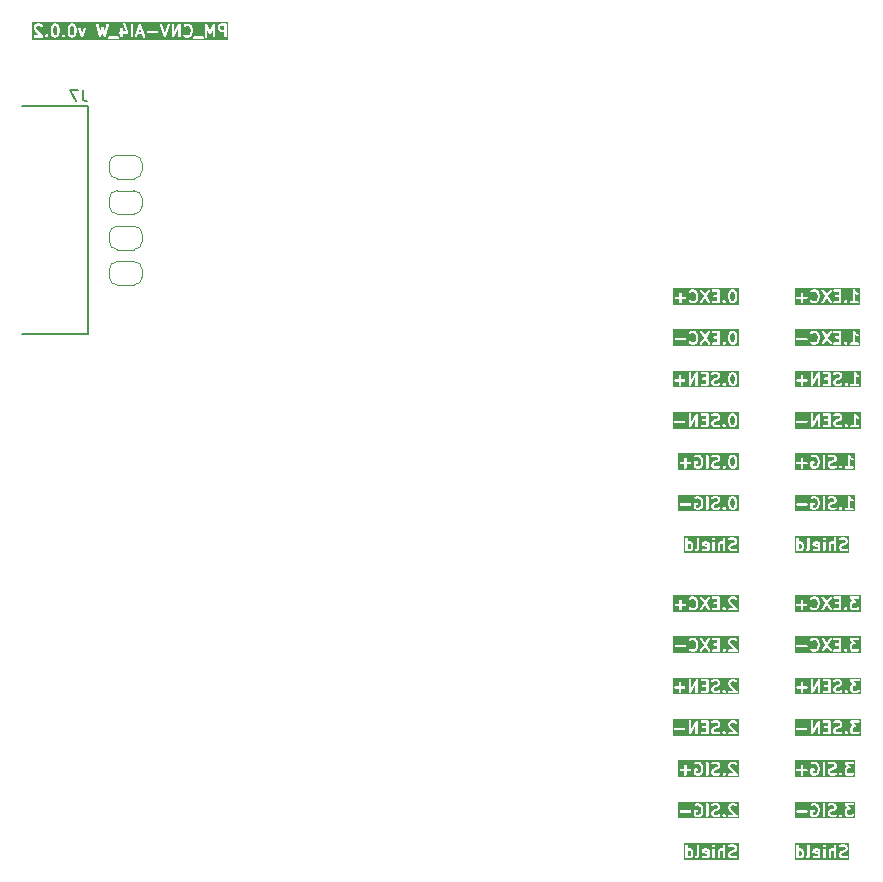
<source format=gbr>
%TF.GenerationSoftware,KiCad,Pcbnew,9.0.0*%
%TF.CreationDate,2025-02-28T13:48:11+03:00*%
%TF.ProjectId,PM_CNV-AI4_W,504d5f43-4e56-42d4-9149-345f572e6b69,rev?*%
%TF.SameCoordinates,Original*%
%TF.FileFunction,Legend,Bot*%
%TF.FilePolarity,Positive*%
%FSLAX46Y46*%
G04 Gerber Fmt 4.6, Leading zero omitted, Abs format (unit mm)*
G04 Created by KiCad (PCBNEW 9.0.0) date 2025-02-28 13:48:11*
%MOMM*%
%LPD*%
G01*
G04 APERTURE LIST*
%ADD10C,0.200000*%
%ADD11C,0.150000*%
%ADD12C,0.120000*%
%ADD13C,0.152400*%
G04 APERTURE END LIST*
D10*
G36*
X37746663Y5336670D02*
G01*
X32660483Y5336670D01*
X32660483Y5948243D01*
X32771594Y5948243D01*
X32771594Y5909225D01*
X32786526Y5873177D01*
X32814116Y5845587D01*
X32850164Y5830655D01*
X32869673Y5828734D01*
X33631577Y5828734D01*
X33651086Y5830655D01*
X33687134Y5845587D01*
X33714724Y5873177D01*
X33729656Y5909225D01*
X33729656Y5948243D01*
X33718012Y5976353D01*
X33960149Y5976353D01*
X33960149Y5643020D01*
X33962070Y5623511D01*
X33963554Y5619929D01*
X33977001Y5587463D01*
X33989438Y5572310D01*
X34037056Y5524690D01*
X34052210Y5512253D01*
X34055529Y5510878D01*
X34058245Y5508523D01*
X34076145Y5500532D01*
X34219002Y5452913D01*
X34228674Y5450714D01*
X34231116Y5449702D01*
X34234653Y5449354D01*
X34238117Y5448566D01*
X34240751Y5448754D01*
X34250625Y5447781D01*
X34345863Y5447781D01*
X34355736Y5448754D01*
X34358370Y5448566D01*
X34361833Y5449354D01*
X34365372Y5449702D01*
X34367814Y5450714D01*
X34377486Y5452913D01*
X34520342Y5500532D01*
X34538243Y5508523D01*
X34540958Y5510878D01*
X34544278Y5512253D01*
X34559431Y5524690D01*
X34654669Y5619929D01*
X34660961Y5627596D01*
X34662958Y5629327D01*
X34664851Y5632335D01*
X34667106Y5635082D01*
X34668117Y5637524D01*
X34673401Y5645918D01*
X34721020Y5741155D01*
X34721566Y5742584D01*
X34721996Y5743163D01*
X34724917Y5751340D01*
X34728026Y5759464D01*
X34728077Y5760185D01*
X34728591Y5761623D01*
X34776210Y5952099D01*
X34776710Y5955481D01*
X34777275Y5956844D01*
X34777998Y5964195D01*
X34779078Y5971492D01*
X34778860Y5972951D01*
X34779196Y5976353D01*
X34779196Y6119210D01*
X34778860Y6122613D01*
X34779078Y6124071D01*
X34777998Y6131369D01*
X34777275Y6138719D01*
X34776710Y6140083D01*
X34776210Y6143464D01*
X34728591Y6333940D01*
X34728077Y6335379D01*
X34728026Y6336099D01*
X34724917Y6344224D01*
X34721996Y6352400D01*
X34721566Y6352980D01*
X34721020Y6354408D01*
X34673401Y6449645D01*
X34668114Y6458044D01*
X34667105Y6460481D01*
X34664853Y6463225D01*
X34662958Y6466236D01*
X34660960Y6467969D01*
X34654669Y6475635D01*
X34582523Y6547781D01*
X35007767Y6547781D01*
X35007767Y5547781D01*
X35009688Y5528272D01*
X35024620Y5492224D01*
X35052210Y5464634D01*
X35088258Y5449702D01*
X35127276Y5449702D01*
X35163324Y5464634D01*
X35190914Y5492224D01*
X35205846Y5528272D01*
X35207767Y5547781D01*
X35207767Y5833496D01*
X35436339Y5833496D01*
X35436339Y5738258D01*
X35438260Y5718749D01*
X35439635Y5715429D01*
X35439890Y5711845D01*
X35446896Y5693537D01*
X35494515Y5598299D01*
X35499798Y5589907D01*
X35500810Y5587463D01*
X35503066Y5584714D01*
X35504958Y5581709D01*
X35506952Y5579980D01*
X35513247Y5572310D01*
X35560865Y5524690D01*
X35568533Y5518397D01*
X35570265Y5516400D01*
X35573273Y5514507D01*
X35576019Y5512253D01*
X35578459Y5511243D01*
X35586856Y5505957D01*
X35682093Y5458338D01*
X35700402Y5451332D01*
X35703985Y5451078D01*
X35707306Y5449702D01*
X35726815Y5447781D01*
X35964910Y5447781D01*
X35974783Y5448754D01*
X35977417Y5448566D01*
X35980880Y5449354D01*
X35984419Y5449702D01*
X35986861Y5450714D01*
X35996533Y5452913D01*
X36139389Y5500532D01*
X36157290Y5508523D01*
X36186766Y5534088D01*
X36204215Y5568987D01*
X36206982Y5607907D01*
X36204648Y5614909D01*
X36390640Y5614909D01*
X36390640Y5575891D01*
X36397103Y5560288D01*
X36405572Y5539842D01*
X36405576Y5539838D01*
X36418008Y5524689D01*
X36465627Y5477071D01*
X36480780Y5464634D01*
X36489783Y5460905D01*
X36516829Y5449702D01*
X36555847Y5449702D01*
X36591895Y5464634D01*
X36607049Y5477070D01*
X36654667Y5524689D01*
X36667104Y5539842D01*
X36675401Y5559873D01*
X36678473Y5567290D01*
X36866831Y5567290D01*
X36866831Y5528272D01*
X36881763Y5492224D01*
X36909353Y5464634D01*
X36945401Y5449702D01*
X36964910Y5447781D01*
X37536338Y5447781D01*
X37555847Y5449702D01*
X37591895Y5464634D01*
X37619485Y5492224D01*
X37634417Y5528272D01*
X37634417Y5567290D01*
X37619485Y5603338D01*
X37591895Y5630928D01*
X37555847Y5645860D01*
X37536338Y5647781D01*
X37350624Y5647781D01*
X37350624Y6258740D01*
X37370389Y6238975D01*
X37378055Y6232684D01*
X37379788Y6230686D01*
X37382799Y6228791D01*
X37385543Y6226539D01*
X37387980Y6225530D01*
X37396379Y6220243D01*
X37491616Y6172624D01*
X37509925Y6165618D01*
X37548845Y6162852D01*
X37585861Y6175191D01*
X37615338Y6200756D01*
X37632787Y6235654D01*
X37635552Y6274574D01*
X37623214Y6311590D01*
X37597649Y6341067D01*
X37581059Y6351510D01*
X37500337Y6391871D01*
X37423573Y6468635D01*
X37333829Y6603251D01*
X37333784Y6603306D01*
X37333771Y6603338D01*
X37333697Y6603412D01*
X37321409Y6618418D01*
X37313180Y6623929D01*
X37306181Y6630928D01*
X37297129Y6634678D01*
X37288989Y6640129D01*
X37279281Y6642071D01*
X37270133Y6645860D01*
X37260334Y6645860D01*
X37250729Y6647781D01*
X37241018Y6645860D01*
X37231115Y6645860D01*
X37222062Y6642111D01*
X37212452Y6640209D01*
X37204213Y6634717D01*
X37195067Y6630928D01*
X37188140Y6624002D01*
X37179987Y6618566D01*
X37174476Y6610338D01*
X37167477Y6603338D01*
X37163727Y6594287D01*
X37158276Y6586146D01*
X37156334Y6576439D01*
X37152545Y6567290D01*
X37150644Y6547988D01*
X37150624Y6547886D01*
X37150630Y6547852D01*
X37150624Y6547781D01*
X37150624Y5647781D01*
X36964910Y5647781D01*
X36945401Y5645860D01*
X36909353Y5630928D01*
X36881763Y5603338D01*
X36866831Y5567290D01*
X36678473Y5567290D01*
X36682035Y5575890D01*
X36682036Y5614908D01*
X36667105Y5650957D01*
X36654668Y5666110D01*
X36607049Y5713730D01*
X36591896Y5726167D01*
X36572307Y5734281D01*
X36565629Y5737047D01*
X36555847Y5741099D01*
X36516829Y5741099D01*
X36507047Y5737047D01*
X36480781Y5726168D01*
X36480780Y5726167D01*
X36465626Y5713730D01*
X36418008Y5666110D01*
X36405571Y5650957D01*
X36396612Y5629327D01*
X36390640Y5614909D01*
X36204648Y5614909D01*
X36194643Y5644923D01*
X36169078Y5674399D01*
X36134179Y5691849D01*
X36095259Y5694615D01*
X36076144Y5690268D01*
X35948683Y5647781D01*
X35750422Y5647781D01*
X35690812Y5677586D01*
X35666145Y5702254D01*
X35636339Y5761866D01*
X35636339Y5809889D01*
X35666144Y5869499D01*
X35690812Y5894168D01*
X35761719Y5929621D01*
X35941544Y5974577D01*
X35942981Y5975091D01*
X35943704Y5975142D01*
X35951828Y5978251D01*
X35960005Y5981172D01*
X35960585Y5981603D01*
X35962012Y5982148D01*
X36057250Y6029767D01*
X36065646Y6035053D01*
X36068086Y6036063D01*
X36070832Y6038317D01*
X36073840Y6040210D01*
X36075569Y6042205D01*
X36083240Y6048499D01*
X36130858Y6096118D01*
X36137150Y6103785D01*
X36139148Y6105517D01*
X36141041Y6108526D01*
X36143295Y6111271D01*
X36144305Y6113712D01*
X36149591Y6122108D01*
X36197210Y6217345D01*
X36204216Y6235654D01*
X36204470Y6239238D01*
X36205846Y6242558D01*
X36207767Y6262067D01*
X36207767Y6357305D01*
X36205846Y6376814D01*
X36204470Y6380135D01*
X36204216Y6383718D01*
X36197210Y6402027D01*
X36149591Y6497264D01*
X36144305Y6505661D01*
X36143295Y6508101D01*
X36141041Y6510847D01*
X36139148Y6513855D01*
X36137150Y6515588D01*
X36130858Y6523254D01*
X36083240Y6570873D01*
X36075569Y6577168D01*
X36073840Y6579162D01*
X36070832Y6581056D01*
X36068086Y6583309D01*
X36065646Y6584320D01*
X36057250Y6589605D01*
X35962012Y6637224D01*
X35943704Y6644230D01*
X35940120Y6644485D01*
X35936800Y6645860D01*
X35917291Y6647781D01*
X35679196Y6647781D01*
X35669322Y6646809D01*
X35666688Y6646996D01*
X35663224Y6646209D01*
X35659687Y6645860D01*
X35657245Y6644849D01*
X35647573Y6642649D01*
X35504716Y6595030D01*
X35486816Y6587039D01*
X35457340Y6561474D01*
X35439890Y6526575D01*
X35437124Y6487655D01*
X35449462Y6450639D01*
X35475027Y6421163D01*
X35509926Y6403713D01*
X35548846Y6400947D01*
X35567962Y6405294D01*
X35695422Y6447781D01*
X35893684Y6447781D01*
X35953293Y6417976D01*
X35977962Y6393308D01*
X36007767Y6333698D01*
X36007767Y6285674D01*
X35977962Y6226065D01*
X35953293Y6201397D01*
X35882386Y6165943D01*
X35702561Y6120986D01*
X35701122Y6120473D01*
X35700402Y6120421D01*
X35692277Y6117313D01*
X35684101Y6114391D01*
X35683521Y6113962D01*
X35682093Y6113415D01*
X35586856Y6065796D01*
X35578459Y6060511D01*
X35576019Y6059500D01*
X35573273Y6057247D01*
X35570265Y6055353D01*
X35568532Y6053356D01*
X35560866Y6047063D01*
X35513247Y5999445D01*
X35506952Y5991775D01*
X35504958Y5990045D01*
X35503064Y5987038D01*
X35500811Y5984291D01*
X35499800Y5981852D01*
X35494515Y5973455D01*
X35446896Y5878217D01*
X35439890Y5859909D01*
X35439635Y5856326D01*
X35438260Y5853005D01*
X35436339Y5833496D01*
X35207767Y5833496D01*
X35207767Y6547781D01*
X35205846Y6567290D01*
X35190914Y6603338D01*
X35163324Y6630928D01*
X35127276Y6645860D01*
X35088258Y6645860D01*
X35052210Y6630928D01*
X35024620Y6603338D01*
X35009688Y6567290D01*
X35007767Y6547781D01*
X34582523Y6547781D01*
X34559431Y6570873D01*
X34544277Y6583309D01*
X34540958Y6584684D01*
X34538243Y6587039D01*
X34520342Y6595030D01*
X34377486Y6642649D01*
X34367814Y6644849D01*
X34365372Y6645860D01*
X34361833Y6646209D01*
X34358370Y6646996D01*
X34355736Y6646809D01*
X34345863Y6647781D01*
X34203006Y6647781D01*
X34183497Y6645860D01*
X34180176Y6644485D01*
X34176593Y6644230D01*
X34158284Y6637224D01*
X34063047Y6589605D01*
X34046456Y6579162D01*
X34020892Y6549685D01*
X34008553Y6512669D01*
X34011319Y6473749D01*
X34028768Y6438850D01*
X34058245Y6413286D01*
X34095261Y6400947D01*
X34134181Y6403713D01*
X34152489Y6410719D01*
X34226613Y6447781D01*
X34329636Y6447781D01*
X34434700Y6412760D01*
X34501773Y6345687D01*
X34537225Y6274782D01*
X34579196Y6106901D01*
X34579196Y5988663D01*
X34537225Y5820782D01*
X34501772Y5749876D01*
X34434701Y5682803D01*
X34329636Y5647781D01*
X34266851Y5647781D01*
X34161786Y5682803D01*
X34160149Y5684441D01*
X34160149Y5876353D01*
X34250625Y5876353D01*
X34270134Y5878274D01*
X34306182Y5893206D01*
X34333772Y5920796D01*
X34348704Y5956844D01*
X34348704Y5995862D01*
X34333772Y6031910D01*
X34306182Y6059500D01*
X34270134Y6074432D01*
X34250625Y6076353D01*
X34060149Y6076353D01*
X34040640Y6074432D01*
X34004592Y6059500D01*
X33977002Y6031910D01*
X33962070Y5995862D01*
X33960149Y5976353D01*
X33718012Y5976353D01*
X33714724Y5984291D01*
X33687134Y6011881D01*
X33651086Y6026813D01*
X33631577Y6028734D01*
X32869673Y6028734D01*
X32850164Y6026813D01*
X32814116Y6011881D01*
X32786526Y5984291D01*
X32771594Y5948243D01*
X32660483Y5948243D01*
X32660483Y6758892D01*
X37746663Y6758892D01*
X37746663Y5336670D01*
G37*
G36*
X38269338Y-13663330D02*
G01*
X32660483Y-13663330D01*
X32660483Y-13051757D01*
X32771594Y-13051757D01*
X32771594Y-13090775D01*
X32786526Y-13126823D01*
X32814116Y-13154413D01*
X32850164Y-13169345D01*
X32869673Y-13171266D01*
X33631577Y-13171266D01*
X33651086Y-13169345D01*
X33687134Y-13154413D01*
X33714724Y-13126823D01*
X33729656Y-13090775D01*
X33729656Y-13051757D01*
X33714724Y-13015709D01*
X33687134Y-12988119D01*
X33651086Y-12973187D01*
X33631577Y-12971266D01*
X32869673Y-12971266D01*
X32850164Y-12973187D01*
X32814116Y-12988119D01*
X32786526Y-13015709D01*
X32771594Y-13051757D01*
X32660483Y-13051757D01*
X32660483Y-12452219D01*
X34007768Y-12452219D01*
X34007768Y-13452219D01*
X34008262Y-13457236D01*
X34008012Y-13459204D01*
X34008706Y-13461750D01*
X34009689Y-13471728D01*
X34014780Y-13484018D01*
X34018279Y-13496847D01*
X34022181Y-13501885D01*
X34024621Y-13507776D01*
X34034026Y-13517181D01*
X34042169Y-13527696D01*
X34047703Y-13530858D01*
X34052211Y-13535366D01*
X34064496Y-13540454D01*
X34076046Y-13547055D01*
X34082370Y-13547858D01*
X34088259Y-13550298D01*
X34101560Y-13550298D01*
X34114753Y-13551975D01*
X34120902Y-13550298D01*
X34127277Y-13550298D01*
X34139567Y-13545206D01*
X34152396Y-13541708D01*
X34157434Y-13537805D01*
X34163325Y-13535366D01*
X34172730Y-13525960D01*
X34183245Y-13517818D01*
X34189048Y-13509642D01*
X34190915Y-13507776D01*
X34191673Y-13505943D01*
X34194592Y-13501833D01*
X34579196Y-12828775D01*
X34579196Y-13452219D01*
X34581117Y-13471728D01*
X34596049Y-13507776D01*
X34623639Y-13535366D01*
X34659687Y-13550298D01*
X34698705Y-13550298D01*
X34734753Y-13535366D01*
X34762343Y-13507776D01*
X34777275Y-13471728D01*
X34779196Y-13452219D01*
X34779196Y-12452219D01*
X34778701Y-12447201D01*
X34778952Y-12445234D01*
X34778257Y-12442687D01*
X34777275Y-12432710D01*
X35009689Y-12432710D01*
X35009689Y-12471728D01*
X35024621Y-12507776D01*
X35052211Y-12535366D01*
X35088259Y-12550298D01*
X35107768Y-12552219D01*
X35483958Y-12552219D01*
X35483958Y-12828409D01*
X35250625Y-12828409D01*
X35231116Y-12830330D01*
X35195068Y-12845262D01*
X35167478Y-12872852D01*
X35152546Y-12908900D01*
X35152546Y-12947918D01*
X35167478Y-12983966D01*
X35195068Y-13011556D01*
X35231116Y-13026488D01*
X35250625Y-13028409D01*
X35483958Y-13028409D01*
X35483958Y-13352219D01*
X35107768Y-13352219D01*
X35088259Y-13354140D01*
X35052211Y-13369072D01*
X35024621Y-13396662D01*
X35009689Y-13432710D01*
X35009689Y-13471728D01*
X35024621Y-13507776D01*
X35052211Y-13535366D01*
X35088259Y-13550298D01*
X35107768Y-13552219D01*
X35583958Y-13552219D01*
X35603467Y-13550298D01*
X35639515Y-13535366D01*
X35667105Y-13507776D01*
X35682037Y-13471728D01*
X35683958Y-13452219D01*
X35683958Y-13166504D01*
X35912530Y-13166504D01*
X35912530Y-13261742D01*
X35914451Y-13281251D01*
X35915826Y-13284571D01*
X35916081Y-13288155D01*
X35923087Y-13306463D01*
X35970706Y-13401701D01*
X35975989Y-13410093D01*
X35977001Y-13412537D01*
X35979257Y-13415286D01*
X35981149Y-13418291D01*
X35983143Y-13420020D01*
X35989438Y-13427690D01*
X36037056Y-13475310D01*
X36044724Y-13481603D01*
X36046456Y-13483600D01*
X36049464Y-13485493D01*
X36052210Y-13487747D01*
X36054650Y-13488757D01*
X36063047Y-13494043D01*
X36158284Y-13541662D01*
X36176593Y-13548668D01*
X36180176Y-13548922D01*
X36183497Y-13550298D01*
X36203006Y-13552219D01*
X36441101Y-13552219D01*
X36450974Y-13551246D01*
X36453608Y-13551434D01*
X36457071Y-13550646D01*
X36460610Y-13550298D01*
X36463052Y-13549286D01*
X36472724Y-13547087D01*
X36615580Y-13499468D01*
X36633481Y-13491477D01*
X36662957Y-13465912D01*
X36680406Y-13431013D01*
X36683173Y-13392093D01*
X36680839Y-13385091D01*
X36866831Y-13385091D01*
X36866831Y-13424109D01*
X36873294Y-13439712D01*
X36881763Y-13460158D01*
X36881767Y-13460162D01*
X36894199Y-13475311D01*
X36941818Y-13522929D01*
X36956971Y-13535366D01*
X36965974Y-13539095D01*
X36993020Y-13550298D01*
X37032038Y-13550298D01*
X37068086Y-13535366D01*
X37083240Y-13522930D01*
X37130858Y-13475311D01*
X37143295Y-13460158D01*
X37150047Y-13443856D01*
X37158226Y-13424110D01*
X37158227Y-13385092D01*
X37143296Y-13349043D01*
X37130859Y-13333890D01*
X37083240Y-13286270D01*
X37068087Y-13273833D01*
X37048498Y-13265719D01*
X37041820Y-13262953D01*
X37032038Y-13258901D01*
X36993020Y-13258901D01*
X36983238Y-13262953D01*
X36956972Y-13273832D01*
X36956971Y-13273833D01*
X36941817Y-13286270D01*
X36894199Y-13333890D01*
X36881762Y-13349043D01*
X36871749Y-13373219D01*
X36866831Y-13385091D01*
X36680839Y-13385091D01*
X36670834Y-13355077D01*
X36645269Y-13325601D01*
X36610370Y-13308151D01*
X36571450Y-13305385D01*
X36552335Y-13309732D01*
X36424874Y-13352219D01*
X36226613Y-13352219D01*
X36167003Y-13322414D01*
X36142336Y-13297746D01*
X36112530Y-13238134D01*
X36112530Y-13190111D01*
X36142335Y-13130501D01*
X36167003Y-13105832D01*
X36237910Y-13070379D01*
X36417735Y-13025423D01*
X36419172Y-13024909D01*
X36419895Y-13024858D01*
X36423059Y-13023647D01*
X37341101Y-13023647D01*
X37341101Y-13261742D01*
X37343022Y-13281251D01*
X37344397Y-13284571D01*
X37344652Y-13288155D01*
X37351658Y-13306463D01*
X37399277Y-13401701D01*
X37404560Y-13410093D01*
X37405572Y-13412537D01*
X37407828Y-13415286D01*
X37409720Y-13418291D01*
X37411714Y-13420020D01*
X37418009Y-13427690D01*
X37465627Y-13475310D01*
X37473295Y-13481603D01*
X37475027Y-13483600D01*
X37478035Y-13485493D01*
X37480781Y-13487747D01*
X37483221Y-13488757D01*
X37491618Y-13494043D01*
X37586855Y-13541662D01*
X37605164Y-13548668D01*
X37608747Y-13548922D01*
X37612068Y-13550298D01*
X37631577Y-13552219D01*
X37917291Y-13552219D01*
X37936800Y-13550298D01*
X37940120Y-13548922D01*
X37943704Y-13548668D01*
X37962012Y-13541662D01*
X38057250Y-13494043D01*
X38065645Y-13488758D01*
X38068087Y-13487747D01*
X38070834Y-13485491D01*
X38073840Y-13483600D01*
X38075570Y-13481605D01*
X38083240Y-13475310D01*
X38130859Y-13427690D01*
X38143296Y-13412537D01*
X38158227Y-13376488D01*
X38158226Y-13337470D01*
X38143295Y-13301422D01*
X38115704Y-13273832D01*
X38079656Y-13258901D01*
X38040638Y-13258902D01*
X38004590Y-13273833D01*
X37989436Y-13286270D01*
X37953293Y-13322413D01*
X37893684Y-13352219D01*
X37655184Y-13352219D01*
X37595574Y-13322414D01*
X37570907Y-13297746D01*
X37541101Y-13238134D01*
X37541101Y-13047254D01*
X37570906Y-12987644D01*
X37595574Y-12962975D01*
X37655184Y-12933171D01*
X37774434Y-12933171D01*
X37784751Y-12932155D01*
X37787376Y-12932330D01*
X37789183Y-12931718D01*
X37793943Y-12931250D01*
X37808946Y-12925035D01*
X37824338Y-12919830D01*
X37826877Y-12917607D01*
X37829991Y-12916318D01*
X37841468Y-12904840D01*
X37853702Y-12894136D01*
X37855197Y-12891111D01*
X37857581Y-12888728D01*
X37863795Y-12873726D01*
X37870998Y-12859161D01*
X37871222Y-12855795D01*
X37872513Y-12852680D01*
X37872513Y-12836431D01*
X37873593Y-12820229D01*
X37872513Y-12817035D01*
X37872513Y-12813662D01*
X37866297Y-12798656D01*
X37861093Y-12783268D01*
X37858311Y-12779377D01*
X37857581Y-12777614D01*
X37855721Y-12775754D01*
X37849692Y-12767321D01*
X37661478Y-12552219D01*
X38060148Y-12552219D01*
X38079657Y-12550298D01*
X38115705Y-12535366D01*
X38143295Y-12507776D01*
X38158227Y-12471728D01*
X38158227Y-12432710D01*
X38143295Y-12396662D01*
X38115705Y-12369072D01*
X38079657Y-12354140D01*
X38060148Y-12352219D01*
X37441101Y-12352219D01*
X37430783Y-12353234D01*
X37428159Y-12353060D01*
X37426351Y-12353671D01*
X37421592Y-12354140D01*
X37406586Y-12360355D01*
X37391198Y-12365560D01*
X37388658Y-12367781D01*
X37385544Y-12369072D01*
X37374059Y-12380556D01*
X37361834Y-12391254D01*
X37360338Y-12394277D01*
X37357954Y-12396662D01*
X37351737Y-12411668D01*
X37344537Y-12426229D01*
X37344312Y-12429594D01*
X37343022Y-12432710D01*
X37343022Y-12448958D01*
X37341942Y-12465161D01*
X37343022Y-12468354D01*
X37343022Y-12471728D01*
X37349237Y-12486733D01*
X37354442Y-12502122D01*
X37357223Y-12506012D01*
X37357954Y-12507776D01*
X37359813Y-12509635D01*
X37365843Y-12518069D01*
X37570464Y-12751923D01*
X37491618Y-12791347D01*
X37483221Y-12796632D01*
X37480781Y-12797643D01*
X37478035Y-12799896D01*
X37475027Y-12801790D01*
X37473294Y-12803787D01*
X37465628Y-12810080D01*
X37418009Y-12857698D01*
X37411714Y-12865368D01*
X37409720Y-12867098D01*
X37407826Y-12870105D01*
X37405573Y-12872852D01*
X37404562Y-12875291D01*
X37399277Y-12883688D01*
X37351658Y-12978926D01*
X37344652Y-12997234D01*
X37344397Y-13000817D01*
X37343022Y-13004138D01*
X37341101Y-13023647D01*
X36423059Y-13023647D01*
X36428019Y-13021749D01*
X36436196Y-13018828D01*
X36436776Y-13018397D01*
X36438203Y-13017852D01*
X36533441Y-12970233D01*
X36541837Y-12964947D01*
X36544277Y-12963937D01*
X36547023Y-12961683D01*
X36550031Y-12959790D01*
X36551760Y-12957795D01*
X36559431Y-12951501D01*
X36607049Y-12903882D01*
X36613341Y-12896215D01*
X36615339Y-12894483D01*
X36617232Y-12891474D01*
X36619486Y-12888729D01*
X36620496Y-12886288D01*
X36625782Y-12877892D01*
X36673401Y-12782655D01*
X36680407Y-12764346D01*
X36680661Y-12760762D01*
X36682037Y-12757442D01*
X36683958Y-12737933D01*
X36683958Y-12642695D01*
X36682037Y-12623186D01*
X36680661Y-12619865D01*
X36680407Y-12616282D01*
X36673401Y-12597973D01*
X36625782Y-12502736D01*
X36620496Y-12494339D01*
X36619486Y-12491899D01*
X36617232Y-12489153D01*
X36615339Y-12486145D01*
X36613341Y-12484412D01*
X36607049Y-12476746D01*
X36559431Y-12429127D01*
X36551760Y-12422832D01*
X36550031Y-12420838D01*
X36547023Y-12418944D01*
X36544277Y-12416691D01*
X36541837Y-12415680D01*
X36533441Y-12410395D01*
X36438203Y-12362776D01*
X36419895Y-12355770D01*
X36416311Y-12355515D01*
X36412991Y-12354140D01*
X36393482Y-12352219D01*
X36155387Y-12352219D01*
X36145513Y-12353191D01*
X36142879Y-12353004D01*
X36139415Y-12353791D01*
X36135878Y-12354140D01*
X36133436Y-12355151D01*
X36123764Y-12357351D01*
X35980907Y-12404970D01*
X35963007Y-12412961D01*
X35933531Y-12438526D01*
X35916081Y-12473425D01*
X35913315Y-12512345D01*
X35925653Y-12549361D01*
X35951218Y-12578837D01*
X35986117Y-12596287D01*
X36025037Y-12599053D01*
X36044153Y-12594706D01*
X36171613Y-12552219D01*
X36369875Y-12552219D01*
X36429484Y-12582024D01*
X36454153Y-12606692D01*
X36483958Y-12666302D01*
X36483958Y-12714326D01*
X36454153Y-12773935D01*
X36429484Y-12798603D01*
X36358577Y-12834057D01*
X36178752Y-12879014D01*
X36177313Y-12879527D01*
X36176593Y-12879579D01*
X36168468Y-12882687D01*
X36160292Y-12885609D01*
X36159712Y-12886038D01*
X36158284Y-12886585D01*
X36063047Y-12934204D01*
X36054650Y-12939489D01*
X36052210Y-12940500D01*
X36049464Y-12942753D01*
X36046456Y-12944647D01*
X36044723Y-12946644D01*
X36037057Y-12952937D01*
X35989438Y-13000555D01*
X35983143Y-13008225D01*
X35981149Y-13009955D01*
X35979255Y-13012962D01*
X35977002Y-13015709D01*
X35975991Y-13018148D01*
X35970706Y-13026545D01*
X35923087Y-13121783D01*
X35916081Y-13140091D01*
X35915826Y-13143674D01*
X35914451Y-13146995D01*
X35912530Y-13166504D01*
X35683958Y-13166504D01*
X35683958Y-12452219D01*
X35682037Y-12432710D01*
X35667105Y-12396662D01*
X35639515Y-12369072D01*
X35603467Y-12354140D01*
X35583958Y-12352219D01*
X35107768Y-12352219D01*
X35088259Y-12354140D01*
X35052211Y-12369072D01*
X35024621Y-12396662D01*
X35009689Y-12432710D01*
X34777275Y-12432710D01*
X34772185Y-12420423D01*
X34768686Y-12407591D01*
X34764781Y-12402549D01*
X34762343Y-12396662D01*
X34752939Y-12387258D01*
X34744795Y-12376742D01*
X34739260Y-12373579D01*
X34734753Y-12369072D01*
X34722467Y-12363983D01*
X34710918Y-12357383D01*
X34704593Y-12356579D01*
X34698705Y-12354140D01*
X34685405Y-12354140D01*
X34672212Y-12352463D01*
X34666063Y-12354140D01*
X34659687Y-12354140D01*
X34647400Y-12359229D01*
X34634568Y-12362729D01*
X34629526Y-12366633D01*
X34623639Y-12369072D01*
X34614235Y-12378475D01*
X34603719Y-12386620D01*
X34597915Y-12394795D01*
X34596049Y-12396662D01*
X34595290Y-12398494D01*
X34592372Y-12402605D01*
X34207768Y-13075662D01*
X34207768Y-12452219D01*
X34205847Y-12432710D01*
X34190915Y-12396662D01*
X34163325Y-12369072D01*
X34127277Y-12354140D01*
X34088259Y-12354140D01*
X34052211Y-12369072D01*
X34024621Y-12396662D01*
X34009689Y-12432710D01*
X34007768Y-12452219D01*
X32660483Y-12452219D01*
X32660483Y-12241108D01*
X38269338Y-12241108D01*
X38269338Y-13663330D01*
G37*
G36*
X33191389Y-23415357D02*
G01*
X33216058Y-23440025D01*
X33245863Y-23499635D01*
X33245863Y-23738135D01*
X33216058Y-23797743D01*
X33191389Y-23822413D01*
X33131780Y-23852219D01*
X32988518Y-23852219D01*
X32969673Y-23842796D01*
X32969673Y-23394974D01*
X32988518Y-23385552D01*
X33131780Y-23385552D01*
X33191389Y-23415357D01*
G37*
G36*
X34604661Y-23407707D02*
G01*
X34626816Y-23452016D01*
X34626816Y-23496904D01*
X34355330Y-23442607D01*
X34372781Y-23407706D01*
X34417090Y-23385552D01*
X34560352Y-23385552D01*
X34604661Y-23407707D01*
G37*
G36*
X37271260Y-24163330D02*
G01*
X32658562Y-24163330D01*
X32658562Y-22952219D01*
X32769673Y-22952219D01*
X32769673Y-23952219D01*
X32771594Y-23971728D01*
X32786526Y-24007776D01*
X32814116Y-24035366D01*
X32850164Y-24050298D01*
X32889182Y-24050298D01*
X32915586Y-24039360D01*
X32920189Y-24041662D01*
X32938498Y-24048668D01*
X32942081Y-24048922D01*
X32945402Y-24050298D01*
X32964911Y-24052219D01*
X33155387Y-24052219D01*
X33174896Y-24050298D01*
X33178216Y-24048922D01*
X33181800Y-24048668D01*
X33200108Y-24041662D01*
X33295346Y-23994043D01*
X33303741Y-23988758D01*
X33306183Y-23987747D01*
X33308930Y-23985491D01*
X33311936Y-23983600D01*
X33313666Y-23981605D01*
X33321336Y-23975310D01*
X33356933Y-23939712D01*
X33579982Y-23939712D01*
X33582748Y-23978632D01*
X33600197Y-24013531D01*
X33629674Y-24039095D01*
X33666690Y-24051434D01*
X33705610Y-24048668D01*
X33723918Y-24041662D01*
X33819156Y-23994043D01*
X33822418Y-23991989D01*
X33823958Y-23991476D01*
X33825874Y-23989813D01*
X33835746Y-23983600D01*
X33843961Y-23974126D01*
X33853435Y-23965911D01*
X33859648Y-23956039D01*
X33861311Y-23954123D01*
X33861823Y-23952584D01*
X33863878Y-23949321D01*
X33911497Y-23854082D01*
X33918503Y-23835774D01*
X33918757Y-23832190D01*
X33920133Y-23828870D01*
X33922054Y-23809361D01*
X33922054Y-23428409D01*
X34150626Y-23428409D01*
X34150626Y-23523647D01*
X34152547Y-23543156D01*
X34156296Y-23552208D01*
X34158198Y-23561819D01*
X34163690Y-23570057D01*
X34167479Y-23579204D01*
X34174405Y-23586130D01*
X34179841Y-23594284D01*
X34188069Y-23599794D01*
X34195069Y-23606794D01*
X34204120Y-23610543D01*
X34212261Y-23615995D01*
X34231014Y-23621705D01*
X34231115Y-23621725D01*
X34231117Y-23621726D01*
X34231119Y-23621726D01*
X34626816Y-23700865D01*
X34626816Y-23785754D01*
X34604661Y-23830063D01*
X34560352Y-23852219D01*
X34417090Y-23852219D01*
X34342966Y-23815157D01*
X34324658Y-23808151D01*
X34285738Y-23805385D01*
X34248722Y-23817724D01*
X34219245Y-23843288D01*
X34201796Y-23878187D01*
X34199030Y-23917107D01*
X34211369Y-23954123D01*
X34236933Y-23983600D01*
X34253524Y-23994043D01*
X34348761Y-24041662D01*
X34367070Y-24048668D01*
X34370653Y-24048922D01*
X34373974Y-24050298D01*
X34393483Y-24052219D01*
X34583959Y-24052219D01*
X34603468Y-24050298D01*
X34606788Y-24048922D01*
X34610372Y-24048668D01*
X34628680Y-24041662D01*
X34723918Y-23994043D01*
X34727180Y-23991989D01*
X34728720Y-23991476D01*
X34730636Y-23989813D01*
X34740508Y-23983600D01*
X34748723Y-23974126D01*
X34758197Y-23965911D01*
X34764410Y-23956039D01*
X34766073Y-23954123D01*
X34766585Y-23952584D01*
X34768640Y-23949321D01*
X34816259Y-23854082D01*
X34823265Y-23835774D01*
X34823519Y-23832190D01*
X34824895Y-23828870D01*
X34826816Y-23809361D01*
X34826816Y-23428409D01*
X34824895Y-23408900D01*
X34823519Y-23405579D01*
X34823265Y-23401996D01*
X34816259Y-23383687D01*
X34768640Y-23288450D01*
X34766815Y-23285552D01*
X35055387Y-23285552D01*
X35055387Y-23952219D01*
X35057308Y-23971728D01*
X35072240Y-24007776D01*
X35099830Y-24035366D01*
X35135878Y-24050298D01*
X35174896Y-24050298D01*
X35210944Y-24035366D01*
X35238534Y-24007776D01*
X35253466Y-23971728D01*
X35255387Y-23952219D01*
X35255387Y-23428409D01*
X35531578Y-23428409D01*
X35531578Y-23952219D01*
X35533499Y-23971728D01*
X35548431Y-24007776D01*
X35576021Y-24035366D01*
X35612069Y-24050298D01*
X35651087Y-24050298D01*
X35687135Y-24035366D01*
X35714725Y-24007776D01*
X35729657Y-23971728D01*
X35731578Y-23952219D01*
X35731578Y-23452016D01*
X35753733Y-23407706D01*
X35798042Y-23385552D01*
X35893685Y-23385552D01*
X35953294Y-23415357D01*
X35960149Y-23422211D01*
X35960149Y-23952219D01*
X35962070Y-23971728D01*
X35977002Y-24007776D01*
X36004592Y-24035366D01*
X36040640Y-24050298D01*
X36079658Y-24050298D01*
X36115706Y-24035366D01*
X36143296Y-24007776D01*
X36158228Y-23971728D01*
X36160149Y-23952219D01*
X36160149Y-23666504D01*
X36388721Y-23666504D01*
X36388721Y-23761742D01*
X36390642Y-23781251D01*
X36392017Y-23784571D01*
X36392272Y-23788155D01*
X36399278Y-23806463D01*
X36446897Y-23901701D01*
X36452180Y-23910093D01*
X36453192Y-23912537D01*
X36455448Y-23915286D01*
X36457340Y-23918291D01*
X36459334Y-23920020D01*
X36465629Y-23927690D01*
X36513247Y-23975310D01*
X36520915Y-23981603D01*
X36522647Y-23983600D01*
X36525655Y-23985493D01*
X36528401Y-23987747D01*
X36530841Y-23988757D01*
X36539238Y-23994043D01*
X36634475Y-24041662D01*
X36652784Y-24048668D01*
X36656367Y-24048922D01*
X36659688Y-24050298D01*
X36679197Y-24052219D01*
X36917292Y-24052219D01*
X36927165Y-24051246D01*
X36929799Y-24051434D01*
X36933262Y-24050646D01*
X36936801Y-24050298D01*
X36939243Y-24049286D01*
X36948915Y-24047087D01*
X37091771Y-23999468D01*
X37109672Y-23991477D01*
X37139148Y-23965912D01*
X37156597Y-23931013D01*
X37159364Y-23892093D01*
X37147025Y-23855077D01*
X37121460Y-23825601D01*
X37086561Y-23808151D01*
X37047641Y-23805385D01*
X37028526Y-23809732D01*
X36901065Y-23852219D01*
X36702804Y-23852219D01*
X36643194Y-23822414D01*
X36618527Y-23797746D01*
X36588721Y-23738134D01*
X36588721Y-23690111D01*
X36618526Y-23630501D01*
X36643194Y-23605832D01*
X36714101Y-23570379D01*
X36893926Y-23525423D01*
X36895363Y-23524909D01*
X36896086Y-23524858D01*
X36904210Y-23521749D01*
X36912387Y-23518828D01*
X36912967Y-23518397D01*
X36914394Y-23517852D01*
X37009632Y-23470233D01*
X37018028Y-23464947D01*
X37020468Y-23463937D01*
X37023214Y-23461683D01*
X37026222Y-23459790D01*
X37027951Y-23457795D01*
X37035622Y-23451501D01*
X37083240Y-23403882D01*
X37089532Y-23396215D01*
X37091530Y-23394483D01*
X37093423Y-23391474D01*
X37095677Y-23388729D01*
X37096687Y-23386288D01*
X37101973Y-23377892D01*
X37149592Y-23282655D01*
X37156598Y-23264346D01*
X37156852Y-23260762D01*
X37158228Y-23257442D01*
X37160149Y-23237933D01*
X37160149Y-23142695D01*
X37158228Y-23123186D01*
X37156852Y-23119865D01*
X37156598Y-23116282D01*
X37149592Y-23097973D01*
X37101973Y-23002736D01*
X37096687Y-22994339D01*
X37095677Y-22991899D01*
X37093423Y-22989153D01*
X37091530Y-22986145D01*
X37089532Y-22984412D01*
X37083240Y-22976746D01*
X37035622Y-22929127D01*
X37027951Y-22922832D01*
X37026222Y-22920838D01*
X37023214Y-22918944D01*
X37020468Y-22916691D01*
X37018028Y-22915680D01*
X37009632Y-22910395D01*
X36914394Y-22862776D01*
X36896086Y-22855770D01*
X36892502Y-22855515D01*
X36889182Y-22854140D01*
X36869673Y-22852219D01*
X36631578Y-22852219D01*
X36621704Y-22853191D01*
X36619070Y-22853004D01*
X36615606Y-22853791D01*
X36612069Y-22854140D01*
X36609627Y-22855151D01*
X36599955Y-22857351D01*
X36457098Y-22904970D01*
X36439198Y-22912961D01*
X36409722Y-22938526D01*
X36392272Y-22973425D01*
X36389506Y-23012345D01*
X36401844Y-23049361D01*
X36427409Y-23078837D01*
X36462308Y-23096287D01*
X36501228Y-23099053D01*
X36520344Y-23094706D01*
X36647804Y-23052219D01*
X36846066Y-23052219D01*
X36905675Y-23082024D01*
X36930344Y-23106692D01*
X36960149Y-23166302D01*
X36960149Y-23214326D01*
X36930344Y-23273935D01*
X36905675Y-23298603D01*
X36834768Y-23334057D01*
X36654943Y-23379014D01*
X36653504Y-23379527D01*
X36652784Y-23379579D01*
X36644659Y-23382687D01*
X36636483Y-23385609D01*
X36635903Y-23386038D01*
X36634475Y-23386585D01*
X36539238Y-23434204D01*
X36530841Y-23439489D01*
X36528401Y-23440500D01*
X36525655Y-23442753D01*
X36522647Y-23444647D01*
X36520914Y-23446644D01*
X36513248Y-23452937D01*
X36465629Y-23500555D01*
X36459334Y-23508225D01*
X36457340Y-23509955D01*
X36455446Y-23512962D01*
X36453193Y-23515709D01*
X36452182Y-23518148D01*
X36446897Y-23526545D01*
X36399278Y-23621783D01*
X36392272Y-23640091D01*
X36392017Y-23643674D01*
X36390642Y-23646995D01*
X36388721Y-23666504D01*
X36160149Y-23666504D01*
X36160149Y-22952219D01*
X36158228Y-22932710D01*
X36143296Y-22896662D01*
X36115706Y-22869072D01*
X36079658Y-22854140D01*
X36040640Y-22854140D01*
X36004592Y-22869072D01*
X35977002Y-22896662D01*
X35962070Y-22932710D01*
X35960149Y-22952219D01*
X35960149Y-23195395D01*
X35943705Y-23189103D01*
X35940121Y-23188848D01*
X35936801Y-23187473D01*
X35917292Y-23185552D01*
X35774435Y-23185552D01*
X35754926Y-23187473D01*
X35751605Y-23188848D01*
X35748022Y-23189103D01*
X35729713Y-23196109D01*
X35634476Y-23243728D01*
X35631212Y-23245782D01*
X35629674Y-23246295D01*
X35627758Y-23247956D01*
X35617885Y-23254171D01*
X35609667Y-23263646D01*
X35600197Y-23271860D01*
X35593983Y-23281731D01*
X35592321Y-23283648D01*
X35591807Y-23285186D01*
X35589754Y-23288450D01*
X35542135Y-23383688D01*
X35535129Y-23401996D01*
X35534874Y-23405579D01*
X35533499Y-23408900D01*
X35531578Y-23428409D01*
X35255387Y-23428409D01*
X35255387Y-23285552D01*
X35253466Y-23266043D01*
X35238534Y-23229995D01*
X35210944Y-23202405D01*
X35174896Y-23187473D01*
X35135878Y-23187473D01*
X35099830Y-23202405D01*
X35072240Y-23229995D01*
X35057308Y-23266043D01*
X35055387Y-23285552D01*
X34766815Y-23285552D01*
X34766585Y-23285186D01*
X34766073Y-23283648D01*
X34764411Y-23281732D01*
X34758197Y-23271859D01*
X34748721Y-23263641D01*
X34740508Y-23254171D01*
X34730636Y-23247957D01*
X34728720Y-23246295D01*
X34727181Y-23245781D01*
X34723918Y-23243728D01*
X34628680Y-23196109D01*
X34610372Y-23189103D01*
X34606788Y-23188848D01*
X34603468Y-23187473D01*
X34583959Y-23185552D01*
X34393483Y-23185552D01*
X34373974Y-23187473D01*
X34370653Y-23188848D01*
X34367070Y-23189103D01*
X34348761Y-23196109D01*
X34253524Y-23243728D01*
X34250260Y-23245782D01*
X34248722Y-23246295D01*
X34246806Y-23247956D01*
X34236933Y-23254171D01*
X34228715Y-23263646D01*
X34219245Y-23271860D01*
X34213031Y-23281731D01*
X34211369Y-23283648D01*
X34210855Y-23285186D01*
X34208802Y-23288450D01*
X34161183Y-23383688D01*
X34154177Y-23401996D01*
X34153922Y-23405579D01*
X34152547Y-23408900D01*
X34150626Y-23428409D01*
X33922054Y-23428409D01*
X33922054Y-22980329D01*
X35009689Y-22980329D01*
X35009689Y-23019347D01*
X35024621Y-23055395D01*
X35037057Y-23070549D01*
X35084676Y-23118167D01*
X35099829Y-23130604D01*
X35110387Y-23134977D01*
X35135878Y-23145536D01*
X35174896Y-23145536D01*
X35210944Y-23130604D01*
X35226098Y-23118168D01*
X35273716Y-23070549D01*
X35286153Y-23055396D01*
X35301084Y-23019347D01*
X35301084Y-22980329D01*
X35298224Y-22973425D01*
X35286153Y-22944280D01*
X35273716Y-22929127D01*
X35226098Y-22881508D01*
X35210944Y-22869072D01*
X35174896Y-22854140D01*
X35135878Y-22854140D01*
X35110387Y-22864698D01*
X35099829Y-22869072D01*
X35084676Y-22881509D01*
X35037057Y-22929127D01*
X35024622Y-22944280D01*
X35024621Y-22944281D01*
X35009689Y-22980329D01*
X33922054Y-22980329D01*
X33922054Y-22952219D01*
X33920133Y-22932710D01*
X33905201Y-22896662D01*
X33877611Y-22869072D01*
X33841563Y-22854140D01*
X33802545Y-22854140D01*
X33766497Y-22869072D01*
X33738907Y-22896662D01*
X33723975Y-22932710D01*
X33722054Y-22952219D01*
X33722054Y-23785754D01*
X33699899Y-23830063D01*
X33634476Y-23862776D01*
X33617885Y-23873219D01*
X33592321Y-23902696D01*
X33579982Y-23939712D01*
X33356933Y-23939712D01*
X33368955Y-23927690D01*
X33375247Y-23920023D01*
X33377244Y-23918292D01*
X33379137Y-23915284D01*
X33381392Y-23912537D01*
X33382403Y-23910095D01*
X33387687Y-23901701D01*
X33435306Y-23806464D01*
X33442312Y-23788155D01*
X33442566Y-23784571D01*
X33443942Y-23781251D01*
X33445863Y-23761742D01*
X33445863Y-23476028D01*
X33443942Y-23456519D01*
X33442566Y-23453198D01*
X33442312Y-23449615D01*
X33435306Y-23431306D01*
X33387687Y-23336069D01*
X33382401Y-23327672D01*
X33381391Y-23325232D01*
X33379137Y-23322486D01*
X33377244Y-23319478D01*
X33375246Y-23317745D01*
X33368954Y-23310079D01*
X33321336Y-23262460D01*
X33313665Y-23256165D01*
X33311936Y-23254171D01*
X33308928Y-23252277D01*
X33306182Y-23250024D01*
X33303742Y-23249013D01*
X33295346Y-23243728D01*
X33200108Y-23196109D01*
X33181800Y-23189103D01*
X33178216Y-23188848D01*
X33174896Y-23187473D01*
X33155387Y-23185552D01*
X32969673Y-23185552D01*
X32969673Y-22952219D01*
X32967752Y-22932710D01*
X32952820Y-22896662D01*
X32925230Y-22869072D01*
X32889182Y-22854140D01*
X32850164Y-22854140D01*
X32814116Y-22869072D01*
X32786526Y-22896662D01*
X32771594Y-22932710D01*
X32769673Y-22952219D01*
X32658562Y-22952219D01*
X32658562Y-22741108D01*
X37271260Y-22741108D01*
X37271260Y-24163330D01*
G37*
G36*
X27475852Y23917976D02*
G01*
X27500521Y23893308D01*
X27535974Y23822401D01*
X27577945Y23654520D01*
X27577945Y23441044D01*
X27535974Y23273163D01*
X27500521Y23202257D01*
X27475852Y23177587D01*
X27416243Y23147781D01*
X27368219Y23147781D01*
X27308609Y23177586D01*
X27283942Y23202254D01*
X27248487Y23273163D01*
X27206517Y23441044D01*
X27206517Y23654519D01*
X27248487Y23822401D01*
X27283941Y23893308D01*
X27308609Y23917977D01*
X27368219Y23947781D01*
X27416243Y23947781D01*
X27475852Y23917976D01*
G37*
G36*
X27889056Y22836670D02*
G01*
X22373518Y22836670D01*
X22373518Y23448243D01*
X22484629Y23448243D01*
X22484629Y23409225D01*
X22499561Y23373177D01*
X22527151Y23345587D01*
X22563199Y23330655D01*
X22582708Y23328734D01*
X22863660Y23328734D01*
X22863660Y23047781D01*
X22865581Y23028272D01*
X22880513Y22992224D01*
X22908103Y22964634D01*
X22944151Y22949702D01*
X22983169Y22949702D01*
X23019217Y22964634D01*
X23046807Y22992224D01*
X23061739Y23028272D01*
X23063660Y23047781D01*
X23063660Y23328734D01*
X23344612Y23328734D01*
X23364121Y23330655D01*
X23400169Y23345587D01*
X23427759Y23373177D01*
X23442691Y23409225D01*
X23442691Y23448243D01*
X23427759Y23484291D01*
X23400169Y23511881D01*
X23364121Y23526813D01*
X23344612Y23528734D01*
X23063660Y23528734D01*
X23063660Y23809686D01*
X23061739Y23829195D01*
X23046807Y23865243D01*
X23019217Y23892833D01*
X22983169Y23907765D01*
X22944151Y23907765D01*
X22908103Y23892833D01*
X22880513Y23865243D01*
X22865581Y23829195D01*
X22863660Y23809686D01*
X22863660Y23528734D01*
X22582708Y23528734D01*
X22563199Y23526813D01*
X22527151Y23511881D01*
X22499561Y23484291D01*
X22484629Y23448243D01*
X22373518Y23448243D01*
X22373518Y23972052D01*
X23675105Y23972052D01*
X23675105Y23933034D01*
X23690037Y23896986D01*
X23717627Y23869396D01*
X23753675Y23854464D01*
X23792693Y23854464D01*
X23828741Y23869396D01*
X23843895Y23881832D01*
X23874821Y23912760D01*
X23979886Y23947781D01*
X24042671Y23947781D01*
X24147735Y23912760D01*
X24214808Y23845687D01*
X24250260Y23774782D01*
X24292231Y23606901D01*
X24292231Y23488663D01*
X24250260Y23320782D01*
X24214807Y23249876D01*
X24147736Y23182803D01*
X24042671Y23147781D01*
X23979886Y23147781D01*
X23874821Y23182803D01*
X23843895Y23213730D01*
X23828742Y23226167D01*
X23792694Y23241098D01*
X23753676Y23241099D01*
X23717627Y23226168D01*
X23690037Y23198578D01*
X23675106Y23162530D01*
X23675105Y23123512D01*
X23690036Y23087463D01*
X23702473Y23072310D01*
X23750091Y23024690D01*
X23765245Y23012253D01*
X23768564Y23010878D01*
X23771280Y23008523D01*
X23789180Y23000532D01*
X23932037Y22952913D01*
X23941709Y22950714D01*
X23944151Y22949702D01*
X23947688Y22949354D01*
X23951152Y22948566D01*
X23953786Y22948754D01*
X23963660Y22947781D01*
X24058898Y22947781D01*
X24068771Y22948754D01*
X24071405Y22948566D01*
X24074868Y22949354D01*
X24078407Y22949702D01*
X24080849Y22950714D01*
X24090521Y22952913D01*
X24233377Y23000532D01*
X24251278Y23008523D01*
X24253993Y23010878D01*
X24257313Y23012253D01*
X24272466Y23024690D01*
X24367704Y23119929D01*
X24373996Y23127596D01*
X24375993Y23129327D01*
X24377886Y23132335D01*
X24380141Y23135082D01*
X24381152Y23137524D01*
X24386436Y23145918D01*
X24434055Y23241155D01*
X24434601Y23242584D01*
X24435031Y23243163D01*
X24437952Y23251340D01*
X24441061Y23259464D01*
X24441112Y23260185D01*
X24441626Y23261623D01*
X24489245Y23452099D01*
X24489745Y23455481D01*
X24490310Y23456844D01*
X24491033Y23464195D01*
X24492113Y23471492D01*
X24491895Y23472951D01*
X24492231Y23476353D01*
X24492231Y23619210D01*
X24491895Y23622613D01*
X24492113Y23624071D01*
X24491033Y23631369D01*
X24490310Y23638719D01*
X24489745Y23640083D01*
X24489245Y23643464D01*
X24441626Y23833940D01*
X24441112Y23835379D01*
X24441061Y23836099D01*
X24437952Y23844224D01*
X24435031Y23852400D01*
X24434601Y23852980D01*
X24434055Y23854408D01*
X24386436Y23949645D01*
X24381149Y23958044D01*
X24380140Y23960481D01*
X24377888Y23963225D01*
X24375993Y23966236D01*
X24373995Y23967969D01*
X24367704Y23975635D01*
X24295453Y24047886D01*
X24625565Y24047886D01*
X24633137Y24009609D01*
X24642360Y23992311D01*
X24938713Y23547781D01*
X24642360Y23103251D01*
X24633137Y23085953D01*
X24625565Y23047676D01*
X24633217Y23009416D01*
X24654928Y22976996D01*
X24687393Y22955353D01*
X24725670Y22947781D01*
X24763930Y22955433D01*
X24796350Y22977144D01*
X24808770Y22992311D01*
X25058898Y23367504D01*
X25309026Y22992311D01*
X25321446Y22977144D01*
X25353866Y22955433D01*
X25392126Y22947781D01*
X25430403Y22955353D01*
X25462868Y22976996D01*
X25484579Y23009416D01*
X25492231Y23047676D01*
X25484659Y23085953D01*
X25475436Y23103251D01*
X25179082Y23547781D01*
X25475436Y23992311D01*
X25484659Y24009609D01*
X25492231Y24047886D01*
X25488350Y24067290D01*
X25627486Y24067290D01*
X25627486Y24028272D01*
X25642418Y23992224D01*
X25670008Y23964634D01*
X25706056Y23949702D01*
X25725565Y23947781D01*
X26101755Y23947781D01*
X26101755Y23671591D01*
X25868422Y23671591D01*
X25848913Y23669670D01*
X25812865Y23654738D01*
X25785275Y23627148D01*
X25770343Y23591100D01*
X25770343Y23552082D01*
X25785275Y23516034D01*
X25812865Y23488444D01*
X25848913Y23473512D01*
X25868422Y23471591D01*
X26101755Y23471591D01*
X26101755Y23147781D01*
X25725565Y23147781D01*
X25706056Y23145860D01*
X25670008Y23130928D01*
X25642418Y23103338D01*
X25627486Y23067290D01*
X25627486Y23028272D01*
X25642418Y22992224D01*
X25670008Y22964634D01*
X25706056Y22949702D01*
X25725565Y22947781D01*
X26201755Y22947781D01*
X26221264Y22949702D01*
X26257312Y22964634D01*
X26284902Y22992224D01*
X26299834Y23028272D01*
X26301755Y23047781D01*
X26301755Y23114909D01*
X26532247Y23114909D01*
X26532247Y23075891D01*
X26538710Y23060288D01*
X26547179Y23039842D01*
X26547183Y23039838D01*
X26559615Y23024689D01*
X26607234Y22977071D01*
X26622387Y22964634D01*
X26631390Y22960905D01*
X26658436Y22949702D01*
X26697454Y22949702D01*
X26733502Y22964634D01*
X26748656Y22977070D01*
X26796274Y23024689D01*
X26808711Y23039842D01*
X26815463Y23056144D01*
X26823642Y23075890D01*
X26823643Y23114908D01*
X26808712Y23150957D01*
X26796275Y23166110D01*
X26748656Y23213730D01*
X26733503Y23226167D01*
X26711309Y23235360D01*
X26697454Y23241099D01*
X26658436Y23241099D01*
X26647878Y23236726D01*
X26622388Y23226168D01*
X26622387Y23226167D01*
X26607233Y23213730D01*
X26559615Y23166110D01*
X26547178Y23150957D01*
X26538219Y23129327D01*
X26532247Y23114909D01*
X26301755Y23114909D01*
X26301755Y23666829D01*
X27006517Y23666829D01*
X27006517Y23428734D01*
X27006852Y23425332D01*
X27006635Y23423873D01*
X27007714Y23416576D01*
X27008438Y23409225D01*
X27009002Y23407862D01*
X27009503Y23404480D01*
X27057122Y23214005D01*
X27057635Y23212568D01*
X27057687Y23211845D01*
X27060795Y23203721D01*
X27063717Y23195544D01*
X27064147Y23194964D01*
X27064693Y23193537D01*
X27112312Y23098299D01*
X27117595Y23089907D01*
X27118607Y23087463D01*
X27120863Y23084714D01*
X27122755Y23081709D01*
X27124749Y23079980D01*
X27131044Y23072310D01*
X27178662Y23024690D01*
X27186330Y23018397D01*
X27188062Y23016400D01*
X27191070Y23014507D01*
X27193816Y23012253D01*
X27196256Y23011243D01*
X27204653Y23005957D01*
X27299890Y22958338D01*
X27318199Y22951332D01*
X27321782Y22951078D01*
X27325103Y22949702D01*
X27344612Y22947781D01*
X27439850Y22947781D01*
X27459359Y22949702D01*
X27462679Y22951078D01*
X27466263Y22951332D01*
X27484571Y22958338D01*
X27579809Y23005957D01*
X27588204Y23011242D01*
X27590646Y23012253D01*
X27593393Y23014509D01*
X27596399Y23016400D01*
X27598129Y23018395D01*
X27605799Y23024690D01*
X27653418Y23072310D01*
X27659710Y23079977D01*
X27661707Y23081708D01*
X27663600Y23084716D01*
X27665855Y23087463D01*
X27666866Y23089905D01*
X27672150Y23098299D01*
X27719769Y23193536D01*
X27720315Y23194965D01*
X27720745Y23195544D01*
X27723666Y23203721D01*
X27726775Y23211845D01*
X27726826Y23212566D01*
X27727340Y23214004D01*
X27774959Y23404480D01*
X27775459Y23407862D01*
X27776024Y23409225D01*
X27776747Y23416576D01*
X27777827Y23423873D01*
X27777609Y23425332D01*
X27777945Y23428734D01*
X27777945Y23666829D01*
X27777609Y23670232D01*
X27777827Y23671690D01*
X27776747Y23678988D01*
X27776024Y23686338D01*
X27775459Y23687702D01*
X27774959Y23691083D01*
X27727340Y23881559D01*
X27726826Y23882998D01*
X27726775Y23883718D01*
X27723666Y23891843D01*
X27720745Y23900019D01*
X27720315Y23900599D01*
X27719769Y23902027D01*
X27672150Y23997264D01*
X27666864Y24005661D01*
X27665854Y24008101D01*
X27663600Y24010847D01*
X27661707Y24013855D01*
X27659709Y24015588D01*
X27653417Y24023254D01*
X27605799Y24070873D01*
X27598128Y24077168D01*
X27596399Y24079162D01*
X27593391Y24081056D01*
X27590645Y24083309D01*
X27588205Y24084320D01*
X27579809Y24089605D01*
X27484571Y24137224D01*
X27466263Y24144230D01*
X27462679Y24144485D01*
X27459359Y24145860D01*
X27439850Y24147781D01*
X27344612Y24147781D01*
X27325103Y24145860D01*
X27321782Y24144485D01*
X27318199Y24144230D01*
X27299890Y24137224D01*
X27204653Y24089605D01*
X27196256Y24084320D01*
X27193816Y24083309D01*
X27191070Y24081056D01*
X27188062Y24079162D01*
X27186329Y24077165D01*
X27178663Y24070872D01*
X27131044Y24023254D01*
X27124749Y24015584D01*
X27122755Y24013854D01*
X27120861Y24010847D01*
X27118608Y24008100D01*
X27117597Y24005661D01*
X27112312Y23997264D01*
X27064693Y23902026D01*
X27064147Y23900600D01*
X27063717Y23900019D01*
X27060795Y23891843D01*
X27057687Y23883718D01*
X27057635Y23882996D01*
X27057122Y23881558D01*
X27009503Y23691083D01*
X27009002Y23687702D01*
X27008438Y23686338D01*
X27007714Y23678988D01*
X27006635Y23671690D01*
X27006852Y23670232D01*
X27006517Y23666829D01*
X26301755Y23666829D01*
X26301755Y24047781D01*
X26299834Y24067290D01*
X26284902Y24103338D01*
X26257312Y24130928D01*
X26221264Y24145860D01*
X26201755Y24147781D01*
X25725565Y24147781D01*
X25706056Y24145860D01*
X25670008Y24130928D01*
X25642418Y24103338D01*
X25627486Y24067290D01*
X25488350Y24067290D01*
X25484579Y24086146D01*
X25462868Y24118566D01*
X25430403Y24140209D01*
X25392126Y24147781D01*
X25353866Y24140129D01*
X25321446Y24118418D01*
X25309026Y24103251D01*
X25058898Y23728059D01*
X24808770Y24103251D01*
X24796350Y24118418D01*
X24763930Y24140129D01*
X24725670Y24147781D01*
X24687393Y24140209D01*
X24654928Y24118566D01*
X24633217Y24086146D01*
X24625565Y24047886D01*
X24295453Y24047886D01*
X24272466Y24070873D01*
X24257312Y24083309D01*
X24253993Y24084684D01*
X24251278Y24087039D01*
X24233377Y24095030D01*
X24090521Y24142649D01*
X24080849Y24144849D01*
X24078407Y24145860D01*
X24074868Y24146209D01*
X24071405Y24146996D01*
X24068771Y24146809D01*
X24058898Y24147781D01*
X23963660Y24147781D01*
X23953786Y24146809D01*
X23951152Y24146996D01*
X23947688Y24146209D01*
X23944151Y24145860D01*
X23941709Y24144849D01*
X23932037Y24142649D01*
X23789180Y24095030D01*
X23771280Y24087039D01*
X23768564Y24084684D01*
X23765245Y24083309D01*
X23750092Y24070872D01*
X23702473Y24023254D01*
X23690037Y24008100D01*
X23675105Y23972052D01*
X22373518Y23972052D01*
X22373518Y24258892D01*
X27889056Y24258892D01*
X27889056Y22836670D01*
G37*
G36*
X23809185Y2584643D02*
G01*
X23833854Y2559975D01*
X23863659Y2500365D01*
X23863659Y2261865D01*
X23833854Y2202257D01*
X23809185Y2177587D01*
X23749576Y2147781D01*
X23606314Y2147781D01*
X23587469Y2157204D01*
X23587469Y2605026D01*
X23606314Y2614448D01*
X23749576Y2614448D01*
X23809185Y2584643D01*
G37*
G36*
X25222457Y2592293D02*
G01*
X25244612Y2547984D01*
X25244612Y2503096D01*
X24973126Y2557393D01*
X24990577Y2592294D01*
X25034886Y2614448D01*
X25178148Y2614448D01*
X25222457Y2592293D01*
G37*
G36*
X27889056Y1836670D02*
G01*
X23276358Y1836670D01*
X23276358Y3047781D01*
X23387469Y3047781D01*
X23387469Y2047781D01*
X23389390Y2028272D01*
X23404322Y1992224D01*
X23431912Y1964634D01*
X23467960Y1949702D01*
X23506978Y1949702D01*
X23533382Y1960640D01*
X23537985Y1958338D01*
X23556294Y1951332D01*
X23559877Y1951078D01*
X23563198Y1949702D01*
X23582707Y1947781D01*
X23773183Y1947781D01*
X23792692Y1949702D01*
X23796012Y1951078D01*
X23799596Y1951332D01*
X23817904Y1958338D01*
X23913142Y2005957D01*
X23921537Y2011242D01*
X23923979Y2012253D01*
X23926726Y2014509D01*
X23929732Y2016400D01*
X23931462Y2018395D01*
X23939132Y2024690D01*
X23974729Y2060288D01*
X24197778Y2060288D01*
X24200544Y2021368D01*
X24217993Y1986469D01*
X24247470Y1960905D01*
X24284486Y1948566D01*
X24323406Y1951332D01*
X24341714Y1958338D01*
X24436952Y2005957D01*
X24440214Y2008011D01*
X24441754Y2008524D01*
X24443670Y2010187D01*
X24453542Y2016400D01*
X24461757Y2025874D01*
X24471231Y2034089D01*
X24477444Y2043961D01*
X24479107Y2045877D01*
X24479619Y2047416D01*
X24481674Y2050679D01*
X24529293Y2145918D01*
X24536299Y2164226D01*
X24536553Y2167810D01*
X24537929Y2171130D01*
X24539850Y2190639D01*
X24539850Y2571591D01*
X24768422Y2571591D01*
X24768422Y2476353D01*
X24770343Y2456844D01*
X24774092Y2447792D01*
X24775994Y2438181D01*
X24781486Y2429943D01*
X24785275Y2420796D01*
X24792201Y2413870D01*
X24797637Y2405716D01*
X24805865Y2400206D01*
X24812865Y2393206D01*
X24821916Y2389457D01*
X24830057Y2384005D01*
X24848810Y2378295D01*
X24848911Y2378275D01*
X24848913Y2378274D01*
X24848915Y2378274D01*
X25244612Y2299135D01*
X25244612Y2214246D01*
X25222457Y2169937D01*
X25178148Y2147781D01*
X25034886Y2147781D01*
X24960762Y2184843D01*
X24942454Y2191849D01*
X24903534Y2194615D01*
X24866518Y2182276D01*
X24837041Y2156712D01*
X24819592Y2121813D01*
X24816826Y2082893D01*
X24829165Y2045877D01*
X24854729Y2016400D01*
X24871320Y2005957D01*
X24966557Y1958338D01*
X24984866Y1951332D01*
X24988449Y1951078D01*
X24991770Y1949702D01*
X25011279Y1947781D01*
X25201755Y1947781D01*
X25221264Y1949702D01*
X25224584Y1951078D01*
X25228168Y1951332D01*
X25246476Y1958338D01*
X25341714Y2005957D01*
X25344976Y2008011D01*
X25346516Y2008524D01*
X25348432Y2010187D01*
X25358304Y2016400D01*
X25366519Y2025874D01*
X25375993Y2034089D01*
X25382206Y2043961D01*
X25383869Y2045877D01*
X25384381Y2047416D01*
X25386436Y2050679D01*
X25434055Y2145918D01*
X25441061Y2164226D01*
X25441315Y2167810D01*
X25442691Y2171130D01*
X25444612Y2190639D01*
X25444612Y2571591D01*
X25442691Y2591100D01*
X25441315Y2594421D01*
X25441061Y2598004D01*
X25434055Y2616313D01*
X25386436Y2711550D01*
X25384611Y2714448D01*
X25673183Y2714448D01*
X25673183Y2047781D01*
X25675104Y2028272D01*
X25690036Y1992224D01*
X25717626Y1964634D01*
X25753674Y1949702D01*
X25792692Y1949702D01*
X25828740Y1964634D01*
X25856330Y1992224D01*
X25871262Y2028272D01*
X25873183Y2047781D01*
X25873183Y2571591D01*
X26149374Y2571591D01*
X26149374Y2047781D01*
X26151295Y2028272D01*
X26166227Y1992224D01*
X26193817Y1964634D01*
X26229865Y1949702D01*
X26268883Y1949702D01*
X26304931Y1964634D01*
X26332521Y1992224D01*
X26347453Y2028272D01*
X26349374Y2047781D01*
X26349374Y2547984D01*
X26371529Y2592294D01*
X26415838Y2614448D01*
X26511481Y2614448D01*
X26571090Y2584643D01*
X26577945Y2577789D01*
X26577945Y2047781D01*
X26579866Y2028272D01*
X26594798Y1992224D01*
X26622388Y1964634D01*
X26658436Y1949702D01*
X26697454Y1949702D01*
X26733502Y1964634D01*
X26761092Y1992224D01*
X26776024Y2028272D01*
X26777945Y2047781D01*
X26777945Y2333496D01*
X27006517Y2333496D01*
X27006517Y2238258D01*
X27008438Y2218749D01*
X27009813Y2215429D01*
X27010068Y2211845D01*
X27017074Y2193537D01*
X27064693Y2098299D01*
X27069976Y2089907D01*
X27070988Y2087463D01*
X27073244Y2084714D01*
X27075136Y2081709D01*
X27077130Y2079980D01*
X27083425Y2072310D01*
X27131043Y2024690D01*
X27138711Y2018397D01*
X27140443Y2016400D01*
X27143451Y2014507D01*
X27146197Y2012253D01*
X27148637Y2011243D01*
X27157034Y2005957D01*
X27252271Y1958338D01*
X27270580Y1951332D01*
X27274163Y1951078D01*
X27277484Y1949702D01*
X27296993Y1947781D01*
X27535088Y1947781D01*
X27544961Y1948754D01*
X27547595Y1948566D01*
X27551058Y1949354D01*
X27554597Y1949702D01*
X27557039Y1950714D01*
X27566711Y1952913D01*
X27709567Y2000532D01*
X27727468Y2008523D01*
X27756944Y2034088D01*
X27774393Y2068987D01*
X27777160Y2107907D01*
X27764821Y2144923D01*
X27739256Y2174399D01*
X27704357Y2191849D01*
X27665437Y2194615D01*
X27646322Y2190268D01*
X27518861Y2147781D01*
X27320600Y2147781D01*
X27260990Y2177586D01*
X27236323Y2202254D01*
X27206517Y2261866D01*
X27206517Y2309889D01*
X27236322Y2369499D01*
X27260990Y2394168D01*
X27331897Y2429621D01*
X27511722Y2474577D01*
X27513159Y2475091D01*
X27513882Y2475142D01*
X27522006Y2478251D01*
X27530183Y2481172D01*
X27530763Y2481603D01*
X27532190Y2482148D01*
X27627428Y2529767D01*
X27635824Y2535053D01*
X27638264Y2536063D01*
X27641010Y2538317D01*
X27644018Y2540210D01*
X27645747Y2542205D01*
X27653418Y2548499D01*
X27701036Y2596118D01*
X27707328Y2603785D01*
X27709326Y2605517D01*
X27711219Y2608526D01*
X27713473Y2611271D01*
X27714483Y2613712D01*
X27719769Y2622108D01*
X27767388Y2717345D01*
X27774394Y2735654D01*
X27774648Y2739238D01*
X27776024Y2742558D01*
X27777945Y2762067D01*
X27777945Y2857305D01*
X27776024Y2876814D01*
X27774648Y2880135D01*
X27774394Y2883718D01*
X27767388Y2902027D01*
X27719769Y2997264D01*
X27714483Y3005661D01*
X27713473Y3008101D01*
X27711219Y3010847D01*
X27709326Y3013855D01*
X27707328Y3015588D01*
X27701036Y3023254D01*
X27653418Y3070873D01*
X27645747Y3077168D01*
X27644018Y3079162D01*
X27641010Y3081056D01*
X27638264Y3083309D01*
X27635824Y3084320D01*
X27627428Y3089605D01*
X27532190Y3137224D01*
X27513882Y3144230D01*
X27510298Y3144485D01*
X27506978Y3145860D01*
X27487469Y3147781D01*
X27249374Y3147781D01*
X27239500Y3146809D01*
X27236866Y3146996D01*
X27233402Y3146209D01*
X27229865Y3145860D01*
X27227423Y3144849D01*
X27217751Y3142649D01*
X27074894Y3095030D01*
X27056994Y3087039D01*
X27027518Y3061474D01*
X27010068Y3026575D01*
X27007302Y2987655D01*
X27019640Y2950639D01*
X27045205Y2921163D01*
X27080104Y2903713D01*
X27119024Y2900947D01*
X27138140Y2905294D01*
X27265600Y2947781D01*
X27463862Y2947781D01*
X27523471Y2917976D01*
X27548140Y2893308D01*
X27577945Y2833698D01*
X27577945Y2785674D01*
X27548140Y2726065D01*
X27523471Y2701397D01*
X27452564Y2665943D01*
X27272739Y2620986D01*
X27271300Y2620473D01*
X27270580Y2620421D01*
X27262455Y2617313D01*
X27254279Y2614391D01*
X27253699Y2613962D01*
X27252271Y2613415D01*
X27157034Y2565796D01*
X27148637Y2560511D01*
X27146197Y2559500D01*
X27143451Y2557247D01*
X27140443Y2555353D01*
X27138710Y2553356D01*
X27131044Y2547063D01*
X27083425Y2499445D01*
X27077130Y2491775D01*
X27075136Y2490045D01*
X27073242Y2487038D01*
X27070989Y2484291D01*
X27069978Y2481852D01*
X27064693Y2473455D01*
X27017074Y2378217D01*
X27010068Y2359909D01*
X27009813Y2356326D01*
X27008438Y2353005D01*
X27006517Y2333496D01*
X26777945Y2333496D01*
X26777945Y3047781D01*
X26776024Y3067290D01*
X26761092Y3103338D01*
X26733502Y3130928D01*
X26697454Y3145860D01*
X26658436Y3145860D01*
X26622388Y3130928D01*
X26594798Y3103338D01*
X26579866Y3067290D01*
X26577945Y3047781D01*
X26577945Y2804605D01*
X26561501Y2810897D01*
X26557917Y2811152D01*
X26554597Y2812527D01*
X26535088Y2814448D01*
X26392231Y2814448D01*
X26372722Y2812527D01*
X26369401Y2811152D01*
X26365818Y2810897D01*
X26347509Y2803891D01*
X26252272Y2756272D01*
X26249008Y2754218D01*
X26247470Y2753705D01*
X26245554Y2752044D01*
X26235681Y2745829D01*
X26227463Y2736354D01*
X26217993Y2728140D01*
X26211779Y2718269D01*
X26210117Y2716352D01*
X26209603Y2714814D01*
X26207550Y2711550D01*
X26159931Y2616312D01*
X26152925Y2598004D01*
X26152670Y2594421D01*
X26151295Y2591100D01*
X26149374Y2571591D01*
X25873183Y2571591D01*
X25873183Y2714448D01*
X25871262Y2733957D01*
X25856330Y2770005D01*
X25828740Y2797595D01*
X25792692Y2812527D01*
X25753674Y2812527D01*
X25717626Y2797595D01*
X25690036Y2770005D01*
X25675104Y2733957D01*
X25673183Y2714448D01*
X25384611Y2714448D01*
X25384381Y2714814D01*
X25383869Y2716352D01*
X25382207Y2718268D01*
X25375993Y2728141D01*
X25366517Y2736359D01*
X25358304Y2745829D01*
X25348432Y2752043D01*
X25346516Y2753705D01*
X25344977Y2754219D01*
X25341714Y2756272D01*
X25246476Y2803891D01*
X25228168Y2810897D01*
X25224584Y2811152D01*
X25221264Y2812527D01*
X25201755Y2814448D01*
X25011279Y2814448D01*
X24991770Y2812527D01*
X24988449Y2811152D01*
X24984866Y2810897D01*
X24966557Y2803891D01*
X24871320Y2756272D01*
X24868056Y2754218D01*
X24866518Y2753705D01*
X24864602Y2752044D01*
X24854729Y2745829D01*
X24846511Y2736354D01*
X24837041Y2728140D01*
X24830827Y2718269D01*
X24829165Y2716352D01*
X24828651Y2714814D01*
X24826598Y2711550D01*
X24778979Y2616312D01*
X24771973Y2598004D01*
X24771718Y2594421D01*
X24770343Y2591100D01*
X24768422Y2571591D01*
X24539850Y2571591D01*
X24539850Y3019671D01*
X25627485Y3019671D01*
X25627485Y2980653D01*
X25642417Y2944605D01*
X25654853Y2929451D01*
X25702472Y2881833D01*
X25717625Y2869396D01*
X25728183Y2865023D01*
X25753674Y2854464D01*
X25792692Y2854464D01*
X25828740Y2869396D01*
X25843894Y2881832D01*
X25891512Y2929451D01*
X25903949Y2944604D01*
X25918880Y2980653D01*
X25918880Y3019671D01*
X25916020Y3026575D01*
X25903949Y3055720D01*
X25891512Y3070873D01*
X25843894Y3118492D01*
X25828740Y3130928D01*
X25792692Y3145860D01*
X25753674Y3145860D01*
X25728183Y3135302D01*
X25717625Y3130928D01*
X25702472Y3118491D01*
X25654853Y3070873D01*
X25642418Y3055720D01*
X25642417Y3055719D01*
X25627485Y3019671D01*
X24539850Y3019671D01*
X24539850Y3047781D01*
X24537929Y3067290D01*
X24522997Y3103338D01*
X24495407Y3130928D01*
X24459359Y3145860D01*
X24420341Y3145860D01*
X24384293Y3130928D01*
X24356703Y3103338D01*
X24341771Y3067290D01*
X24339850Y3047781D01*
X24339850Y2214246D01*
X24317695Y2169937D01*
X24252272Y2137224D01*
X24235681Y2126781D01*
X24210117Y2097304D01*
X24197778Y2060288D01*
X23974729Y2060288D01*
X23986751Y2072310D01*
X23993043Y2079977D01*
X23995040Y2081708D01*
X23996933Y2084716D01*
X23999188Y2087463D01*
X24000199Y2089905D01*
X24005483Y2098299D01*
X24053102Y2193536D01*
X24060108Y2211845D01*
X24060362Y2215429D01*
X24061738Y2218749D01*
X24063659Y2238258D01*
X24063659Y2523972D01*
X24061738Y2543481D01*
X24060362Y2546802D01*
X24060108Y2550385D01*
X24053102Y2568694D01*
X24005483Y2663931D01*
X24000197Y2672328D01*
X23999187Y2674768D01*
X23996933Y2677514D01*
X23995040Y2680522D01*
X23993042Y2682255D01*
X23986750Y2689921D01*
X23939132Y2737540D01*
X23931461Y2743835D01*
X23929732Y2745829D01*
X23926724Y2747723D01*
X23923978Y2749976D01*
X23921538Y2750987D01*
X23913142Y2756272D01*
X23817904Y2803891D01*
X23799596Y2810897D01*
X23796012Y2811152D01*
X23792692Y2812527D01*
X23773183Y2814448D01*
X23587469Y2814448D01*
X23587469Y3047781D01*
X23585548Y3067290D01*
X23570616Y3103338D01*
X23543026Y3130928D01*
X23506978Y3145860D01*
X23467960Y3145860D01*
X23431912Y3130928D01*
X23404322Y3103338D01*
X23389390Y3067290D01*
X23387469Y3047781D01*
X23276358Y3047781D01*
X23276358Y3258892D01*
X27889056Y3258892D01*
X27889056Y1836670D01*
G37*
G36*
X27934754Y-10163330D02*
G01*
X22325899Y-10163330D01*
X22325899Y-9551757D01*
X22437010Y-9551757D01*
X22437010Y-9590775D01*
X22451942Y-9626823D01*
X22479532Y-9654413D01*
X22515580Y-9669345D01*
X22535089Y-9671266D01*
X22816041Y-9671266D01*
X22816041Y-9952219D01*
X22817962Y-9971728D01*
X22832894Y-10007776D01*
X22860484Y-10035366D01*
X22896532Y-10050298D01*
X22935550Y-10050298D01*
X22971598Y-10035366D01*
X22999188Y-10007776D01*
X23014120Y-9971728D01*
X23016041Y-9952219D01*
X23016041Y-9671266D01*
X23296993Y-9671266D01*
X23316502Y-9669345D01*
X23352550Y-9654413D01*
X23380140Y-9626823D01*
X23395072Y-9590775D01*
X23395072Y-9551757D01*
X23380140Y-9515709D01*
X23352550Y-9488119D01*
X23316502Y-9473187D01*
X23296993Y-9471266D01*
X23016041Y-9471266D01*
X23016041Y-9190314D01*
X23014120Y-9170805D01*
X22999188Y-9134757D01*
X22971598Y-9107167D01*
X22935550Y-9092235D01*
X22896532Y-9092235D01*
X22860484Y-9107167D01*
X22832894Y-9134757D01*
X22817962Y-9170805D01*
X22816041Y-9190314D01*
X22816041Y-9471266D01*
X22535089Y-9471266D01*
X22515580Y-9473187D01*
X22479532Y-9488119D01*
X22451942Y-9515709D01*
X22437010Y-9551757D01*
X22325899Y-9551757D01*
X22325899Y-8952219D01*
X23673184Y-8952219D01*
X23673184Y-9952219D01*
X23673678Y-9957236D01*
X23673428Y-9959204D01*
X23674122Y-9961750D01*
X23675105Y-9971728D01*
X23680196Y-9984018D01*
X23683695Y-9996847D01*
X23687597Y-10001885D01*
X23690037Y-10007776D01*
X23699442Y-10017181D01*
X23707585Y-10027696D01*
X23713119Y-10030858D01*
X23717627Y-10035366D01*
X23729912Y-10040454D01*
X23741462Y-10047055D01*
X23747786Y-10047858D01*
X23753675Y-10050298D01*
X23766976Y-10050298D01*
X23780169Y-10051975D01*
X23786318Y-10050298D01*
X23792693Y-10050298D01*
X23804983Y-10045206D01*
X23817812Y-10041708D01*
X23822850Y-10037805D01*
X23828741Y-10035366D01*
X23838146Y-10025960D01*
X23848661Y-10017818D01*
X23854464Y-10009642D01*
X23856331Y-10007776D01*
X23857089Y-10005943D01*
X23860008Y-10001833D01*
X24244612Y-9328775D01*
X24244612Y-9952219D01*
X24246533Y-9971728D01*
X24261465Y-10007776D01*
X24289055Y-10035366D01*
X24325103Y-10050298D01*
X24364121Y-10050298D01*
X24400169Y-10035366D01*
X24427759Y-10007776D01*
X24442691Y-9971728D01*
X24444612Y-9952219D01*
X24444612Y-8952219D01*
X24444117Y-8947201D01*
X24444368Y-8945234D01*
X24443673Y-8942687D01*
X24442691Y-8932710D01*
X24675105Y-8932710D01*
X24675105Y-8971728D01*
X24690037Y-9007776D01*
X24717627Y-9035366D01*
X24753675Y-9050298D01*
X24773184Y-9052219D01*
X25149374Y-9052219D01*
X25149374Y-9328409D01*
X24916041Y-9328409D01*
X24896532Y-9330330D01*
X24860484Y-9345262D01*
X24832894Y-9372852D01*
X24817962Y-9408900D01*
X24817962Y-9447918D01*
X24832894Y-9483966D01*
X24860484Y-9511556D01*
X24896532Y-9526488D01*
X24916041Y-9528409D01*
X25149374Y-9528409D01*
X25149374Y-9852219D01*
X24773184Y-9852219D01*
X24753675Y-9854140D01*
X24717627Y-9869072D01*
X24690037Y-9896662D01*
X24675105Y-9932710D01*
X24675105Y-9971728D01*
X24690037Y-10007776D01*
X24717627Y-10035366D01*
X24753675Y-10050298D01*
X24773184Y-10052219D01*
X25249374Y-10052219D01*
X25268883Y-10050298D01*
X25304931Y-10035366D01*
X25332521Y-10007776D01*
X25347453Y-9971728D01*
X25349374Y-9952219D01*
X25349374Y-9666504D01*
X25577946Y-9666504D01*
X25577946Y-9761742D01*
X25579867Y-9781251D01*
X25581242Y-9784571D01*
X25581497Y-9788155D01*
X25588503Y-9806463D01*
X25636122Y-9901701D01*
X25641405Y-9910093D01*
X25642417Y-9912537D01*
X25644673Y-9915286D01*
X25646565Y-9918291D01*
X25648559Y-9920020D01*
X25654854Y-9927690D01*
X25702472Y-9975310D01*
X25710140Y-9981603D01*
X25711872Y-9983600D01*
X25714880Y-9985493D01*
X25717626Y-9987747D01*
X25720066Y-9988757D01*
X25728463Y-9994043D01*
X25823700Y-10041662D01*
X25842009Y-10048668D01*
X25845592Y-10048922D01*
X25848913Y-10050298D01*
X25868422Y-10052219D01*
X26106517Y-10052219D01*
X26116390Y-10051246D01*
X26119024Y-10051434D01*
X26122487Y-10050646D01*
X26126026Y-10050298D01*
X26128468Y-10049286D01*
X26138140Y-10047087D01*
X26280996Y-9999468D01*
X26298897Y-9991477D01*
X26328373Y-9965912D01*
X26345822Y-9931013D01*
X26348589Y-9892093D01*
X26346255Y-9885091D01*
X26532247Y-9885091D01*
X26532247Y-9924109D01*
X26538710Y-9939712D01*
X26547179Y-9960158D01*
X26547183Y-9960162D01*
X26559615Y-9975311D01*
X26607234Y-10022929D01*
X26622387Y-10035366D01*
X26631390Y-10039095D01*
X26658436Y-10050298D01*
X26697454Y-10050298D01*
X26733502Y-10035366D01*
X26748656Y-10022930D01*
X26796274Y-9975311D01*
X26808711Y-9960158D01*
X26815463Y-9943856D01*
X26823642Y-9924110D01*
X26823643Y-9885092D01*
X26808712Y-9849043D01*
X26796275Y-9833890D01*
X26748656Y-9786270D01*
X26733503Y-9773833D01*
X26713914Y-9765719D01*
X26707236Y-9762953D01*
X26697454Y-9758901D01*
X26658436Y-9758901D01*
X26648654Y-9762953D01*
X26622388Y-9773832D01*
X26622387Y-9773833D01*
X26607233Y-9786270D01*
X26559615Y-9833890D01*
X26547178Y-9849043D01*
X26537165Y-9873219D01*
X26532247Y-9885091D01*
X26346255Y-9885091D01*
X26336250Y-9855077D01*
X26310685Y-9825601D01*
X26275786Y-9808151D01*
X26236866Y-9805385D01*
X26217751Y-9809732D01*
X26090290Y-9852219D01*
X25892029Y-9852219D01*
X25832419Y-9822414D01*
X25807752Y-9797746D01*
X25777946Y-9738134D01*
X25777946Y-9690111D01*
X25807751Y-9630501D01*
X25832419Y-9605832D01*
X25903326Y-9570379D01*
X26083151Y-9525423D01*
X26084588Y-9524909D01*
X26085311Y-9524858D01*
X26093435Y-9521749D01*
X26101612Y-9518828D01*
X26102192Y-9518397D01*
X26103619Y-9517852D01*
X26198857Y-9470233D01*
X26207253Y-9464947D01*
X26209693Y-9463937D01*
X26212439Y-9461683D01*
X26215447Y-9459790D01*
X26217176Y-9457795D01*
X26224847Y-9451501D01*
X26272465Y-9403882D01*
X26278757Y-9396215D01*
X26280755Y-9394483D01*
X26282648Y-9391474D01*
X26284902Y-9388729D01*
X26285912Y-9386288D01*
X26291198Y-9377892D01*
X26338817Y-9282655D01*
X26345823Y-9264346D01*
X26346077Y-9260762D01*
X26347453Y-9257442D01*
X26349374Y-9237933D01*
X26349374Y-9142695D01*
X27006517Y-9142695D01*
X27006517Y-9237933D01*
X27007489Y-9247806D01*
X27007302Y-9250440D01*
X27008089Y-9253903D01*
X27008438Y-9257442D01*
X27009449Y-9259884D01*
X27011649Y-9269556D01*
X27059268Y-9412412D01*
X27067259Y-9430313D01*
X27069614Y-9433028D01*
X27070989Y-9436347D01*
X27083425Y-9451501D01*
X27484142Y-9852219D01*
X27106517Y-9852219D01*
X27087008Y-9854140D01*
X27050960Y-9869072D01*
X27023370Y-9896662D01*
X27008438Y-9932710D01*
X27008438Y-9971728D01*
X27023370Y-10007776D01*
X27050960Y-10035366D01*
X27087008Y-10050298D01*
X27106517Y-10052219D01*
X27725564Y-10052219D01*
X27745073Y-10050298D01*
X27781121Y-10035366D01*
X27808711Y-10007776D01*
X27823643Y-9971728D01*
X27823643Y-9932710D01*
X27808711Y-9896662D01*
X27808710Y-9896661D01*
X27796275Y-9881508D01*
X27241538Y-9326770D01*
X27206517Y-9221706D01*
X27206517Y-9166302D01*
X27236322Y-9106692D01*
X27260990Y-9082023D01*
X27320600Y-9052219D01*
X27511481Y-9052219D01*
X27571090Y-9082024D01*
X27607234Y-9118167D01*
X27622387Y-9130604D01*
X27658436Y-9145535D01*
X27697454Y-9145535D01*
X27733502Y-9130604D01*
X27761092Y-9103014D01*
X27776023Y-9066966D01*
X27776023Y-9027948D01*
X27761092Y-8991899D01*
X27748655Y-8976746D01*
X27701037Y-8929127D01*
X27693366Y-8922832D01*
X27691637Y-8920838D01*
X27688629Y-8918944D01*
X27685883Y-8916691D01*
X27683443Y-8915680D01*
X27675047Y-8910395D01*
X27579809Y-8862776D01*
X27561501Y-8855770D01*
X27557917Y-8855515D01*
X27554597Y-8854140D01*
X27535088Y-8852219D01*
X27296993Y-8852219D01*
X27277484Y-8854140D01*
X27274163Y-8855515D01*
X27270580Y-8855770D01*
X27252271Y-8862776D01*
X27157034Y-8910395D01*
X27148637Y-8915680D01*
X27146197Y-8916691D01*
X27143451Y-8918944D01*
X27140443Y-8920838D01*
X27138710Y-8922835D01*
X27131044Y-8929128D01*
X27083425Y-8976746D01*
X27077130Y-8984416D01*
X27075136Y-8986146D01*
X27073242Y-8989153D01*
X27070989Y-8991900D01*
X27069978Y-8994339D01*
X27064693Y-9002736D01*
X27017074Y-9097974D01*
X27010068Y-9116282D01*
X27009813Y-9119865D01*
X27008438Y-9123186D01*
X27006517Y-9142695D01*
X26349374Y-9142695D01*
X26347453Y-9123186D01*
X26346077Y-9119865D01*
X26345823Y-9116282D01*
X26338817Y-9097973D01*
X26291198Y-9002736D01*
X26285912Y-8994339D01*
X26284902Y-8991899D01*
X26282648Y-8989153D01*
X26280755Y-8986145D01*
X26278757Y-8984412D01*
X26272465Y-8976746D01*
X26224847Y-8929127D01*
X26217176Y-8922832D01*
X26215447Y-8920838D01*
X26212439Y-8918944D01*
X26209693Y-8916691D01*
X26207253Y-8915680D01*
X26198857Y-8910395D01*
X26103619Y-8862776D01*
X26085311Y-8855770D01*
X26081727Y-8855515D01*
X26078407Y-8854140D01*
X26058898Y-8852219D01*
X25820803Y-8852219D01*
X25810929Y-8853191D01*
X25808295Y-8853004D01*
X25804831Y-8853791D01*
X25801294Y-8854140D01*
X25798852Y-8855151D01*
X25789180Y-8857351D01*
X25646323Y-8904970D01*
X25628423Y-8912961D01*
X25598947Y-8938526D01*
X25581497Y-8973425D01*
X25578731Y-9012345D01*
X25591069Y-9049361D01*
X25616634Y-9078837D01*
X25651533Y-9096287D01*
X25690453Y-9099053D01*
X25709569Y-9094706D01*
X25837029Y-9052219D01*
X26035291Y-9052219D01*
X26094900Y-9082024D01*
X26119569Y-9106692D01*
X26149374Y-9166302D01*
X26149374Y-9214326D01*
X26119569Y-9273935D01*
X26094900Y-9298603D01*
X26023993Y-9334057D01*
X25844168Y-9379014D01*
X25842729Y-9379527D01*
X25842009Y-9379579D01*
X25833884Y-9382687D01*
X25825708Y-9385609D01*
X25825128Y-9386038D01*
X25823700Y-9386585D01*
X25728463Y-9434204D01*
X25720066Y-9439489D01*
X25717626Y-9440500D01*
X25714880Y-9442753D01*
X25711872Y-9444647D01*
X25710139Y-9446644D01*
X25702473Y-9452937D01*
X25654854Y-9500555D01*
X25648559Y-9508225D01*
X25646565Y-9509955D01*
X25644671Y-9512962D01*
X25642418Y-9515709D01*
X25641407Y-9518148D01*
X25636122Y-9526545D01*
X25588503Y-9621783D01*
X25581497Y-9640091D01*
X25581242Y-9643674D01*
X25579867Y-9646995D01*
X25577946Y-9666504D01*
X25349374Y-9666504D01*
X25349374Y-8952219D01*
X25347453Y-8932710D01*
X25332521Y-8896662D01*
X25304931Y-8869072D01*
X25268883Y-8854140D01*
X25249374Y-8852219D01*
X24773184Y-8852219D01*
X24753675Y-8854140D01*
X24717627Y-8869072D01*
X24690037Y-8896662D01*
X24675105Y-8932710D01*
X24442691Y-8932710D01*
X24437601Y-8920423D01*
X24434102Y-8907591D01*
X24430197Y-8902549D01*
X24427759Y-8896662D01*
X24418355Y-8887258D01*
X24410211Y-8876742D01*
X24404676Y-8873579D01*
X24400169Y-8869072D01*
X24387883Y-8863983D01*
X24376334Y-8857383D01*
X24370009Y-8856579D01*
X24364121Y-8854140D01*
X24350821Y-8854140D01*
X24337628Y-8852463D01*
X24331479Y-8854140D01*
X24325103Y-8854140D01*
X24312816Y-8859229D01*
X24299984Y-8862729D01*
X24294942Y-8866633D01*
X24289055Y-8869072D01*
X24279651Y-8878475D01*
X24269135Y-8886620D01*
X24263331Y-8894795D01*
X24261465Y-8896662D01*
X24260706Y-8898494D01*
X24257788Y-8902605D01*
X23873184Y-9575662D01*
X23873184Y-8952219D01*
X23871263Y-8932710D01*
X23856331Y-8896662D01*
X23828741Y-8869072D01*
X23792693Y-8854140D01*
X23753675Y-8854140D01*
X23717627Y-8869072D01*
X23690037Y-8896662D01*
X23675105Y-8932710D01*
X23673184Y-8952219D01*
X22325899Y-8952219D01*
X22325899Y-8741108D01*
X27934754Y-8741108D01*
X27934754Y-10163330D01*
G37*
G36*
X27934754Y-3163330D02*
G01*
X22373518Y-3163330D01*
X22373518Y-2551757D01*
X22484629Y-2551757D01*
X22484629Y-2590775D01*
X22499561Y-2626823D01*
X22527151Y-2654413D01*
X22563199Y-2669345D01*
X22582708Y-2671266D01*
X22863660Y-2671266D01*
X22863660Y-2952219D01*
X22865581Y-2971728D01*
X22880513Y-3007776D01*
X22908103Y-3035366D01*
X22944151Y-3050298D01*
X22983169Y-3050298D01*
X23019217Y-3035366D01*
X23046807Y-3007776D01*
X23061739Y-2971728D01*
X23063660Y-2952219D01*
X23063660Y-2671266D01*
X23344612Y-2671266D01*
X23364121Y-2669345D01*
X23400169Y-2654413D01*
X23427759Y-2626823D01*
X23442691Y-2590775D01*
X23442691Y-2551757D01*
X23427759Y-2515709D01*
X23400169Y-2488119D01*
X23364121Y-2473187D01*
X23344612Y-2471266D01*
X23063660Y-2471266D01*
X23063660Y-2190314D01*
X23061739Y-2170805D01*
X23046807Y-2134757D01*
X23019217Y-2107167D01*
X22983169Y-2092235D01*
X22944151Y-2092235D01*
X22908103Y-2107167D01*
X22880513Y-2134757D01*
X22865581Y-2170805D01*
X22863660Y-2190314D01*
X22863660Y-2471266D01*
X22582708Y-2471266D01*
X22563199Y-2473187D01*
X22527151Y-2488119D01*
X22499561Y-2515709D01*
X22484629Y-2551757D01*
X22373518Y-2551757D01*
X22373518Y-2027948D01*
X23675105Y-2027948D01*
X23675105Y-2066966D01*
X23690037Y-2103014D01*
X23717627Y-2130604D01*
X23753675Y-2145536D01*
X23792693Y-2145536D01*
X23828741Y-2130604D01*
X23843895Y-2118168D01*
X23874821Y-2087240D01*
X23979886Y-2052219D01*
X24042671Y-2052219D01*
X24147735Y-2087240D01*
X24214808Y-2154313D01*
X24250260Y-2225218D01*
X24292231Y-2393099D01*
X24292231Y-2511337D01*
X24250260Y-2679218D01*
X24214807Y-2750124D01*
X24147736Y-2817197D01*
X24042671Y-2852219D01*
X23979886Y-2852219D01*
X23874821Y-2817197D01*
X23843895Y-2786270D01*
X23828742Y-2773833D01*
X23792694Y-2758902D01*
X23753676Y-2758901D01*
X23717627Y-2773832D01*
X23690037Y-2801422D01*
X23675106Y-2837470D01*
X23675105Y-2876488D01*
X23690036Y-2912537D01*
X23702473Y-2927690D01*
X23750091Y-2975310D01*
X23765245Y-2987747D01*
X23768564Y-2989122D01*
X23771280Y-2991477D01*
X23789180Y-2999468D01*
X23932037Y-3047087D01*
X23941709Y-3049286D01*
X23944151Y-3050298D01*
X23947688Y-3050646D01*
X23951152Y-3051434D01*
X23953786Y-3051246D01*
X23963660Y-3052219D01*
X24058898Y-3052219D01*
X24068771Y-3051246D01*
X24071405Y-3051434D01*
X24074868Y-3050646D01*
X24078407Y-3050298D01*
X24080849Y-3049286D01*
X24090521Y-3047087D01*
X24233377Y-2999468D01*
X24251278Y-2991477D01*
X24253993Y-2989122D01*
X24257313Y-2987747D01*
X24272466Y-2975310D01*
X24367704Y-2880071D01*
X24373996Y-2872404D01*
X24375993Y-2870673D01*
X24377886Y-2867665D01*
X24380141Y-2864918D01*
X24381152Y-2862476D01*
X24386436Y-2854082D01*
X24434055Y-2758845D01*
X24434601Y-2757416D01*
X24435031Y-2756837D01*
X24437952Y-2748660D01*
X24441061Y-2740536D01*
X24441112Y-2739815D01*
X24441626Y-2738377D01*
X24489245Y-2547901D01*
X24489745Y-2544519D01*
X24490310Y-2543156D01*
X24491033Y-2535805D01*
X24492113Y-2528508D01*
X24491895Y-2527049D01*
X24492231Y-2523647D01*
X24492231Y-2380790D01*
X24491895Y-2377387D01*
X24492113Y-2375929D01*
X24491033Y-2368631D01*
X24490310Y-2361281D01*
X24489745Y-2359917D01*
X24489245Y-2356536D01*
X24441626Y-2166060D01*
X24441112Y-2164621D01*
X24441061Y-2163901D01*
X24437952Y-2155776D01*
X24435031Y-2147600D01*
X24434601Y-2147020D01*
X24434055Y-2145592D01*
X24386436Y-2050355D01*
X24381149Y-2041956D01*
X24380140Y-2039519D01*
X24377888Y-2036775D01*
X24375993Y-2033764D01*
X24373995Y-2032031D01*
X24367704Y-2024365D01*
X24295453Y-1952114D01*
X24625565Y-1952114D01*
X24633137Y-1990391D01*
X24642360Y-2007689D01*
X24938713Y-2452219D01*
X24642360Y-2896749D01*
X24633137Y-2914047D01*
X24625565Y-2952324D01*
X24633217Y-2990584D01*
X24654928Y-3023004D01*
X24687393Y-3044647D01*
X24725670Y-3052219D01*
X24763930Y-3044567D01*
X24796350Y-3022856D01*
X24808770Y-3007689D01*
X25058898Y-2632496D01*
X25309026Y-3007689D01*
X25321446Y-3022856D01*
X25353866Y-3044567D01*
X25392126Y-3052219D01*
X25430403Y-3044647D01*
X25462868Y-3023004D01*
X25484579Y-2990584D01*
X25492231Y-2952324D01*
X25484659Y-2914047D01*
X25475436Y-2896749D01*
X25179082Y-2452219D01*
X25475436Y-2007689D01*
X25484659Y-1990391D01*
X25492231Y-1952114D01*
X25488350Y-1932710D01*
X25627486Y-1932710D01*
X25627486Y-1971728D01*
X25642418Y-2007776D01*
X25670008Y-2035366D01*
X25706056Y-2050298D01*
X25725565Y-2052219D01*
X26101755Y-2052219D01*
X26101755Y-2328409D01*
X25868422Y-2328409D01*
X25848913Y-2330330D01*
X25812865Y-2345262D01*
X25785275Y-2372852D01*
X25770343Y-2408900D01*
X25770343Y-2447918D01*
X25785275Y-2483966D01*
X25812865Y-2511556D01*
X25848913Y-2526488D01*
X25868422Y-2528409D01*
X26101755Y-2528409D01*
X26101755Y-2852219D01*
X25725565Y-2852219D01*
X25706056Y-2854140D01*
X25670008Y-2869072D01*
X25642418Y-2896662D01*
X25627486Y-2932710D01*
X25627486Y-2971728D01*
X25642418Y-3007776D01*
X25670008Y-3035366D01*
X25706056Y-3050298D01*
X25725565Y-3052219D01*
X26201755Y-3052219D01*
X26221264Y-3050298D01*
X26257312Y-3035366D01*
X26284902Y-3007776D01*
X26299834Y-2971728D01*
X26301755Y-2952219D01*
X26301755Y-2885091D01*
X26532247Y-2885091D01*
X26532247Y-2924109D01*
X26535107Y-2931013D01*
X26547179Y-2960158D01*
X26547183Y-2960162D01*
X26559615Y-2975311D01*
X26607234Y-3022929D01*
X26622387Y-3035366D01*
X26632945Y-3039739D01*
X26658436Y-3050298D01*
X26697454Y-3050298D01*
X26733502Y-3035366D01*
X26748656Y-3022930D01*
X26796274Y-2975311D01*
X26808711Y-2960158D01*
X26820080Y-2932710D01*
X26823642Y-2924110D01*
X26823643Y-2885092D01*
X26808712Y-2849043D01*
X26796275Y-2833890D01*
X26748656Y-2786270D01*
X26733503Y-2773833D01*
X26711309Y-2764640D01*
X26697454Y-2758901D01*
X26658436Y-2758901D01*
X26647878Y-2763274D01*
X26622388Y-2773832D01*
X26622387Y-2773833D01*
X26607233Y-2786270D01*
X26559615Y-2833890D01*
X26547178Y-2849043D01*
X26538882Y-2869072D01*
X26532247Y-2885091D01*
X26301755Y-2885091D01*
X26301755Y-2142695D01*
X27006517Y-2142695D01*
X27006517Y-2237933D01*
X27007489Y-2247806D01*
X27007302Y-2250440D01*
X27008089Y-2253903D01*
X27008438Y-2257442D01*
X27009449Y-2259884D01*
X27011649Y-2269556D01*
X27059268Y-2412412D01*
X27067259Y-2430313D01*
X27069614Y-2433028D01*
X27070989Y-2436347D01*
X27083425Y-2451501D01*
X27484142Y-2852219D01*
X27106517Y-2852219D01*
X27087008Y-2854140D01*
X27050960Y-2869072D01*
X27023370Y-2896662D01*
X27008438Y-2932710D01*
X27008438Y-2971728D01*
X27023370Y-3007776D01*
X27050960Y-3035366D01*
X27087008Y-3050298D01*
X27106517Y-3052219D01*
X27725564Y-3052219D01*
X27745073Y-3050298D01*
X27781121Y-3035366D01*
X27808711Y-3007776D01*
X27823643Y-2971728D01*
X27823643Y-2932710D01*
X27808711Y-2896662D01*
X27808710Y-2896661D01*
X27796275Y-2881508D01*
X27241538Y-2326770D01*
X27206517Y-2221706D01*
X27206517Y-2166302D01*
X27236322Y-2106692D01*
X27260990Y-2082023D01*
X27320600Y-2052219D01*
X27511481Y-2052219D01*
X27571090Y-2082024D01*
X27607234Y-2118167D01*
X27622387Y-2130604D01*
X27658436Y-2145535D01*
X27697454Y-2145535D01*
X27733502Y-2130604D01*
X27761092Y-2103014D01*
X27776023Y-2066966D01*
X27776023Y-2027948D01*
X27761092Y-1991899D01*
X27748655Y-1976746D01*
X27701037Y-1929127D01*
X27693366Y-1922832D01*
X27691637Y-1920838D01*
X27688629Y-1918944D01*
X27685883Y-1916691D01*
X27683443Y-1915680D01*
X27675047Y-1910395D01*
X27579809Y-1862776D01*
X27561501Y-1855770D01*
X27557917Y-1855515D01*
X27554597Y-1854140D01*
X27535088Y-1852219D01*
X27296993Y-1852219D01*
X27277484Y-1854140D01*
X27274163Y-1855515D01*
X27270580Y-1855770D01*
X27252271Y-1862776D01*
X27157034Y-1910395D01*
X27148637Y-1915680D01*
X27146197Y-1916691D01*
X27143451Y-1918944D01*
X27140443Y-1920838D01*
X27138710Y-1922835D01*
X27131044Y-1929128D01*
X27083425Y-1976746D01*
X27077130Y-1984416D01*
X27075136Y-1986146D01*
X27073242Y-1989153D01*
X27070989Y-1991900D01*
X27069978Y-1994339D01*
X27064693Y-2002736D01*
X27017074Y-2097974D01*
X27010068Y-2116282D01*
X27009813Y-2119865D01*
X27008438Y-2123186D01*
X27006517Y-2142695D01*
X26301755Y-2142695D01*
X26301755Y-1952219D01*
X26299834Y-1932710D01*
X26284902Y-1896662D01*
X26257312Y-1869072D01*
X26221264Y-1854140D01*
X26201755Y-1852219D01*
X25725565Y-1852219D01*
X25706056Y-1854140D01*
X25670008Y-1869072D01*
X25642418Y-1896662D01*
X25627486Y-1932710D01*
X25488350Y-1932710D01*
X25484579Y-1913854D01*
X25462868Y-1881434D01*
X25430403Y-1859791D01*
X25392126Y-1852219D01*
X25353866Y-1859871D01*
X25321446Y-1881582D01*
X25309026Y-1896749D01*
X25058898Y-2271941D01*
X24808770Y-1896749D01*
X24796350Y-1881582D01*
X24763930Y-1859871D01*
X24725670Y-1852219D01*
X24687393Y-1859791D01*
X24654928Y-1881434D01*
X24633217Y-1913854D01*
X24625565Y-1952114D01*
X24295453Y-1952114D01*
X24272466Y-1929127D01*
X24257312Y-1916691D01*
X24253993Y-1915316D01*
X24251278Y-1912961D01*
X24233377Y-1904970D01*
X24090521Y-1857351D01*
X24080849Y-1855151D01*
X24078407Y-1854140D01*
X24074868Y-1853791D01*
X24071405Y-1853004D01*
X24068771Y-1853191D01*
X24058898Y-1852219D01*
X23963660Y-1852219D01*
X23953786Y-1853191D01*
X23951152Y-1853004D01*
X23947688Y-1853791D01*
X23944151Y-1854140D01*
X23941709Y-1855151D01*
X23932037Y-1857351D01*
X23789180Y-1904970D01*
X23771280Y-1912961D01*
X23768564Y-1915316D01*
X23765245Y-1916691D01*
X23750092Y-1929128D01*
X23702473Y-1976746D01*
X23690037Y-1991900D01*
X23675105Y-2027948D01*
X22373518Y-2027948D01*
X22373518Y-1741108D01*
X27934754Y-1741108D01*
X27934754Y-3163330D01*
G37*
G36*
X38221719Y-3163330D02*
G01*
X32660483Y-3163330D01*
X32660483Y-2551757D01*
X32771594Y-2551757D01*
X32771594Y-2590775D01*
X32786526Y-2626823D01*
X32814116Y-2654413D01*
X32850164Y-2669345D01*
X32869673Y-2671266D01*
X33150625Y-2671266D01*
X33150625Y-2952219D01*
X33152546Y-2971728D01*
X33167478Y-3007776D01*
X33195068Y-3035366D01*
X33231116Y-3050298D01*
X33270134Y-3050298D01*
X33306182Y-3035366D01*
X33333772Y-3007776D01*
X33348704Y-2971728D01*
X33350625Y-2952219D01*
X33350625Y-2671266D01*
X33631577Y-2671266D01*
X33651086Y-2669345D01*
X33687134Y-2654413D01*
X33714724Y-2626823D01*
X33729656Y-2590775D01*
X33729656Y-2551757D01*
X33714724Y-2515709D01*
X33687134Y-2488119D01*
X33651086Y-2473187D01*
X33631577Y-2471266D01*
X33350625Y-2471266D01*
X33350625Y-2190314D01*
X33348704Y-2170805D01*
X33333772Y-2134757D01*
X33306182Y-2107167D01*
X33270134Y-2092235D01*
X33231116Y-2092235D01*
X33195068Y-2107167D01*
X33167478Y-2134757D01*
X33152546Y-2170805D01*
X33150625Y-2190314D01*
X33150625Y-2471266D01*
X32869673Y-2471266D01*
X32850164Y-2473187D01*
X32814116Y-2488119D01*
X32786526Y-2515709D01*
X32771594Y-2551757D01*
X32660483Y-2551757D01*
X32660483Y-2027948D01*
X33962070Y-2027948D01*
X33962070Y-2066966D01*
X33977002Y-2103014D01*
X34004592Y-2130604D01*
X34040640Y-2145536D01*
X34079658Y-2145536D01*
X34115706Y-2130604D01*
X34130860Y-2118168D01*
X34161786Y-2087240D01*
X34266851Y-2052219D01*
X34329636Y-2052219D01*
X34434700Y-2087240D01*
X34501773Y-2154313D01*
X34537225Y-2225218D01*
X34579196Y-2393099D01*
X34579196Y-2511337D01*
X34537225Y-2679218D01*
X34501772Y-2750124D01*
X34434701Y-2817197D01*
X34329636Y-2852219D01*
X34266851Y-2852219D01*
X34161786Y-2817197D01*
X34130860Y-2786270D01*
X34115707Y-2773833D01*
X34079659Y-2758902D01*
X34040641Y-2758901D01*
X34004592Y-2773832D01*
X33977002Y-2801422D01*
X33962071Y-2837470D01*
X33962070Y-2876488D01*
X33977001Y-2912537D01*
X33989438Y-2927690D01*
X34037056Y-2975310D01*
X34052210Y-2987747D01*
X34055529Y-2989122D01*
X34058245Y-2991477D01*
X34076145Y-2999468D01*
X34219002Y-3047087D01*
X34228674Y-3049286D01*
X34231116Y-3050298D01*
X34234653Y-3050646D01*
X34238117Y-3051434D01*
X34240751Y-3051246D01*
X34250625Y-3052219D01*
X34345863Y-3052219D01*
X34355736Y-3051246D01*
X34358370Y-3051434D01*
X34361833Y-3050646D01*
X34365372Y-3050298D01*
X34367814Y-3049286D01*
X34377486Y-3047087D01*
X34520342Y-2999468D01*
X34538243Y-2991477D01*
X34540958Y-2989122D01*
X34544278Y-2987747D01*
X34559431Y-2975310D01*
X34654669Y-2880071D01*
X34660961Y-2872404D01*
X34662958Y-2870673D01*
X34664851Y-2867665D01*
X34667106Y-2864918D01*
X34668117Y-2862476D01*
X34673401Y-2854082D01*
X34721020Y-2758845D01*
X34721566Y-2757416D01*
X34721996Y-2756837D01*
X34724917Y-2748660D01*
X34728026Y-2740536D01*
X34728077Y-2739815D01*
X34728591Y-2738377D01*
X34776210Y-2547901D01*
X34776710Y-2544519D01*
X34777275Y-2543156D01*
X34777998Y-2535805D01*
X34779078Y-2528508D01*
X34778860Y-2527049D01*
X34779196Y-2523647D01*
X34779196Y-2380790D01*
X34778860Y-2377387D01*
X34779078Y-2375929D01*
X34777998Y-2368631D01*
X34777275Y-2361281D01*
X34776710Y-2359917D01*
X34776210Y-2356536D01*
X34728591Y-2166060D01*
X34728077Y-2164621D01*
X34728026Y-2163901D01*
X34724917Y-2155776D01*
X34721996Y-2147600D01*
X34721566Y-2147020D01*
X34721020Y-2145592D01*
X34673401Y-2050355D01*
X34668114Y-2041956D01*
X34667105Y-2039519D01*
X34664853Y-2036775D01*
X34662958Y-2033764D01*
X34660960Y-2032031D01*
X34654669Y-2024365D01*
X34582418Y-1952114D01*
X34912530Y-1952114D01*
X34920102Y-1990391D01*
X34929325Y-2007689D01*
X35225678Y-2452219D01*
X34929325Y-2896749D01*
X34920102Y-2914047D01*
X34912530Y-2952324D01*
X34920182Y-2990584D01*
X34941893Y-3023004D01*
X34974358Y-3044647D01*
X35012635Y-3052219D01*
X35050895Y-3044567D01*
X35083315Y-3022856D01*
X35095735Y-3007689D01*
X35345863Y-2632496D01*
X35595991Y-3007689D01*
X35608411Y-3022856D01*
X35640831Y-3044567D01*
X35679091Y-3052219D01*
X35717368Y-3044647D01*
X35749833Y-3023004D01*
X35771544Y-2990584D01*
X35779196Y-2952324D01*
X35771624Y-2914047D01*
X35762401Y-2896749D01*
X35466047Y-2452219D01*
X35762401Y-2007689D01*
X35771624Y-1990391D01*
X35779196Y-1952114D01*
X35775315Y-1932710D01*
X35914451Y-1932710D01*
X35914451Y-1971728D01*
X35929383Y-2007776D01*
X35956973Y-2035366D01*
X35993021Y-2050298D01*
X36012530Y-2052219D01*
X36388720Y-2052219D01*
X36388720Y-2328409D01*
X36155387Y-2328409D01*
X36135878Y-2330330D01*
X36099830Y-2345262D01*
X36072240Y-2372852D01*
X36057308Y-2408900D01*
X36057308Y-2447918D01*
X36072240Y-2483966D01*
X36099830Y-2511556D01*
X36135878Y-2526488D01*
X36155387Y-2528409D01*
X36388720Y-2528409D01*
X36388720Y-2852219D01*
X36012530Y-2852219D01*
X35993021Y-2854140D01*
X35956973Y-2869072D01*
X35929383Y-2896662D01*
X35914451Y-2932710D01*
X35914451Y-2971728D01*
X35929383Y-3007776D01*
X35956973Y-3035366D01*
X35993021Y-3050298D01*
X36012530Y-3052219D01*
X36488720Y-3052219D01*
X36508229Y-3050298D01*
X36544277Y-3035366D01*
X36571867Y-3007776D01*
X36586799Y-2971728D01*
X36588720Y-2952219D01*
X36588720Y-2885091D01*
X36819212Y-2885091D01*
X36819212Y-2924109D01*
X36825675Y-2939712D01*
X36834144Y-2960158D01*
X36834148Y-2960162D01*
X36846580Y-2975311D01*
X36894199Y-3022929D01*
X36909352Y-3035366D01*
X36918355Y-3039095D01*
X36945401Y-3050298D01*
X36984419Y-3050298D01*
X37020467Y-3035366D01*
X37035621Y-3022930D01*
X37083239Y-2975311D01*
X37095676Y-2960158D01*
X37102428Y-2943856D01*
X37110607Y-2924110D01*
X37110608Y-2885092D01*
X37095677Y-2849043D01*
X37083240Y-2833890D01*
X37035621Y-2786270D01*
X37020468Y-2773833D01*
X36998274Y-2764640D01*
X36984419Y-2758901D01*
X36945401Y-2758901D01*
X36934843Y-2763274D01*
X36909353Y-2773832D01*
X36909352Y-2773833D01*
X36894198Y-2786270D01*
X36846580Y-2833890D01*
X36834143Y-2849043D01*
X36825184Y-2870673D01*
X36819212Y-2885091D01*
X36588720Y-2885091D01*
X36588720Y-2523647D01*
X37293482Y-2523647D01*
X37293482Y-2761742D01*
X37295403Y-2781251D01*
X37296778Y-2784571D01*
X37297033Y-2788155D01*
X37304039Y-2806463D01*
X37351658Y-2901701D01*
X37356941Y-2910093D01*
X37357953Y-2912537D01*
X37360209Y-2915286D01*
X37362101Y-2918291D01*
X37364095Y-2920020D01*
X37370390Y-2927690D01*
X37418008Y-2975310D01*
X37425676Y-2981603D01*
X37427408Y-2983600D01*
X37430416Y-2985493D01*
X37433162Y-2987747D01*
X37435602Y-2988757D01*
X37443999Y-2994043D01*
X37539236Y-3041662D01*
X37557545Y-3048668D01*
X37561128Y-3048922D01*
X37564449Y-3050298D01*
X37583958Y-3052219D01*
X37869672Y-3052219D01*
X37889181Y-3050298D01*
X37892501Y-3048922D01*
X37896085Y-3048668D01*
X37914393Y-3041662D01*
X38009631Y-2994043D01*
X38018026Y-2988758D01*
X38020468Y-2987747D01*
X38023215Y-2985491D01*
X38026221Y-2983600D01*
X38027951Y-2981605D01*
X38035621Y-2975310D01*
X38083240Y-2927690D01*
X38095677Y-2912537D01*
X38110608Y-2876488D01*
X38110607Y-2837470D01*
X38095676Y-2801422D01*
X38068085Y-2773832D01*
X38032037Y-2758901D01*
X37993019Y-2758902D01*
X37956971Y-2773833D01*
X37941817Y-2786270D01*
X37905674Y-2822413D01*
X37846065Y-2852219D01*
X37607565Y-2852219D01*
X37547955Y-2822414D01*
X37523288Y-2797746D01*
X37493482Y-2738134D01*
X37493482Y-2547254D01*
X37523287Y-2487644D01*
X37547955Y-2462975D01*
X37607565Y-2433171D01*
X37726815Y-2433171D01*
X37737132Y-2432155D01*
X37739757Y-2432330D01*
X37741564Y-2431718D01*
X37746324Y-2431250D01*
X37761327Y-2425035D01*
X37776719Y-2419830D01*
X37779258Y-2417607D01*
X37782372Y-2416318D01*
X37793849Y-2404840D01*
X37806083Y-2394136D01*
X37807578Y-2391111D01*
X37809962Y-2388728D01*
X37816176Y-2373726D01*
X37823379Y-2359161D01*
X37823603Y-2355795D01*
X37824894Y-2352680D01*
X37824894Y-2336431D01*
X37825974Y-2320229D01*
X37824894Y-2317035D01*
X37824894Y-2313662D01*
X37818678Y-2298656D01*
X37813474Y-2283268D01*
X37810692Y-2279377D01*
X37809962Y-2277614D01*
X37808102Y-2275754D01*
X37802073Y-2267321D01*
X37613859Y-2052219D01*
X38012529Y-2052219D01*
X38032038Y-2050298D01*
X38068086Y-2035366D01*
X38095676Y-2007776D01*
X38110608Y-1971728D01*
X38110608Y-1932710D01*
X38095676Y-1896662D01*
X38068086Y-1869072D01*
X38032038Y-1854140D01*
X38012529Y-1852219D01*
X37393482Y-1852219D01*
X37383164Y-1853234D01*
X37380540Y-1853060D01*
X37378732Y-1853671D01*
X37373973Y-1854140D01*
X37358967Y-1860355D01*
X37343579Y-1865560D01*
X37341039Y-1867781D01*
X37337925Y-1869072D01*
X37326440Y-1880556D01*
X37314215Y-1891254D01*
X37312719Y-1894277D01*
X37310335Y-1896662D01*
X37304118Y-1911668D01*
X37296918Y-1926229D01*
X37296693Y-1929594D01*
X37295403Y-1932710D01*
X37295403Y-1948958D01*
X37294323Y-1965161D01*
X37295403Y-1968354D01*
X37295403Y-1971728D01*
X37301618Y-1986733D01*
X37306823Y-2002122D01*
X37309604Y-2006012D01*
X37310335Y-2007776D01*
X37312194Y-2009635D01*
X37318224Y-2018069D01*
X37522845Y-2251923D01*
X37443999Y-2291347D01*
X37435602Y-2296632D01*
X37433162Y-2297643D01*
X37430416Y-2299896D01*
X37427408Y-2301790D01*
X37425675Y-2303787D01*
X37418009Y-2310080D01*
X37370390Y-2357698D01*
X37364095Y-2365368D01*
X37362101Y-2367098D01*
X37360207Y-2370105D01*
X37357954Y-2372852D01*
X37356943Y-2375291D01*
X37351658Y-2383688D01*
X37304039Y-2478926D01*
X37297033Y-2497234D01*
X37296778Y-2500817D01*
X37295403Y-2504138D01*
X37293482Y-2523647D01*
X36588720Y-2523647D01*
X36588720Y-1952219D01*
X36586799Y-1932710D01*
X36571867Y-1896662D01*
X36544277Y-1869072D01*
X36508229Y-1854140D01*
X36488720Y-1852219D01*
X36012530Y-1852219D01*
X35993021Y-1854140D01*
X35956973Y-1869072D01*
X35929383Y-1896662D01*
X35914451Y-1932710D01*
X35775315Y-1932710D01*
X35771544Y-1913854D01*
X35749833Y-1881434D01*
X35717368Y-1859791D01*
X35679091Y-1852219D01*
X35640831Y-1859871D01*
X35608411Y-1881582D01*
X35595991Y-1896749D01*
X35345863Y-2271941D01*
X35095735Y-1896749D01*
X35083315Y-1881582D01*
X35050895Y-1859871D01*
X35012635Y-1852219D01*
X34974358Y-1859791D01*
X34941893Y-1881434D01*
X34920182Y-1913854D01*
X34912530Y-1952114D01*
X34582418Y-1952114D01*
X34559431Y-1929127D01*
X34544277Y-1916691D01*
X34540958Y-1915316D01*
X34538243Y-1912961D01*
X34520342Y-1904970D01*
X34377486Y-1857351D01*
X34367814Y-1855151D01*
X34365372Y-1854140D01*
X34361833Y-1853791D01*
X34358370Y-1853004D01*
X34355736Y-1853191D01*
X34345863Y-1852219D01*
X34250625Y-1852219D01*
X34240751Y-1853191D01*
X34238117Y-1853004D01*
X34234653Y-1853791D01*
X34231116Y-1854140D01*
X34228674Y-1855151D01*
X34219002Y-1857351D01*
X34076145Y-1904970D01*
X34058245Y-1912961D01*
X34055529Y-1915316D01*
X34052210Y-1916691D01*
X34037057Y-1929128D01*
X33989438Y-1976746D01*
X33977002Y-1991900D01*
X33962070Y-2027948D01*
X32660483Y-2027948D01*
X32660483Y-1741108D01*
X38221719Y-1741108D01*
X38221719Y-3163330D01*
G37*
G36*
X27934754Y-13663330D02*
G01*
X22325899Y-13663330D01*
X22325899Y-13051757D01*
X22437010Y-13051757D01*
X22437010Y-13090775D01*
X22451942Y-13126823D01*
X22479532Y-13154413D01*
X22515580Y-13169345D01*
X22535089Y-13171266D01*
X23296993Y-13171266D01*
X23316502Y-13169345D01*
X23352550Y-13154413D01*
X23380140Y-13126823D01*
X23395072Y-13090775D01*
X23395072Y-13051757D01*
X23380140Y-13015709D01*
X23352550Y-12988119D01*
X23316502Y-12973187D01*
X23296993Y-12971266D01*
X22535089Y-12971266D01*
X22515580Y-12973187D01*
X22479532Y-12988119D01*
X22451942Y-13015709D01*
X22437010Y-13051757D01*
X22325899Y-13051757D01*
X22325899Y-12452219D01*
X23673184Y-12452219D01*
X23673184Y-13452219D01*
X23673678Y-13457236D01*
X23673428Y-13459204D01*
X23674122Y-13461750D01*
X23675105Y-13471728D01*
X23680196Y-13484018D01*
X23683695Y-13496847D01*
X23687597Y-13501885D01*
X23690037Y-13507776D01*
X23699442Y-13517181D01*
X23707585Y-13527696D01*
X23713119Y-13530858D01*
X23717627Y-13535366D01*
X23729912Y-13540454D01*
X23741462Y-13547055D01*
X23747786Y-13547858D01*
X23753675Y-13550298D01*
X23766976Y-13550298D01*
X23780169Y-13551975D01*
X23786318Y-13550298D01*
X23792693Y-13550298D01*
X23804983Y-13545206D01*
X23817812Y-13541708D01*
X23822850Y-13537805D01*
X23828741Y-13535366D01*
X23838146Y-13525960D01*
X23848661Y-13517818D01*
X23854464Y-13509642D01*
X23856331Y-13507776D01*
X23857089Y-13505943D01*
X23860008Y-13501833D01*
X24244612Y-12828775D01*
X24244612Y-13452219D01*
X24246533Y-13471728D01*
X24261465Y-13507776D01*
X24289055Y-13535366D01*
X24325103Y-13550298D01*
X24364121Y-13550298D01*
X24400169Y-13535366D01*
X24427759Y-13507776D01*
X24442691Y-13471728D01*
X24444612Y-13452219D01*
X24444612Y-12452219D01*
X24444117Y-12447201D01*
X24444368Y-12445234D01*
X24443673Y-12442687D01*
X24442691Y-12432710D01*
X24675105Y-12432710D01*
X24675105Y-12471728D01*
X24690037Y-12507776D01*
X24717627Y-12535366D01*
X24753675Y-12550298D01*
X24773184Y-12552219D01*
X25149374Y-12552219D01*
X25149374Y-12828409D01*
X24916041Y-12828409D01*
X24896532Y-12830330D01*
X24860484Y-12845262D01*
X24832894Y-12872852D01*
X24817962Y-12908900D01*
X24817962Y-12947918D01*
X24832894Y-12983966D01*
X24860484Y-13011556D01*
X24896532Y-13026488D01*
X24916041Y-13028409D01*
X25149374Y-13028409D01*
X25149374Y-13352219D01*
X24773184Y-13352219D01*
X24753675Y-13354140D01*
X24717627Y-13369072D01*
X24690037Y-13396662D01*
X24675105Y-13432710D01*
X24675105Y-13471728D01*
X24690037Y-13507776D01*
X24717627Y-13535366D01*
X24753675Y-13550298D01*
X24773184Y-13552219D01*
X25249374Y-13552219D01*
X25268883Y-13550298D01*
X25304931Y-13535366D01*
X25332521Y-13507776D01*
X25347453Y-13471728D01*
X25349374Y-13452219D01*
X25349374Y-13166504D01*
X25577946Y-13166504D01*
X25577946Y-13261742D01*
X25579867Y-13281251D01*
X25581242Y-13284571D01*
X25581497Y-13288155D01*
X25588503Y-13306463D01*
X25636122Y-13401701D01*
X25641405Y-13410093D01*
X25642417Y-13412537D01*
X25644673Y-13415286D01*
X25646565Y-13418291D01*
X25648559Y-13420020D01*
X25654854Y-13427690D01*
X25702472Y-13475310D01*
X25710140Y-13481603D01*
X25711872Y-13483600D01*
X25714880Y-13485493D01*
X25717626Y-13487747D01*
X25720066Y-13488757D01*
X25728463Y-13494043D01*
X25823700Y-13541662D01*
X25842009Y-13548668D01*
X25845592Y-13548922D01*
X25848913Y-13550298D01*
X25868422Y-13552219D01*
X26106517Y-13552219D01*
X26116390Y-13551246D01*
X26119024Y-13551434D01*
X26122487Y-13550646D01*
X26126026Y-13550298D01*
X26128468Y-13549286D01*
X26138140Y-13547087D01*
X26280996Y-13499468D01*
X26298897Y-13491477D01*
X26328373Y-13465912D01*
X26345822Y-13431013D01*
X26348589Y-13392093D01*
X26346255Y-13385091D01*
X26532247Y-13385091D01*
X26532247Y-13424109D01*
X26538710Y-13439712D01*
X26547179Y-13460158D01*
X26547183Y-13460162D01*
X26559615Y-13475311D01*
X26607234Y-13522929D01*
X26622387Y-13535366D01*
X26631390Y-13539095D01*
X26658436Y-13550298D01*
X26697454Y-13550298D01*
X26733502Y-13535366D01*
X26748656Y-13522930D01*
X26796274Y-13475311D01*
X26808711Y-13460158D01*
X26815463Y-13443856D01*
X26823642Y-13424110D01*
X26823643Y-13385092D01*
X26808712Y-13349043D01*
X26796275Y-13333890D01*
X26748656Y-13286270D01*
X26733503Y-13273833D01*
X26713914Y-13265719D01*
X26707236Y-13262953D01*
X26697454Y-13258901D01*
X26658436Y-13258901D01*
X26648654Y-13262953D01*
X26622388Y-13273832D01*
X26622387Y-13273833D01*
X26607233Y-13286270D01*
X26559615Y-13333890D01*
X26547178Y-13349043D01*
X26537165Y-13373219D01*
X26532247Y-13385091D01*
X26346255Y-13385091D01*
X26336250Y-13355077D01*
X26310685Y-13325601D01*
X26275786Y-13308151D01*
X26236866Y-13305385D01*
X26217751Y-13309732D01*
X26090290Y-13352219D01*
X25892029Y-13352219D01*
X25832419Y-13322414D01*
X25807752Y-13297746D01*
X25777946Y-13238134D01*
X25777946Y-13190111D01*
X25807751Y-13130501D01*
X25832419Y-13105832D01*
X25903326Y-13070379D01*
X26083151Y-13025423D01*
X26084588Y-13024909D01*
X26085311Y-13024858D01*
X26093435Y-13021749D01*
X26101612Y-13018828D01*
X26102192Y-13018397D01*
X26103619Y-13017852D01*
X26198857Y-12970233D01*
X26207253Y-12964947D01*
X26209693Y-12963937D01*
X26212439Y-12961683D01*
X26215447Y-12959790D01*
X26217176Y-12957795D01*
X26224847Y-12951501D01*
X26272465Y-12903882D01*
X26278757Y-12896215D01*
X26280755Y-12894483D01*
X26282648Y-12891474D01*
X26284902Y-12888729D01*
X26285912Y-12886288D01*
X26291198Y-12877892D01*
X26338817Y-12782655D01*
X26345823Y-12764346D01*
X26346077Y-12760762D01*
X26347453Y-12757442D01*
X26349374Y-12737933D01*
X26349374Y-12642695D01*
X27006517Y-12642695D01*
X27006517Y-12737933D01*
X27007489Y-12747806D01*
X27007302Y-12750440D01*
X27008089Y-12753903D01*
X27008438Y-12757442D01*
X27009449Y-12759884D01*
X27011649Y-12769556D01*
X27059268Y-12912412D01*
X27067259Y-12930313D01*
X27069614Y-12933028D01*
X27070989Y-12936347D01*
X27083425Y-12951501D01*
X27484142Y-13352219D01*
X27106517Y-13352219D01*
X27087008Y-13354140D01*
X27050960Y-13369072D01*
X27023370Y-13396662D01*
X27008438Y-13432710D01*
X27008438Y-13471728D01*
X27023370Y-13507776D01*
X27050960Y-13535366D01*
X27087008Y-13550298D01*
X27106517Y-13552219D01*
X27725564Y-13552219D01*
X27745073Y-13550298D01*
X27781121Y-13535366D01*
X27808711Y-13507776D01*
X27823643Y-13471728D01*
X27823643Y-13432710D01*
X27808711Y-13396662D01*
X27808710Y-13396661D01*
X27796275Y-13381508D01*
X27241538Y-12826770D01*
X27206517Y-12721706D01*
X27206517Y-12666302D01*
X27236322Y-12606692D01*
X27260990Y-12582023D01*
X27320600Y-12552219D01*
X27511481Y-12552219D01*
X27571090Y-12582024D01*
X27607234Y-12618167D01*
X27622387Y-12630604D01*
X27658436Y-12645535D01*
X27697454Y-12645535D01*
X27733502Y-12630604D01*
X27761092Y-12603014D01*
X27776023Y-12566966D01*
X27776023Y-12527948D01*
X27761092Y-12491899D01*
X27748655Y-12476746D01*
X27701037Y-12429127D01*
X27693366Y-12422832D01*
X27691637Y-12420838D01*
X27688629Y-12418944D01*
X27685883Y-12416691D01*
X27683443Y-12415680D01*
X27675047Y-12410395D01*
X27579809Y-12362776D01*
X27561501Y-12355770D01*
X27557917Y-12355515D01*
X27554597Y-12354140D01*
X27535088Y-12352219D01*
X27296993Y-12352219D01*
X27277484Y-12354140D01*
X27274163Y-12355515D01*
X27270580Y-12355770D01*
X27252271Y-12362776D01*
X27157034Y-12410395D01*
X27148637Y-12415680D01*
X27146197Y-12416691D01*
X27143451Y-12418944D01*
X27140443Y-12420838D01*
X27138710Y-12422835D01*
X27131044Y-12429128D01*
X27083425Y-12476746D01*
X27077130Y-12484416D01*
X27075136Y-12486146D01*
X27073242Y-12489153D01*
X27070989Y-12491900D01*
X27069978Y-12494339D01*
X27064693Y-12502736D01*
X27017074Y-12597974D01*
X27010068Y-12616282D01*
X27009813Y-12619865D01*
X27008438Y-12623186D01*
X27006517Y-12642695D01*
X26349374Y-12642695D01*
X26347453Y-12623186D01*
X26346077Y-12619865D01*
X26345823Y-12616282D01*
X26338817Y-12597973D01*
X26291198Y-12502736D01*
X26285912Y-12494339D01*
X26284902Y-12491899D01*
X26282648Y-12489153D01*
X26280755Y-12486145D01*
X26278757Y-12484412D01*
X26272465Y-12476746D01*
X26224847Y-12429127D01*
X26217176Y-12422832D01*
X26215447Y-12420838D01*
X26212439Y-12418944D01*
X26209693Y-12416691D01*
X26207253Y-12415680D01*
X26198857Y-12410395D01*
X26103619Y-12362776D01*
X26085311Y-12355770D01*
X26081727Y-12355515D01*
X26078407Y-12354140D01*
X26058898Y-12352219D01*
X25820803Y-12352219D01*
X25810929Y-12353191D01*
X25808295Y-12353004D01*
X25804831Y-12353791D01*
X25801294Y-12354140D01*
X25798852Y-12355151D01*
X25789180Y-12357351D01*
X25646323Y-12404970D01*
X25628423Y-12412961D01*
X25598947Y-12438526D01*
X25581497Y-12473425D01*
X25578731Y-12512345D01*
X25591069Y-12549361D01*
X25616634Y-12578837D01*
X25651533Y-12596287D01*
X25690453Y-12599053D01*
X25709569Y-12594706D01*
X25837029Y-12552219D01*
X26035291Y-12552219D01*
X26094900Y-12582024D01*
X26119569Y-12606692D01*
X26149374Y-12666302D01*
X26149374Y-12714326D01*
X26119569Y-12773935D01*
X26094900Y-12798603D01*
X26023993Y-12834057D01*
X25844168Y-12879014D01*
X25842729Y-12879527D01*
X25842009Y-12879579D01*
X25833884Y-12882687D01*
X25825708Y-12885609D01*
X25825128Y-12886038D01*
X25823700Y-12886585D01*
X25728463Y-12934204D01*
X25720066Y-12939489D01*
X25717626Y-12940500D01*
X25714880Y-12942753D01*
X25711872Y-12944647D01*
X25710139Y-12946644D01*
X25702473Y-12952937D01*
X25654854Y-13000555D01*
X25648559Y-13008225D01*
X25646565Y-13009955D01*
X25644671Y-13012962D01*
X25642418Y-13015709D01*
X25641407Y-13018148D01*
X25636122Y-13026545D01*
X25588503Y-13121783D01*
X25581497Y-13140091D01*
X25581242Y-13143674D01*
X25579867Y-13146995D01*
X25577946Y-13166504D01*
X25349374Y-13166504D01*
X25349374Y-12452219D01*
X25347453Y-12432710D01*
X25332521Y-12396662D01*
X25304931Y-12369072D01*
X25268883Y-12354140D01*
X25249374Y-12352219D01*
X24773184Y-12352219D01*
X24753675Y-12354140D01*
X24717627Y-12369072D01*
X24690037Y-12396662D01*
X24675105Y-12432710D01*
X24442691Y-12432710D01*
X24437601Y-12420423D01*
X24434102Y-12407591D01*
X24430197Y-12402549D01*
X24427759Y-12396662D01*
X24418355Y-12387258D01*
X24410211Y-12376742D01*
X24404676Y-12373579D01*
X24400169Y-12369072D01*
X24387883Y-12363983D01*
X24376334Y-12357383D01*
X24370009Y-12356579D01*
X24364121Y-12354140D01*
X24350821Y-12354140D01*
X24337628Y-12352463D01*
X24331479Y-12354140D01*
X24325103Y-12354140D01*
X24312816Y-12359229D01*
X24299984Y-12362729D01*
X24294942Y-12366633D01*
X24289055Y-12369072D01*
X24279651Y-12378475D01*
X24269135Y-12386620D01*
X24263331Y-12394795D01*
X24261465Y-12396662D01*
X24260706Y-12398494D01*
X24257788Y-12402605D01*
X23873184Y-13075662D01*
X23873184Y-12452219D01*
X23871263Y-12432710D01*
X23856331Y-12396662D01*
X23828741Y-12369072D01*
X23792693Y-12354140D01*
X23753675Y-12354140D01*
X23717627Y-12369072D01*
X23690037Y-12396662D01*
X23675105Y-12432710D01*
X23673184Y-12452219D01*
X22325899Y-12452219D01*
X22325899Y-12241108D01*
X27934754Y-12241108D01*
X27934754Y-13663330D01*
G37*
G36*
X38269338Y-10163330D02*
G01*
X32660483Y-10163330D01*
X32660483Y-9551757D01*
X32771594Y-9551757D01*
X32771594Y-9590775D01*
X32786526Y-9626823D01*
X32814116Y-9654413D01*
X32850164Y-9669345D01*
X32869673Y-9671266D01*
X33150625Y-9671266D01*
X33150625Y-9952219D01*
X33152546Y-9971728D01*
X33167478Y-10007776D01*
X33195068Y-10035366D01*
X33231116Y-10050298D01*
X33270134Y-10050298D01*
X33306182Y-10035366D01*
X33333772Y-10007776D01*
X33348704Y-9971728D01*
X33350625Y-9952219D01*
X33350625Y-9671266D01*
X33631577Y-9671266D01*
X33651086Y-9669345D01*
X33687134Y-9654413D01*
X33714724Y-9626823D01*
X33729656Y-9590775D01*
X33729656Y-9551757D01*
X33714724Y-9515709D01*
X33687134Y-9488119D01*
X33651086Y-9473187D01*
X33631577Y-9471266D01*
X33350625Y-9471266D01*
X33350625Y-9190314D01*
X33348704Y-9170805D01*
X33333772Y-9134757D01*
X33306182Y-9107167D01*
X33270134Y-9092235D01*
X33231116Y-9092235D01*
X33195068Y-9107167D01*
X33167478Y-9134757D01*
X33152546Y-9170805D01*
X33150625Y-9190314D01*
X33150625Y-9471266D01*
X32869673Y-9471266D01*
X32850164Y-9473187D01*
X32814116Y-9488119D01*
X32786526Y-9515709D01*
X32771594Y-9551757D01*
X32660483Y-9551757D01*
X32660483Y-8952219D01*
X34007768Y-8952219D01*
X34007768Y-9952219D01*
X34008262Y-9957236D01*
X34008012Y-9959204D01*
X34008706Y-9961750D01*
X34009689Y-9971728D01*
X34014780Y-9984018D01*
X34018279Y-9996847D01*
X34022181Y-10001885D01*
X34024621Y-10007776D01*
X34034026Y-10017181D01*
X34042169Y-10027696D01*
X34047703Y-10030858D01*
X34052211Y-10035366D01*
X34064496Y-10040454D01*
X34076046Y-10047055D01*
X34082370Y-10047858D01*
X34088259Y-10050298D01*
X34101560Y-10050298D01*
X34114753Y-10051975D01*
X34120902Y-10050298D01*
X34127277Y-10050298D01*
X34139567Y-10045206D01*
X34152396Y-10041708D01*
X34157434Y-10037805D01*
X34163325Y-10035366D01*
X34172730Y-10025960D01*
X34183245Y-10017818D01*
X34189048Y-10009642D01*
X34190915Y-10007776D01*
X34191673Y-10005943D01*
X34194592Y-10001833D01*
X34579196Y-9328775D01*
X34579196Y-9952219D01*
X34581117Y-9971728D01*
X34596049Y-10007776D01*
X34623639Y-10035366D01*
X34659687Y-10050298D01*
X34698705Y-10050298D01*
X34734753Y-10035366D01*
X34762343Y-10007776D01*
X34777275Y-9971728D01*
X34779196Y-9952219D01*
X34779196Y-8952219D01*
X34778701Y-8947201D01*
X34778952Y-8945234D01*
X34778257Y-8942687D01*
X34777275Y-8932710D01*
X35009689Y-8932710D01*
X35009689Y-8971728D01*
X35024621Y-9007776D01*
X35052211Y-9035366D01*
X35088259Y-9050298D01*
X35107768Y-9052219D01*
X35483958Y-9052219D01*
X35483958Y-9328409D01*
X35250625Y-9328409D01*
X35231116Y-9330330D01*
X35195068Y-9345262D01*
X35167478Y-9372852D01*
X35152546Y-9408900D01*
X35152546Y-9447918D01*
X35167478Y-9483966D01*
X35195068Y-9511556D01*
X35231116Y-9526488D01*
X35250625Y-9528409D01*
X35483958Y-9528409D01*
X35483958Y-9852219D01*
X35107768Y-9852219D01*
X35088259Y-9854140D01*
X35052211Y-9869072D01*
X35024621Y-9896662D01*
X35009689Y-9932710D01*
X35009689Y-9971728D01*
X35024621Y-10007776D01*
X35052211Y-10035366D01*
X35088259Y-10050298D01*
X35107768Y-10052219D01*
X35583958Y-10052219D01*
X35603467Y-10050298D01*
X35639515Y-10035366D01*
X35667105Y-10007776D01*
X35682037Y-9971728D01*
X35683958Y-9952219D01*
X35683958Y-9666504D01*
X35912530Y-9666504D01*
X35912530Y-9761742D01*
X35914451Y-9781251D01*
X35915826Y-9784571D01*
X35916081Y-9788155D01*
X35923087Y-9806463D01*
X35970706Y-9901701D01*
X35975989Y-9910093D01*
X35977001Y-9912537D01*
X35979257Y-9915286D01*
X35981149Y-9918291D01*
X35983143Y-9920020D01*
X35989438Y-9927690D01*
X36037056Y-9975310D01*
X36044724Y-9981603D01*
X36046456Y-9983600D01*
X36049464Y-9985493D01*
X36052210Y-9987747D01*
X36054650Y-9988757D01*
X36063047Y-9994043D01*
X36158284Y-10041662D01*
X36176593Y-10048668D01*
X36180176Y-10048922D01*
X36183497Y-10050298D01*
X36203006Y-10052219D01*
X36441101Y-10052219D01*
X36450974Y-10051246D01*
X36453608Y-10051434D01*
X36457071Y-10050646D01*
X36460610Y-10050298D01*
X36463052Y-10049286D01*
X36472724Y-10047087D01*
X36615580Y-9999468D01*
X36633481Y-9991477D01*
X36662957Y-9965912D01*
X36680406Y-9931013D01*
X36683173Y-9892093D01*
X36680839Y-9885091D01*
X36866831Y-9885091D01*
X36866831Y-9924109D01*
X36873294Y-9939712D01*
X36881763Y-9960158D01*
X36881767Y-9960162D01*
X36894199Y-9975311D01*
X36941818Y-10022929D01*
X36956971Y-10035366D01*
X36965974Y-10039095D01*
X36993020Y-10050298D01*
X37032038Y-10050298D01*
X37068086Y-10035366D01*
X37083240Y-10022930D01*
X37130858Y-9975311D01*
X37143295Y-9960158D01*
X37150047Y-9943856D01*
X37158226Y-9924110D01*
X37158227Y-9885092D01*
X37143296Y-9849043D01*
X37130859Y-9833890D01*
X37083240Y-9786270D01*
X37068087Y-9773833D01*
X37048498Y-9765719D01*
X37041820Y-9762953D01*
X37032038Y-9758901D01*
X36993020Y-9758901D01*
X36983238Y-9762953D01*
X36956972Y-9773832D01*
X36956971Y-9773833D01*
X36941817Y-9786270D01*
X36894199Y-9833890D01*
X36881762Y-9849043D01*
X36871749Y-9873219D01*
X36866831Y-9885091D01*
X36680839Y-9885091D01*
X36670834Y-9855077D01*
X36645269Y-9825601D01*
X36610370Y-9808151D01*
X36571450Y-9805385D01*
X36552335Y-9809732D01*
X36424874Y-9852219D01*
X36226613Y-9852219D01*
X36167003Y-9822414D01*
X36142336Y-9797746D01*
X36112530Y-9738134D01*
X36112530Y-9690111D01*
X36142335Y-9630501D01*
X36167003Y-9605832D01*
X36237910Y-9570379D01*
X36417735Y-9525423D01*
X36419172Y-9524909D01*
X36419895Y-9524858D01*
X36423059Y-9523647D01*
X37341101Y-9523647D01*
X37341101Y-9761742D01*
X37343022Y-9781251D01*
X37344397Y-9784571D01*
X37344652Y-9788155D01*
X37351658Y-9806463D01*
X37399277Y-9901701D01*
X37404560Y-9910093D01*
X37405572Y-9912537D01*
X37407828Y-9915286D01*
X37409720Y-9918291D01*
X37411714Y-9920020D01*
X37418009Y-9927690D01*
X37465627Y-9975310D01*
X37473295Y-9981603D01*
X37475027Y-9983600D01*
X37478035Y-9985493D01*
X37480781Y-9987747D01*
X37483221Y-9988757D01*
X37491618Y-9994043D01*
X37586855Y-10041662D01*
X37605164Y-10048668D01*
X37608747Y-10048922D01*
X37612068Y-10050298D01*
X37631577Y-10052219D01*
X37917291Y-10052219D01*
X37936800Y-10050298D01*
X37940120Y-10048922D01*
X37943704Y-10048668D01*
X37962012Y-10041662D01*
X38057250Y-9994043D01*
X38065645Y-9988758D01*
X38068087Y-9987747D01*
X38070834Y-9985491D01*
X38073840Y-9983600D01*
X38075570Y-9981605D01*
X38083240Y-9975310D01*
X38130859Y-9927690D01*
X38143296Y-9912537D01*
X38158227Y-9876488D01*
X38158226Y-9837470D01*
X38143295Y-9801422D01*
X38115704Y-9773832D01*
X38079656Y-9758901D01*
X38040638Y-9758902D01*
X38004590Y-9773833D01*
X37989436Y-9786270D01*
X37953293Y-9822413D01*
X37893684Y-9852219D01*
X37655184Y-9852219D01*
X37595574Y-9822414D01*
X37570907Y-9797746D01*
X37541101Y-9738134D01*
X37541101Y-9547254D01*
X37570906Y-9487644D01*
X37595574Y-9462975D01*
X37655184Y-9433171D01*
X37774434Y-9433171D01*
X37784751Y-9432155D01*
X37787376Y-9432330D01*
X37789183Y-9431718D01*
X37793943Y-9431250D01*
X37808946Y-9425035D01*
X37824338Y-9419830D01*
X37826877Y-9417607D01*
X37829991Y-9416318D01*
X37841468Y-9404840D01*
X37853702Y-9394136D01*
X37855197Y-9391111D01*
X37857581Y-9388728D01*
X37863795Y-9373726D01*
X37870998Y-9359161D01*
X37871222Y-9355795D01*
X37872513Y-9352680D01*
X37872513Y-9336431D01*
X37873593Y-9320229D01*
X37872513Y-9317035D01*
X37872513Y-9313662D01*
X37866297Y-9298656D01*
X37861093Y-9283268D01*
X37858311Y-9279377D01*
X37857581Y-9277614D01*
X37855721Y-9275754D01*
X37849692Y-9267321D01*
X37661478Y-9052219D01*
X38060148Y-9052219D01*
X38079657Y-9050298D01*
X38115705Y-9035366D01*
X38143295Y-9007776D01*
X38158227Y-8971728D01*
X38158227Y-8932710D01*
X38143295Y-8896662D01*
X38115705Y-8869072D01*
X38079657Y-8854140D01*
X38060148Y-8852219D01*
X37441101Y-8852219D01*
X37430783Y-8853234D01*
X37428159Y-8853060D01*
X37426351Y-8853671D01*
X37421592Y-8854140D01*
X37406586Y-8860355D01*
X37391198Y-8865560D01*
X37388658Y-8867781D01*
X37385544Y-8869072D01*
X37374059Y-8880556D01*
X37361834Y-8891254D01*
X37360338Y-8894277D01*
X37357954Y-8896662D01*
X37351737Y-8911668D01*
X37344537Y-8926229D01*
X37344312Y-8929594D01*
X37343022Y-8932710D01*
X37343022Y-8948958D01*
X37341942Y-8965161D01*
X37343022Y-8968354D01*
X37343022Y-8971728D01*
X37349237Y-8986733D01*
X37354442Y-9002122D01*
X37357223Y-9006012D01*
X37357954Y-9007776D01*
X37359813Y-9009635D01*
X37365843Y-9018069D01*
X37570464Y-9251923D01*
X37491618Y-9291347D01*
X37483221Y-9296632D01*
X37480781Y-9297643D01*
X37478035Y-9299896D01*
X37475027Y-9301790D01*
X37473294Y-9303787D01*
X37465628Y-9310080D01*
X37418009Y-9357698D01*
X37411714Y-9365368D01*
X37409720Y-9367098D01*
X37407826Y-9370105D01*
X37405573Y-9372852D01*
X37404562Y-9375291D01*
X37399277Y-9383688D01*
X37351658Y-9478926D01*
X37344652Y-9497234D01*
X37344397Y-9500817D01*
X37343022Y-9504138D01*
X37341101Y-9523647D01*
X36423059Y-9523647D01*
X36428019Y-9521749D01*
X36436196Y-9518828D01*
X36436776Y-9518397D01*
X36438203Y-9517852D01*
X36533441Y-9470233D01*
X36541837Y-9464947D01*
X36544277Y-9463937D01*
X36547023Y-9461683D01*
X36550031Y-9459790D01*
X36551760Y-9457795D01*
X36559431Y-9451501D01*
X36607049Y-9403882D01*
X36613341Y-9396215D01*
X36615339Y-9394483D01*
X36617232Y-9391474D01*
X36619486Y-9388729D01*
X36620496Y-9386288D01*
X36625782Y-9377892D01*
X36673401Y-9282655D01*
X36680407Y-9264346D01*
X36680661Y-9260762D01*
X36682037Y-9257442D01*
X36683958Y-9237933D01*
X36683958Y-9142695D01*
X36682037Y-9123186D01*
X36680661Y-9119865D01*
X36680407Y-9116282D01*
X36673401Y-9097973D01*
X36625782Y-9002736D01*
X36620496Y-8994339D01*
X36619486Y-8991899D01*
X36617232Y-8989153D01*
X36615339Y-8986145D01*
X36613341Y-8984412D01*
X36607049Y-8976746D01*
X36559431Y-8929127D01*
X36551760Y-8922832D01*
X36550031Y-8920838D01*
X36547023Y-8918944D01*
X36544277Y-8916691D01*
X36541837Y-8915680D01*
X36533441Y-8910395D01*
X36438203Y-8862776D01*
X36419895Y-8855770D01*
X36416311Y-8855515D01*
X36412991Y-8854140D01*
X36393482Y-8852219D01*
X36155387Y-8852219D01*
X36145513Y-8853191D01*
X36142879Y-8853004D01*
X36139415Y-8853791D01*
X36135878Y-8854140D01*
X36133436Y-8855151D01*
X36123764Y-8857351D01*
X35980907Y-8904970D01*
X35963007Y-8912961D01*
X35933531Y-8938526D01*
X35916081Y-8973425D01*
X35913315Y-9012345D01*
X35925653Y-9049361D01*
X35951218Y-9078837D01*
X35986117Y-9096287D01*
X36025037Y-9099053D01*
X36044153Y-9094706D01*
X36171613Y-9052219D01*
X36369875Y-9052219D01*
X36429484Y-9082024D01*
X36454153Y-9106692D01*
X36483958Y-9166302D01*
X36483958Y-9214326D01*
X36454153Y-9273935D01*
X36429484Y-9298603D01*
X36358577Y-9334057D01*
X36178752Y-9379014D01*
X36177313Y-9379527D01*
X36176593Y-9379579D01*
X36168468Y-9382687D01*
X36160292Y-9385609D01*
X36159712Y-9386038D01*
X36158284Y-9386585D01*
X36063047Y-9434204D01*
X36054650Y-9439489D01*
X36052210Y-9440500D01*
X36049464Y-9442753D01*
X36046456Y-9444647D01*
X36044723Y-9446644D01*
X36037057Y-9452937D01*
X35989438Y-9500555D01*
X35983143Y-9508225D01*
X35981149Y-9509955D01*
X35979255Y-9512962D01*
X35977002Y-9515709D01*
X35975991Y-9518148D01*
X35970706Y-9526545D01*
X35923087Y-9621783D01*
X35916081Y-9640091D01*
X35915826Y-9643674D01*
X35914451Y-9646995D01*
X35912530Y-9666504D01*
X35683958Y-9666504D01*
X35683958Y-8952219D01*
X35682037Y-8932710D01*
X35667105Y-8896662D01*
X35639515Y-8869072D01*
X35603467Y-8854140D01*
X35583958Y-8852219D01*
X35107768Y-8852219D01*
X35088259Y-8854140D01*
X35052211Y-8869072D01*
X35024621Y-8896662D01*
X35009689Y-8932710D01*
X34777275Y-8932710D01*
X34772185Y-8920423D01*
X34768686Y-8907591D01*
X34764781Y-8902549D01*
X34762343Y-8896662D01*
X34752939Y-8887258D01*
X34744795Y-8876742D01*
X34739260Y-8873579D01*
X34734753Y-8869072D01*
X34722467Y-8863983D01*
X34710918Y-8857383D01*
X34704593Y-8856579D01*
X34698705Y-8854140D01*
X34685405Y-8854140D01*
X34672212Y-8852463D01*
X34666063Y-8854140D01*
X34659687Y-8854140D01*
X34647400Y-8859229D01*
X34634568Y-8862729D01*
X34629526Y-8866633D01*
X34623639Y-8869072D01*
X34614235Y-8878475D01*
X34603719Y-8886620D01*
X34597915Y-8894795D01*
X34596049Y-8896662D01*
X34595290Y-8898494D01*
X34592372Y-8902605D01*
X34207768Y-9575662D01*
X34207768Y-8952219D01*
X34205847Y-8932710D01*
X34190915Y-8896662D01*
X34163325Y-8869072D01*
X34127277Y-8854140D01*
X34088259Y-8854140D01*
X34052211Y-8869072D01*
X34024621Y-8896662D01*
X34009689Y-8932710D01*
X34007768Y-8952219D01*
X32660483Y-8952219D01*
X32660483Y-8741108D01*
X38269338Y-8741108D01*
X38269338Y-10163330D01*
G37*
G36*
X27475852Y6417976D02*
G01*
X27500521Y6393308D01*
X27535974Y6322401D01*
X27577945Y6154520D01*
X27577945Y5941044D01*
X27535974Y5773163D01*
X27500521Y5702257D01*
X27475852Y5677587D01*
X27416243Y5647781D01*
X27368219Y5647781D01*
X27308609Y5677586D01*
X27283942Y5702254D01*
X27248487Y5773163D01*
X27206517Y5941044D01*
X27206517Y6154519D01*
X27248487Y6322401D01*
X27283941Y6393308D01*
X27308609Y6417977D01*
X27368219Y6447781D01*
X27416243Y6447781D01*
X27475852Y6417976D01*
G37*
G36*
X27889056Y5336670D02*
G01*
X22802090Y5336670D01*
X22802090Y5948243D01*
X22913201Y5948243D01*
X22913201Y5909225D01*
X22928133Y5873177D01*
X22955723Y5845587D01*
X22991771Y5830655D01*
X23011280Y5828734D01*
X23773184Y5828734D01*
X23792693Y5830655D01*
X23828741Y5845587D01*
X23856331Y5873177D01*
X23871263Y5909225D01*
X23871263Y5948243D01*
X23859619Y5976353D01*
X24101756Y5976353D01*
X24101756Y5643020D01*
X24103677Y5623511D01*
X24105161Y5619929D01*
X24118608Y5587463D01*
X24131045Y5572310D01*
X24178663Y5524690D01*
X24193817Y5512253D01*
X24197136Y5510878D01*
X24199852Y5508523D01*
X24217752Y5500532D01*
X24360609Y5452913D01*
X24370281Y5450714D01*
X24372723Y5449702D01*
X24376260Y5449354D01*
X24379724Y5448566D01*
X24382358Y5448754D01*
X24392232Y5447781D01*
X24487470Y5447781D01*
X24497343Y5448754D01*
X24499977Y5448566D01*
X24503440Y5449354D01*
X24506979Y5449702D01*
X24509421Y5450714D01*
X24519093Y5452913D01*
X24661949Y5500532D01*
X24679850Y5508523D01*
X24682565Y5510878D01*
X24685885Y5512253D01*
X24701038Y5524690D01*
X24796276Y5619929D01*
X24802568Y5627596D01*
X24804565Y5629327D01*
X24806458Y5632335D01*
X24808713Y5635082D01*
X24809724Y5637524D01*
X24815008Y5645918D01*
X24862627Y5741155D01*
X24863173Y5742584D01*
X24863603Y5743163D01*
X24866524Y5751340D01*
X24869633Y5759464D01*
X24869684Y5760185D01*
X24870198Y5761623D01*
X24917817Y5952099D01*
X24918317Y5955481D01*
X24918882Y5956844D01*
X24919605Y5964195D01*
X24920685Y5971492D01*
X24920467Y5972951D01*
X24920803Y5976353D01*
X24920803Y6119210D01*
X24920467Y6122613D01*
X24920685Y6124071D01*
X24919605Y6131369D01*
X24918882Y6138719D01*
X24918317Y6140083D01*
X24917817Y6143464D01*
X24870198Y6333940D01*
X24869684Y6335379D01*
X24869633Y6336099D01*
X24866524Y6344224D01*
X24863603Y6352400D01*
X24863173Y6352980D01*
X24862627Y6354408D01*
X24815008Y6449645D01*
X24809721Y6458044D01*
X24808712Y6460481D01*
X24806460Y6463225D01*
X24804565Y6466236D01*
X24802567Y6467969D01*
X24796276Y6475635D01*
X24724130Y6547781D01*
X25149374Y6547781D01*
X25149374Y5547781D01*
X25151295Y5528272D01*
X25166227Y5492224D01*
X25193817Y5464634D01*
X25229865Y5449702D01*
X25268883Y5449702D01*
X25304931Y5464634D01*
X25332521Y5492224D01*
X25347453Y5528272D01*
X25349374Y5547781D01*
X25349374Y5833496D01*
X25577946Y5833496D01*
X25577946Y5738258D01*
X25579867Y5718749D01*
X25581242Y5715429D01*
X25581497Y5711845D01*
X25588503Y5693537D01*
X25636122Y5598299D01*
X25641405Y5589907D01*
X25642417Y5587463D01*
X25644673Y5584714D01*
X25646565Y5581709D01*
X25648559Y5579980D01*
X25654854Y5572310D01*
X25702472Y5524690D01*
X25710140Y5518397D01*
X25711872Y5516400D01*
X25714880Y5514507D01*
X25717626Y5512253D01*
X25720066Y5511243D01*
X25728463Y5505957D01*
X25823700Y5458338D01*
X25842009Y5451332D01*
X25845592Y5451078D01*
X25848913Y5449702D01*
X25868422Y5447781D01*
X26106517Y5447781D01*
X26116390Y5448754D01*
X26119024Y5448566D01*
X26122487Y5449354D01*
X26126026Y5449702D01*
X26128468Y5450714D01*
X26138140Y5452913D01*
X26280996Y5500532D01*
X26298897Y5508523D01*
X26328373Y5534088D01*
X26345822Y5568987D01*
X26348589Y5607907D01*
X26346255Y5614909D01*
X26532247Y5614909D01*
X26532247Y5575891D01*
X26538710Y5560288D01*
X26547179Y5539842D01*
X26547183Y5539838D01*
X26559615Y5524689D01*
X26607234Y5477071D01*
X26622387Y5464634D01*
X26631390Y5460905D01*
X26658436Y5449702D01*
X26697454Y5449702D01*
X26733502Y5464634D01*
X26748656Y5477070D01*
X26796274Y5524689D01*
X26808711Y5539842D01*
X26817008Y5559873D01*
X26823642Y5575890D01*
X26823643Y5614908D01*
X26808712Y5650957D01*
X26796275Y5666110D01*
X26748656Y5713730D01*
X26733503Y5726167D01*
X26713914Y5734281D01*
X26707236Y5737047D01*
X26697454Y5741099D01*
X26658436Y5741099D01*
X26648654Y5737047D01*
X26622388Y5726168D01*
X26622387Y5726167D01*
X26607233Y5713730D01*
X26559615Y5666110D01*
X26547178Y5650957D01*
X26538219Y5629327D01*
X26532247Y5614909D01*
X26346255Y5614909D01*
X26336250Y5644923D01*
X26310685Y5674399D01*
X26275786Y5691849D01*
X26236866Y5694615D01*
X26217751Y5690268D01*
X26090290Y5647781D01*
X25892029Y5647781D01*
X25832419Y5677586D01*
X25807752Y5702254D01*
X25777946Y5761866D01*
X25777946Y5809889D01*
X25807751Y5869499D01*
X25832419Y5894168D01*
X25903326Y5929621D01*
X26083151Y5974577D01*
X26084588Y5975091D01*
X26085311Y5975142D01*
X26093435Y5978251D01*
X26101612Y5981172D01*
X26102192Y5981603D01*
X26103619Y5982148D01*
X26198857Y6029767D01*
X26207253Y6035053D01*
X26209693Y6036063D01*
X26212439Y6038317D01*
X26215447Y6040210D01*
X26217176Y6042205D01*
X26224847Y6048499D01*
X26272465Y6096118D01*
X26278757Y6103785D01*
X26280755Y6105517D01*
X26282648Y6108526D01*
X26284902Y6111271D01*
X26285912Y6113712D01*
X26291198Y6122108D01*
X26313559Y6166829D01*
X27006517Y6166829D01*
X27006517Y5928734D01*
X27006852Y5925332D01*
X27006635Y5923873D01*
X27007714Y5916576D01*
X27008438Y5909225D01*
X27009002Y5907862D01*
X27009503Y5904480D01*
X27057122Y5714005D01*
X27057635Y5712568D01*
X27057687Y5711845D01*
X27060795Y5703721D01*
X27063717Y5695544D01*
X27064147Y5694964D01*
X27064693Y5693537D01*
X27112312Y5598299D01*
X27117595Y5589907D01*
X27118607Y5587463D01*
X27120863Y5584714D01*
X27122755Y5581709D01*
X27124749Y5579980D01*
X27131044Y5572310D01*
X27178662Y5524690D01*
X27186330Y5518397D01*
X27188062Y5516400D01*
X27191070Y5514507D01*
X27193816Y5512253D01*
X27196256Y5511243D01*
X27204653Y5505957D01*
X27299890Y5458338D01*
X27318199Y5451332D01*
X27321782Y5451078D01*
X27325103Y5449702D01*
X27344612Y5447781D01*
X27439850Y5447781D01*
X27459359Y5449702D01*
X27462679Y5451078D01*
X27466263Y5451332D01*
X27484571Y5458338D01*
X27579809Y5505957D01*
X27588204Y5511242D01*
X27590646Y5512253D01*
X27593393Y5514509D01*
X27596399Y5516400D01*
X27598129Y5518395D01*
X27605799Y5524690D01*
X27653418Y5572310D01*
X27659710Y5579977D01*
X27661707Y5581708D01*
X27663600Y5584716D01*
X27665855Y5587463D01*
X27666866Y5589905D01*
X27672150Y5598299D01*
X27719769Y5693536D01*
X27720315Y5694965D01*
X27720745Y5695544D01*
X27723666Y5703721D01*
X27726775Y5711845D01*
X27726826Y5712566D01*
X27727340Y5714004D01*
X27774959Y5904480D01*
X27775459Y5907862D01*
X27776024Y5909225D01*
X27776747Y5916576D01*
X27777827Y5923873D01*
X27777609Y5925332D01*
X27777945Y5928734D01*
X27777945Y6166829D01*
X27777609Y6170232D01*
X27777827Y6171690D01*
X27776747Y6178988D01*
X27776024Y6186338D01*
X27775459Y6187702D01*
X27774959Y6191083D01*
X27727340Y6381559D01*
X27726826Y6382998D01*
X27726775Y6383718D01*
X27723666Y6391843D01*
X27720745Y6400019D01*
X27720315Y6400599D01*
X27719769Y6402027D01*
X27672150Y6497264D01*
X27666864Y6505661D01*
X27665854Y6508101D01*
X27663600Y6510847D01*
X27661707Y6513855D01*
X27659709Y6515588D01*
X27653417Y6523254D01*
X27605799Y6570873D01*
X27598128Y6577168D01*
X27596399Y6579162D01*
X27593391Y6581056D01*
X27590645Y6583309D01*
X27588205Y6584320D01*
X27579809Y6589605D01*
X27484571Y6637224D01*
X27466263Y6644230D01*
X27462679Y6644485D01*
X27459359Y6645860D01*
X27439850Y6647781D01*
X27344612Y6647781D01*
X27325103Y6645860D01*
X27321782Y6644485D01*
X27318199Y6644230D01*
X27299890Y6637224D01*
X27204653Y6589605D01*
X27196256Y6584320D01*
X27193816Y6583309D01*
X27191070Y6581056D01*
X27188062Y6579162D01*
X27186329Y6577165D01*
X27178663Y6570872D01*
X27131044Y6523254D01*
X27124749Y6515584D01*
X27122755Y6513854D01*
X27120861Y6510847D01*
X27118608Y6508100D01*
X27117597Y6505661D01*
X27112312Y6497264D01*
X27064693Y6402026D01*
X27064147Y6400600D01*
X27063717Y6400019D01*
X27060795Y6391843D01*
X27057687Y6383718D01*
X27057635Y6382996D01*
X27057122Y6381558D01*
X27009503Y6191083D01*
X27009002Y6187702D01*
X27008438Y6186338D01*
X27007714Y6178988D01*
X27006635Y6171690D01*
X27006852Y6170232D01*
X27006517Y6166829D01*
X26313559Y6166829D01*
X26338817Y6217345D01*
X26345823Y6235654D01*
X26346077Y6239238D01*
X26347453Y6242558D01*
X26349374Y6262067D01*
X26349374Y6357305D01*
X26347453Y6376814D01*
X26346077Y6380135D01*
X26345823Y6383718D01*
X26338817Y6402027D01*
X26291198Y6497264D01*
X26285912Y6505661D01*
X26284902Y6508101D01*
X26282648Y6510847D01*
X26280755Y6513855D01*
X26278757Y6515588D01*
X26272465Y6523254D01*
X26224847Y6570873D01*
X26217176Y6577168D01*
X26215447Y6579162D01*
X26212439Y6581056D01*
X26209693Y6583309D01*
X26207253Y6584320D01*
X26198857Y6589605D01*
X26103619Y6637224D01*
X26085311Y6644230D01*
X26081727Y6644485D01*
X26078407Y6645860D01*
X26058898Y6647781D01*
X25820803Y6647781D01*
X25810929Y6646809D01*
X25808295Y6646996D01*
X25804831Y6646209D01*
X25801294Y6645860D01*
X25798852Y6644849D01*
X25789180Y6642649D01*
X25646323Y6595030D01*
X25628423Y6587039D01*
X25598947Y6561474D01*
X25581497Y6526575D01*
X25578731Y6487655D01*
X25591069Y6450639D01*
X25616634Y6421163D01*
X25651533Y6403713D01*
X25690453Y6400947D01*
X25709569Y6405294D01*
X25837029Y6447781D01*
X26035291Y6447781D01*
X26094900Y6417976D01*
X26119569Y6393308D01*
X26149374Y6333698D01*
X26149374Y6285674D01*
X26119569Y6226065D01*
X26094900Y6201397D01*
X26023993Y6165943D01*
X25844168Y6120986D01*
X25842729Y6120473D01*
X25842009Y6120421D01*
X25833884Y6117313D01*
X25825708Y6114391D01*
X25825128Y6113962D01*
X25823700Y6113415D01*
X25728463Y6065796D01*
X25720066Y6060511D01*
X25717626Y6059500D01*
X25714880Y6057247D01*
X25711872Y6055353D01*
X25710139Y6053356D01*
X25702473Y6047063D01*
X25654854Y5999445D01*
X25648559Y5991775D01*
X25646565Y5990045D01*
X25644671Y5987038D01*
X25642418Y5984291D01*
X25641407Y5981852D01*
X25636122Y5973455D01*
X25588503Y5878217D01*
X25581497Y5859909D01*
X25581242Y5856326D01*
X25579867Y5853005D01*
X25577946Y5833496D01*
X25349374Y5833496D01*
X25349374Y6547781D01*
X25347453Y6567290D01*
X25332521Y6603338D01*
X25304931Y6630928D01*
X25268883Y6645860D01*
X25229865Y6645860D01*
X25193817Y6630928D01*
X25166227Y6603338D01*
X25151295Y6567290D01*
X25149374Y6547781D01*
X24724130Y6547781D01*
X24701038Y6570873D01*
X24685884Y6583309D01*
X24682565Y6584684D01*
X24679850Y6587039D01*
X24661949Y6595030D01*
X24519093Y6642649D01*
X24509421Y6644849D01*
X24506979Y6645860D01*
X24503440Y6646209D01*
X24499977Y6646996D01*
X24497343Y6646809D01*
X24487470Y6647781D01*
X24344613Y6647781D01*
X24325104Y6645860D01*
X24321783Y6644485D01*
X24318200Y6644230D01*
X24299891Y6637224D01*
X24204654Y6589605D01*
X24188063Y6579162D01*
X24162499Y6549685D01*
X24150160Y6512669D01*
X24152926Y6473749D01*
X24170375Y6438850D01*
X24199852Y6413286D01*
X24236868Y6400947D01*
X24275788Y6403713D01*
X24294096Y6410719D01*
X24368220Y6447781D01*
X24471243Y6447781D01*
X24576307Y6412760D01*
X24643380Y6345687D01*
X24678832Y6274782D01*
X24720803Y6106901D01*
X24720803Y5988663D01*
X24678832Y5820782D01*
X24643379Y5749876D01*
X24576308Y5682803D01*
X24471243Y5647781D01*
X24408458Y5647781D01*
X24303393Y5682803D01*
X24301756Y5684441D01*
X24301756Y5876353D01*
X24392232Y5876353D01*
X24411741Y5878274D01*
X24447789Y5893206D01*
X24475379Y5920796D01*
X24490311Y5956844D01*
X24490311Y5995862D01*
X24475379Y6031910D01*
X24447789Y6059500D01*
X24411741Y6074432D01*
X24392232Y6076353D01*
X24201756Y6076353D01*
X24182247Y6074432D01*
X24146199Y6059500D01*
X24118609Y6031910D01*
X24103677Y5995862D01*
X24101756Y5976353D01*
X23859619Y5976353D01*
X23856331Y5984291D01*
X23828741Y6011881D01*
X23792693Y6026813D01*
X23773184Y6028734D01*
X23011280Y6028734D01*
X22991771Y6026813D01*
X22955723Y6011881D01*
X22928133Y5984291D01*
X22913201Y5948243D01*
X22802090Y5948243D01*
X22802090Y6758892D01*
X27889056Y6758892D01*
X27889056Y5336670D01*
G37*
G36*
X38222854Y15836670D02*
G01*
X32660483Y15836670D01*
X32660483Y16448243D01*
X32771594Y16448243D01*
X32771594Y16409225D01*
X32786526Y16373177D01*
X32814116Y16345587D01*
X32850164Y16330655D01*
X32869673Y16328734D01*
X33150625Y16328734D01*
X33150625Y16047781D01*
X33152546Y16028272D01*
X33167478Y15992224D01*
X33195068Y15964634D01*
X33231116Y15949702D01*
X33270134Y15949702D01*
X33306182Y15964634D01*
X33333772Y15992224D01*
X33348704Y16028272D01*
X33350625Y16047781D01*
X33350625Y16328734D01*
X33631577Y16328734D01*
X33651086Y16330655D01*
X33687134Y16345587D01*
X33714724Y16373177D01*
X33729656Y16409225D01*
X33729656Y16448243D01*
X33714724Y16484291D01*
X33687134Y16511881D01*
X33651086Y16526813D01*
X33631577Y16528734D01*
X33350625Y16528734D01*
X33350625Y16809686D01*
X33348704Y16829195D01*
X33333772Y16865243D01*
X33306182Y16892833D01*
X33270134Y16907765D01*
X33231116Y16907765D01*
X33195068Y16892833D01*
X33167478Y16865243D01*
X33152546Y16829195D01*
X33150625Y16809686D01*
X33150625Y16528734D01*
X32869673Y16528734D01*
X32850164Y16526813D01*
X32814116Y16511881D01*
X32786526Y16484291D01*
X32771594Y16448243D01*
X32660483Y16448243D01*
X32660483Y17047781D01*
X34007768Y17047781D01*
X34007768Y16047781D01*
X34008262Y16042764D01*
X34008012Y16040796D01*
X34008706Y16038250D01*
X34009689Y16028272D01*
X34014780Y16015982D01*
X34018279Y16003153D01*
X34022181Y15998115D01*
X34024621Y15992224D01*
X34034026Y15982819D01*
X34042169Y15972304D01*
X34047703Y15969142D01*
X34052211Y15964634D01*
X34064496Y15959546D01*
X34076046Y15952945D01*
X34082370Y15952142D01*
X34088259Y15949702D01*
X34101560Y15949702D01*
X34114753Y15948025D01*
X34120902Y15949702D01*
X34127277Y15949702D01*
X34139567Y15954794D01*
X34152396Y15958292D01*
X34157434Y15962195D01*
X34163325Y15964634D01*
X34172730Y15974040D01*
X34183245Y15982182D01*
X34189048Y15990358D01*
X34190915Y15992224D01*
X34191673Y15994057D01*
X34194592Y15998167D01*
X34579196Y16671225D01*
X34579196Y16047781D01*
X34581117Y16028272D01*
X34596049Y15992224D01*
X34623639Y15964634D01*
X34659687Y15949702D01*
X34698705Y15949702D01*
X34734753Y15964634D01*
X34762343Y15992224D01*
X34777275Y16028272D01*
X34779196Y16047781D01*
X34779196Y17047781D01*
X34778701Y17052799D01*
X34778952Y17054766D01*
X34778257Y17057313D01*
X34777275Y17067290D01*
X35009689Y17067290D01*
X35009689Y17028272D01*
X35024621Y16992224D01*
X35052211Y16964634D01*
X35088259Y16949702D01*
X35107768Y16947781D01*
X35483958Y16947781D01*
X35483958Y16671591D01*
X35250625Y16671591D01*
X35231116Y16669670D01*
X35195068Y16654738D01*
X35167478Y16627148D01*
X35152546Y16591100D01*
X35152546Y16552082D01*
X35167478Y16516034D01*
X35195068Y16488444D01*
X35231116Y16473512D01*
X35250625Y16471591D01*
X35483958Y16471591D01*
X35483958Y16147781D01*
X35107768Y16147781D01*
X35088259Y16145860D01*
X35052211Y16130928D01*
X35024621Y16103338D01*
X35009689Y16067290D01*
X35009689Y16028272D01*
X35024621Y15992224D01*
X35052211Y15964634D01*
X35088259Y15949702D01*
X35107768Y15947781D01*
X35583958Y15947781D01*
X35603467Y15949702D01*
X35639515Y15964634D01*
X35667105Y15992224D01*
X35682037Y16028272D01*
X35683958Y16047781D01*
X35683958Y16333496D01*
X35912530Y16333496D01*
X35912530Y16238258D01*
X35914451Y16218749D01*
X35915826Y16215429D01*
X35916081Y16211845D01*
X35923087Y16193537D01*
X35970706Y16098299D01*
X35975989Y16089907D01*
X35977001Y16087463D01*
X35979257Y16084714D01*
X35981149Y16081709D01*
X35983143Y16079980D01*
X35989438Y16072310D01*
X36037056Y16024690D01*
X36044724Y16018397D01*
X36046456Y16016400D01*
X36049464Y16014507D01*
X36052210Y16012253D01*
X36054650Y16011243D01*
X36063047Y16005957D01*
X36158284Y15958338D01*
X36176593Y15951332D01*
X36180176Y15951078D01*
X36183497Y15949702D01*
X36203006Y15947781D01*
X36441101Y15947781D01*
X36450974Y15948754D01*
X36453608Y15948566D01*
X36457071Y15949354D01*
X36460610Y15949702D01*
X36463052Y15950714D01*
X36472724Y15952913D01*
X36615580Y16000532D01*
X36633481Y16008523D01*
X36662957Y16034088D01*
X36680406Y16068987D01*
X36683173Y16107907D01*
X36680839Y16114909D01*
X36866831Y16114909D01*
X36866831Y16075891D01*
X36873294Y16060288D01*
X36881763Y16039842D01*
X36881767Y16039838D01*
X36894199Y16024689D01*
X36941818Y15977071D01*
X36956971Y15964634D01*
X36965974Y15960905D01*
X36993020Y15949702D01*
X37032038Y15949702D01*
X37068086Y15964634D01*
X37083240Y15977070D01*
X37130858Y16024689D01*
X37143295Y16039842D01*
X37150047Y16056144D01*
X37154664Y16067290D01*
X37343022Y16067290D01*
X37343022Y16028272D01*
X37357954Y15992224D01*
X37385544Y15964634D01*
X37421592Y15949702D01*
X37441101Y15947781D01*
X38012529Y15947781D01*
X38032038Y15949702D01*
X38068086Y15964634D01*
X38095676Y15992224D01*
X38110608Y16028272D01*
X38110608Y16067290D01*
X38095676Y16103338D01*
X38068086Y16130928D01*
X38032038Y16145860D01*
X38012529Y16147781D01*
X37826815Y16147781D01*
X37826815Y16758740D01*
X37846580Y16738975D01*
X37854246Y16732684D01*
X37855979Y16730686D01*
X37858990Y16728791D01*
X37861734Y16726539D01*
X37864171Y16725530D01*
X37872570Y16720243D01*
X37967807Y16672624D01*
X37986116Y16665618D01*
X38025036Y16662852D01*
X38062052Y16675191D01*
X38091529Y16700756D01*
X38108978Y16735654D01*
X38111743Y16774574D01*
X38099405Y16811590D01*
X38073840Y16841067D01*
X38057250Y16851510D01*
X37976528Y16891871D01*
X37899764Y16968635D01*
X37810020Y17103251D01*
X37809975Y17103306D01*
X37809962Y17103338D01*
X37809888Y17103412D01*
X37797600Y17118418D01*
X37789371Y17123929D01*
X37782372Y17130928D01*
X37773320Y17134678D01*
X37765180Y17140129D01*
X37755472Y17142071D01*
X37746324Y17145860D01*
X37736525Y17145860D01*
X37726920Y17147781D01*
X37717209Y17145860D01*
X37707306Y17145860D01*
X37698253Y17142111D01*
X37688643Y17140209D01*
X37680404Y17134717D01*
X37671258Y17130928D01*
X37664331Y17124002D01*
X37656178Y17118566D01*
X37650667Y17110338D01*
X37643668Y17103338D01*
X37639918Y17094287D01*
X37634467Y17086146D01*
X37632525Y17076439D01*
X37628736Y17067290D01*
X37626835Y17047988D01*
X37626815Y17047886D01*
X37626821Y17047852D01*
X37626815Y17047781D01*
X37626815Y16147781D01*
X37441101Y16147781D01*
X37421592Y16145860D01*
X37385544Y16130928D01*
X37357954Y16103338D01*
X37343022Y16067290D01*
X37154664Y16067290D01*
X37158226Y16075890D01*
X37158227Y16114908D01*
X37143296Y16150957D01*
X37130859Y16166110D01*
X37083240Y16213730D01*
X37068087Y16226167D01*
X37048498Y16234281D01*
X37041820Y16237047D01*
X37032038Y16241099D01*
X36993020Y16241099D01*
X36983238Y16237047D01*
X36956972Y16226168D01*
X36956971Y16226167D01*
X36941817Y16213730D01*
X36894199Y16166110D01*
X36881762Y16150957D01*
X36871749Y16126781D01*
X36866831Y16114909D01*
X36680839Y16114909D01*
X36670834Y16144923D01*
X36645269Y16174399D01*
X36610370Y16191849D01*
X36571450Y16194615D01*
X36552335Y16190268D01*
X36424874Y16147781D01*
X36226613Y16147781D01*
X36167003Y16177586D01*
X36142336Y16202254D01*
X36112530Y16261866D01*
X36112530Y16309889D01*
X36142335Y16369499D01*
X36167003Y16394168D01*
X36237910Y16429621D01*
X36417735Y16474577D01*
X36419172Y16475091D01*
X36419895Y16475142D01*
X36428019Y16478251D01*
X36436196Y16481172D01*
X36436776Y16481603D01*
X36438203Y16482148D01*
X36533441Y16529767D01*
X36541837Y16535053D01*
X36544277Y16536063D01*
X36547023Y16538317D01*
X36550031Y16540210D01*
X36551760Y16542205D01*
X36559431Y16548499D01*
X36607049Y16596118D01*
X36613341Y16603785D01*
X36615339Y16605517D01*
X36617232Y16608526D01*
X36619486Y16611271D01*
X36620496Y16613712D01*
X36625782Y16622108D01*
X36673401Y16717345D01*
X36680407Y16735654D01*
X36680661Y16739238D01*
X36682037Y16742558D01*
X36683958Y16762067D01*
X36683958Y16857305D01*
X36682037Y16876814D01*
X36680661Y16880135D01*
X36680407Y16883718D01*
X36673401Y16902027D01*
X36625782Y16997264D01*
X36620496Y17005661D01*
X36619486Y17008101D01*
X36617232Y17010847D01*
X36615339Y17013855D01*
X36613341Y17015588D01*
X36607049Y17023254D01*
X36559431Y17070873D01*
X36551760Y17077168D01*
X36550031Y17079162D01*
X36547023Y17081056D01*
X36544277Y17083309D01*
X36541837Y17084320D01*
X36533441Y17089605D01*
X36438203Y17137224D01*
X36419895Y17144230D01*
X36416311Y17144485D01*
X36412991Y17145860D01*
X36393482Y17147781D01*
X36155387Y17147781D01*
X36145513Y17146809D01*
X36142879Y17146996D01*
X36139415Y17146209D01*
X36135878Y17145860D01*
X36133436Y17144849D01*
X36123764Y17142649D01*
X35980907Y17095030D01*
X35963007Y17087039D01*
X35933531Y17061474D01*
X35916081Y17026575D01*
X35913315Y16987655D01*
X35925653Y16950639D01*
X35951218Y16921163D01*
X35986117Y16903713D01*
X36025037Y16900947D01*
X36044153Y16905294D01*
X36171613Y16947781D01*
X36369875Y16947781D01*
X36429484Y16917976D01*
X36454153Y16893308D01*
X36483958Y16833698D01*
X36483958Y16785674D01*
X36454153Y16726065D01*
X36429484Y16701397D01*
X36358577Y16665943D01*
X36178752Y16620986D01*
X36177313Y16620473D01*
X36176593Y16620421D01*
X36168468Y16617313D01*
X36160292Y16614391D01*
X36159712Y16613962D01*
X36158284Y16613415D01*
X36063047Y16565796D01*
X36054650Y16560511D01*
X36052210Y16559500D01*
X36049464Y16557247D01*
X36046456Y16555353D01*
X36044723Y16553356D01*
X36037057Y16547063D01*
X35989438Y16499445D01*
X35983143Y16491775D01*
X35981149Y16490045D01*
X35979255Y16487038D01*
X35977002Y16484291D01*
X35975991Y16481852D01*
X35970706Y16473455D01*
X35923087Y16378217D01*
X35916081Y16359909D01*
X35915826Y16356326D01*
X35914451Y16353005D01*
X35912530Y16333496D01*
X35683958Y16333496D01*
X35683958Y17047781D01*
X35682037Y17067290D01*
X35667105Y17103338D01*
X35639515Y17130928D01*
X35603467Y17145860D01*
X35583958Y17147781D01*
X35107768Y17147781D01*
X35088259Y17145860D01*
X35052211Y17130928D01*
X35024621Y17103338D01*
X35009689Y17067290D01*
X34777275Y17067290D01*
X34772185Y17079577D01*
X34768686Y17092409D01*
X34764781Y17097451D01*
X34762343Y17103338D01*
X34752939Y17112742D01*
X34744795Y17123258D01*
X34739260Y17126421D01*
X34734753Y17130928D01*
X34722467Y17136017D01*
X34710918Y17142617D01*
X34704593Y17143421D01*
X34698705Y17145860D01*
X34685405Y17145860D01*
X34672212Y17147537D01*
X34666063Y17145860D01*
X34659687Y17145860D01*
X34647400Y17140771D01*
X34634568Y17137271D01*
X34629526Y17133367D01*
X34623639Y17130928D01*
X34614235Y17121525D01*
X34603719Y17113380D01*
X34597915Y17105205D01*
X34596049Y17103338D01*
X34595290Y17101506D01*
X34592372Y17097395D01*
X34207768Y16424338D01*
X34207768Y17047781D01*
X34205847Y17067290D01*
X34190915Y17103338D01*
X34163325Y17130928D01*
X34127277Y17145860D01*
X34088259Y17145860D01*
X34052211Y17130928D01*
X34024621Y17103338D01*
X34009689Y17067290D01*
X34007768Y17047781D01*
X32660483Y17047781D01*
X32660483Y17258892D01*
X38222854Y17258892D01*
X38222854Y15836670D01*
G37*
G36*
X37793147Y-20663330D02*
G01*
X32660483Y-20663330D01*
X32660483Y-20051757D01*
X32771594Y-20051757D01*
X32771594Y-20090775D01*
X32786526Y-20126823D01*
X32814116Y-20154413D01*
X32850164Y-20169345D01*
X32869673Y-20171266D01*
X33631577Y-20171266D01*
X33651086Y-20169345D01*
X33687134Y-20154413D01*
X33714724Y-20126823D01*
X33729656Y-20090775D01*
X33729656Y-20051757D01*
X33718012Y-20023647D01*
X33960149Y-20023647D01*
X33960149Y-20356980D01*
X33962070Y-20376489D01*
X33963554Y-20380071D01*
X33977001Y-20412537D01*
X33989438Y-20427690D01*
X34037056Y-20475310D01*
X34052210Y-20487747D01*
X34055529Y-20489122D01*
X34058245Y-20491477D01*
X34076145Y-20499468D01*
X34219002Y-20547087D01*
X34228674Y-20549286D01*
X34231116Y-20550298D01*
X34234653Y-20550646D01*
X34238117Y-20551434D01*
X34240751Y-20551246D01*
X34250625Y-20552219D01*
X34345863Y-20552219D01*
X34355736Y-20551246D01*
X34358370Y-20551434D01*
X34361833Y-20550646D01*
X34365372Y-20550298D01*
X34367814Y-20549286D01*
X34377486Y-20547087D01*
X34520342Y-20499468D01*
X34538243Y-20491477D01*
X34540958Y-20489122D01*
X34544278Y-20487747D01*
X34559431Y-20475310D01*
X34654669Y-20380071D01*
X34660961Y-20372404D01*
X34662958Y-20370673D01*
X34664851Y-20367665D01*
X34667106Y-20364918D01*
X34668117Y-20362476D01*
X34673401Y-20354082D01*
X34721020Y-20258845D01*
X34721566Y-20257416D01*
X34721996Y-20256837D01*
X34724917Y-20248660D01*
X34728026Y-20240536D01*
X34728077Y-20239815D01*
X34728591Y-20238377D01*
X34776210Y-20047901D01*
X34776710Y-20044519D01*
X34777275Y-20043156D01*
X34777998Y-20035805D01*
X34779078Y-20028508D01*
X34778860Y-20027049D01*
X34779196Y-20023647D01*
X34779196Y-19880790D01*
X34778860Y-19877387D01*
X34779078Y-19875929D01*
X34777998Y-19868631D01*
X34777275Y-19861281D01*
X34776710Y-19859917D01*
X34776210Y-19856536D01*
X34728591Y-19666060D01*
X34728077Y-19664621D01*
X34728026Y-19663901D01*
X34724917Y-19655776D01*
X34721996Y-19647600D01*
X34721566Y-19647020D01*
X34721020Y-19645592D01*
X34673401Y-19550355D01*
X34668114Y-19541956D01*
X34667105Y-19539519D01*
X34664853Y-19536775D01*
X34662958Y-19533764D01*
X34660960Y-19532031D01*
X34654669Y-19524365D01*
X34582523Y-19452219D01*
X35007767Y-19452219D01*
X35007767Y-20452219D01*
X35009688Y-20471728D01*
X35024620Y-20507776D01*
X35052210Y-20535366D01*
X35088258Y-20550298D01*
X35127276Y-20550298D01*
X35163324Y-20535366D01*
X35190914Y-20507776D01*
X35205846Y-20471728D01*
X35207767Y-20452219D01*
X35207767Y-20166504D01*
X35436339Y-20166504D01*
X35436339Y-20261742D01*
X35438260Y-20281251D01*
X35439635Y-20284571D01*
X35439890Y-20288155D01*
X35446896Y-20306463D01*
X35494515Y-20401701D01*
X35499798Y-20410093D01*
X35500810Y-20412537D01*
X35503066Y-20415286D01*
X35504958Y-20418291D01*
X35506952Y-20420020D01*
X35513247Y-20427690D01*
X35560865Y-20475310D01*
X35568533Y-20481603D01*
X35570265Y-20483600D01*
X35573273Y-20485493D01*
X35576019Y-20487747D01*
X35578459Y-20488757D01*
X35586856Y-20494043D01*
X35682093Y-20541662D01*
X35700402Y-20548668D01*
X35703985Y-20548922D01*
X35707306Y-20550298D01*
X35726815Y-20552219D01*
X35964910Y-20552219D01*
X35974783Y-20551246D01*
X35977417Y-20551434D01*
X35980880Y-20550646D01*
X35984419Y-20550298D01*
X35986861Y-20549286D01*
X35996533Y-20547087D01*
X36139389Y-20499468D01*
X36157290Y-20491477D01*
X36186766Y-20465912D01*
X36204215Y-20431013D01*
X36206982Y-20392093D01*
X36204648Y-20385091D01*
X36390640Y-20385091D01*
X36390640Y-20424109D01*
X36397103Y-20439712D01*
X36405572Y-20460158D01*
X36405576Y-20460162D01*
X36418008Y-20475311D01*
X36465627Y-20522929D01*
X36480780Y-20535366D01*
X36489783Y-20539095D01*
X36516829Y-20550298D01*
X36555847Y-20550298D01*
X36591895Y-20535366D01*
X36607049Y-20522930D01*
X36654667Y-20475311D01*
X36667104Y-20460158D01*
X36675401Y-20440127D01*
X36682035Y-20424110D01*
X36682036Y-20385092D01*
X36667105Y-20349043D01*
X36654668Y-20333890D01*
X36607049Y-20286270D01*
X36591896Y-20273833D01*
X36572307Y-20265719D01*
X36565629Y-20262953D01*
X36555847Y-20258901D01*
X36516829Y-20258901D01*
X36507047Y-20262953D01*
X36480781Y-20273832D01*
X36480780Y-20273833D01*
X36465626Y-20286270D01*
X36418008Y-20333890D01*
X36405571Y-20349043D01*
X36396612Y-20370673D01*
X36390640Y-20385091D01*
X36204648Y-20385091D01*
X36194643Y-20355077D01*
X36169078Y-20325601D01*
X36134179Y-20308151D01*
X36095259Y-20305385D01*
X36076144Y-20309732D01*
X35948683Y-20352219D01*
X35750422Y-20352219D01*
X35690812Y-20322414D01*
X35666145Y-20297746D01*
X35636339Y-20238134D01*
X35636339Y-20190111D01*
X35666144Y-20130501D01*
X35690812Y-20105832D01*
X35761719Y-20070379D01*
X35941544Y-20025423D01*
X35942981Y-20024909D01*
X35943704Y-20024858D01*
X35946868Y-20023647D01*
X36864910Y-20023647D01*
X36864910Y-20261742D01*
X36866831Y-20281251D01*
X36868206Y-20284571D01*
X36868461Y-20288155D01*
X36875467Y-20306463D01*
X36923086Y-20401701D01*
X36928369Y-20410093D01*
X36929381Y-20412537D01*
X36931637Y-20415286D01*
X36933529Y-20418291D01*
X36935523Y-20420020D01*
X36941818Y-20427690D01*
X36989436Y-20475310D01*
X36997104Y-20481603D01*
X36998836Y-20483600D01*
X37001844Y-20485493D01*
X37004590Y-20487747D01*
X37007030Y-20488757D01*
X37015427Y-20494043D01*
X37110664Y-20541662D01*
X37128973Y-20548668D01*
X37132556Y-20548922D01*
X37135877Y-20550298D01*
X37155386Y-20552219D01*
X37441100Y-20552219D01*
X37460609Y-20550298D01*
X37463929Y-20548922D01*
X37467513Y-20548668D01*
X37485821Y-20541662D01*
X37581059Y-20494043D01*
X37589454Y-20488758D01*
X37591896Y-20487747D01*
X37594643Y-20485491D01*
X37597649Y-20483600D01*
X37599379Y-20481605D01*
X37607049Y-20475310D01*
X37654668Y-20427690D01*
X37667105Y-20412537D01*
X37682036Y-20376488D01*
X37682035Y-20337470D01*
X37667104Y-20301422D01*
X37639513Y-20273832D01*
X37603465Y-20258901D01*
X37564447Y-20258902D01*
X37528399Y-20273833D01*
X37513245Y-20286270D01*
X37477102Y-20322413D01*
X37417493Y-20352219D01*
X37178993Y-20352219D01*
X37119383Y-20322414D01*
X37094716Y-20297746D01*
X37064910Y-20238134D01*
X37064910Y-20047254D01*
X37094715Y-19987644D01*
X37119383Y-19962975D01*
X37178993Y-19933171D01*
X37298243Y-19933171D01*
X37308560Y-19932155D01*
X37311185Y-19932330D01*
X37312992Y-19931718D01*
X37317752Y-19931250D01*
X37332755Y-19925035D01*
X37348147Y-19919830D01*
X37350686Y-19917607D01*
X37353800Y-19916318D01*
X37365277Y-19904840D01*
X37377511Y-19894136D01*
X37379006Y-19891111D01*
X37381390Y-19888728D01*
X37387604Y-19873726D01*
X37394807Y-19859161D01*
X37395031Y-19855795D01*
X37396322Y-19852680D01*
X37396322Y-19836431D01*
X37397402Y-19820229D01*
X37396322Y-19817035D01*
X37396322Y-19813662D01*
X37390106Y-19798656D01*
X37384902Y-19783268D01*
X37382120Y-19779377D01*
X37381390Y-19777614D01*
X37379530Y-19775754D01*
X37373501Y-19767321D01*
X37185287Y-19552219D01*
X37583957Y-19552219D01*
X37603466Y-19550298D01*
X37639514Y-19535366D01*
X37667104Y-19507776D01*
X37682036Y-19471728D01*
X37682036Y-19432710D01*
X37667104Y-19396662D01*
X37639514Y-19369072D01*
X37603466Y-19354140D01*
X37583957Y-19352219D01*
X36964910Y-19352219D01*
X36954592Y-19353234D01*
X36951968Y-19353060D01*
X36950160Y-19353671D01*
X36945401Y-19354140D01*
X36930395Y-19360355D01*
X36915007Y-19365560D01*
X36912467Y-19367781D01*
X36909353Y-19369072D01*
X36897868Y-19380556D01*
X36885643Y-19391254D01*
X36884147Y-19394277D01*
X36881763Y-19396662D01*
X36875546Y-19411668D01*
X36868346Y-19426229D01*
X36868121Y-19429594D01*
X36866831Y-19432710D01*
X36866831Y-19448958D01*
X36865751Y-19465161D01*
X36866831Y-19468354D01*
X36866831Y-19471728D01*
X36873046Y-19486733D01*
X36878251Y-19502122D01*
X36881032Y-19506012D01*
X36881763Y-19507776D01*
X36883622Y-19509635D01*
X36889652Y-19518069D01*
X37094273Y-19751923D01*
X37015427Y-19791347D01*
X37007030Y-19796632D01*
X37004590Y-19797643D01*
X37001844Y-19799896D01*
X36998836Y-19801790D01*
X36997103Y-19803787D01*
X36989437Y-19810080D01*
X36941818Y-19857698D01*
X36935523Y-19865368D01*
X36933529Y-19867098D01*
X36931635Y-19870105D01*
X36929382Y-19872852D01*
X36928371Y-19875291D01*
X36923086Y-19883688D01*
X36875467Y-19978926D01*
X36868461Y-19997234D01*
X36868206Y-20000817D01*
X36866831Y-20004138D01*
X36864910Y-20023647D01*
X35946868Y-20023647D01*
X35951828Y-20021749D01*
X35960005Y-20018828D01*
X35960585Y-20018397D01*
X35962012Y-20017852D01*
X36057250Y-19970233D01*
X36065646Y-19964947D01*
X36068086Y-19963937D01*
X36070832Y-19961683D01*
X36073840Y-19959790D01*
X36075569Y-19957795D01*
X36083240Y-19951501D01*
X36130858Y-19903882D01*
X36137150Y-19896215D01*
X36139148Y-19894483D01*
X36141041Y-19891474D01*
X36143295Y-19888729D01*
X36144305Y-19886288D01*
X36149591Y-19877892D01*
X36197210Y-19782655D01*
X36204216Y-19764346D01*
X36204470Y-19760762D01*
X36205846Y-19757442D01*
X36207767Y-19737933D01*
X36207767Y-19642695D01*
X36205846Y-19623186D01*
X36204470Y-19619865D01*
X36204216Y-19616282D01*
X36197210Y-19597973D01*
X36149591Y-19502736D01*
X36144305Y-19494339D01*
X36143295Y-19491899D01*
X36141041Y-19489153D01*
X36139148Y-19486145D01*
X36137150Y-19484412D01*
X36130858Y-19476746D01*
X36083240Y-19429127D01*
X36075569Y-19422832D01*
X36073840Y-19420838D01*
X36070832Y-19418944D01*
X36068086Y-19416691D01*
X36065646Y-19415680D01*
X36057250Y-19410395D01*
X35962012Y-19362776D01*
X35943704Y-19355770D01*
X35940120Y-19355515D01*
X35936800Y-19354140D01*
X35917291Y-19352219D01*
X35679196Y-19352219D01*
X35669322Y-19353191D01*
X35666688Y-19353004D01*
X35663224Y-19353791D01*
X35659687Y-19354140D01*
X35657245Y-19355151D01*
X35647573Y-19357351D01*
X35504716Y-19404970D01*
X35486816Y-19412961D01*
X35457340Y-19438526D01*
X35439890Y-19473425D01*
X35437124Y-19512345D01*
X35449462Y-19549361D01*
X35475027Y-19578837D01*
X35509926Y-19596287D01*
X35548846Y-19599053D01*
X35567962Y-19594706D01*
X35695422Y-19552219D01*
X35893684Y-19552219D01*
X35953293Y-19582024D01*
X35977962Y-19606692D01*
X36007767Y-19666302D01*
X36007767Y-19714326D01*
X35977962Y-19773935D01*
X35953293Y-19798603D01*
X35882386Y-19834057D01*
X35702561Y-19879014D01*
X35701122Y-19879527D01*
X35700402Y-19879579D01*
X35692277Y-19882687D01*
X35684101Y-19885609D01*
X35683521Y-19886038D01*
X35682093Y-19886585D01*
X35586856Y-19934204D01*
X35578459Y-19939489D01*
X35576019Y-19940500D01*
X35573273Y-19942753D01*
X35570265Y-19944647D01*
X35568532Y-19946644D01*
X35560866Y-19952937D01*
X35513247Y-20000555D01*
X35506952Y-20008225D01*
X35504958Y-20009955D01*
X35503064Y-20012962D01*
X35500811Y-20015709D01*
X35499800Y-20018148D01*
X35494515Y-20026545D01*
X35446896Y-20121783D01*
X35439890Y-20140091D01*
X35439635Y-20143674D01*
X35438260Y-20146995D01*
X35436339Y-20166504D01*
X35207767Y-20166504D01*
X35207767Y-19452219D01*
X35205846Y-19432710D01*
X35190914Y-19396662D01*
X35163324Y-19369072D01*
X35127276Y-19354140D01*
X35088258Y-19354140D01*
X35052210Y-19369072D01*
X35024620Y-19396662D01*
X35009688Y-19432710D01*
X35007767Y-19452219D01*
X34582523Y-19452219D01*
X34559431Y-19429127D01*
X34544277Y-19416691D01*
X34540958Y-19415316D01*
X34538243Y-19412961D01*
X34520342Y-19404970D01*
X34377486Y-19357351D01*
X34367814Y-19355151D01*
X34365372Y-19354140D01*
X34361833Y-19353791D01*
X34358370Y-19353004D01*
X34355736Y-19353191D01*
X34345863Y-19352219D01*
X34203006Y-19352219D01*
X34183497Y-19354140D01*
X34180176Y-19355515D01*
X34176593Y-19355770D01*
X34158284Y-19362776D01*
X34063047Y-19410395D01*
X34046456Y-19420838D01*
X34020892Y-19450315D01*
X34008553Y-19487331D01*
X34011319Y-19526251D01*
X34028768Y-19561150D01*
X34058245Y-19586714D01*
X34095261Y-19599053D01*
X34134181Y-19596287D01*
X34152489Y-19589281D01*
X34226613Y-19552219D01*
X34329636Y-19552219D01*
X34434700Y-19587240D01*
X34501773Y-19654313D01*
X34537225Y-19725218D01*
X34579196Y-19893099D01*
X34579196Y-20011337D01*
X34537225Y-20179218D01*
X34501772Y-20250124D01*
X34434701Y-20317197D01*
X34329636Y-20352219D01*
X34266851Y-20352219D01*
X34161786Y-20317197D01*
X34160149Y-20315559D01*
X34160149Y-20123647D01*
X34250625Y-20123647D01*
X34270134Y-20121726D01*
X34306182Y-20106794D01*
X34333772Y-20079204D01*
X34348704Y-20043156D01*
X34348704Y-20004138D01*
X34333772Y-19968090D01*
X34306182Y-19940500D01*
X34270134Y-19925568D01*
X34250625Y-19923647D01*
X34060149Y-19923647D01*
X34040640Y-19925568D01*
X34004592Y-19940500D01*
X33977002Y-19968090D01*
X33962070Y-20004138D01*
X33960149Y-20023647D01*
X33718012Y-20023647D01*
X33714724Y-20015709D01*
X33687134Y-19988119D01*
X33651086Y-19973187D01*
X33631577Y-19971266D01*
X32869673Y-19971266D01*
X32850164Y-19973187D01*
X32814116Y-19988119D01*
X32786526Y-20015709D01*
X32771594Y-20051757D01*
X32660483Y-20051757D01*
X32660483Y-19241108D01*
X37793147Y-19241108D01*
X37793147Y-20663330D01*
G37*
G36*
X27475852Y16917976D02*
G01*
X27500521Y16893308D01*
X27535974Y16822401D01*
X27577945Y16654520D01*
X27577945Y16441044D01*
X27535974Y16273163D01*
X27500521Y16202257D01*
X27475852Y16177587D01*
X27416243Y16147781D01*
X27368219Y16147781D01*
X27308609Y16177586D01*
X27283942Y16202254D01*
X27248487Y16273163D01*
X27206517Y16441044D01*
X27206517Y16654519D01*
X27248487Y16822401D01*
X27283941Y16893308D01*
X27308609Y16917977D01*
X27368219Y16947781D01*
X27416243Y16947781D01*
X27475852Y16917976D01*
G37*
G36*
X27889056Y15836670D02*
G01*
X22325899Y15836670D01*
X22325899Y16448243D01*
X22437010Y16448243D01*
X22437010Y16409225D01*
X22451942Y16373177D01*
X22479532Y16345587D01*
X22515580Y16330655D01*
X22535089Y16328734D01*
X22816041Y16328734D01*
X22816041Y16047781D01*
X22817962Y16028272D01*
X22832894Y15992224D01*
X22860484Y15964634D01*
X22896532Y15949702D01*
X22935550Y15949702D01*
X22971598Y15964634D01*
X22999188Y15992224D01*
X23014120Y16028272D01*
X23016041Y16047781D01*
X23016041Y16328734D01*
X23296993Y16328734D01*
X23316502Y16330655D01*
X23352550Y16345587D01*
X23380140Y16373177D01*
X23395072Y16409225D01*
X23395072Y16448243D01*
X23380140Y16484291D01*
X23352550Y16511881D01*
X23316502Y16526813D01*
X23296993Y16528734D01*
X23016041Y16528734D01*
X23016041Y16809686D01*
X23014120Y16829195D01*
X22999188Y16865243D01*
X22971598Y16892833D01*
X22935550Y16907765D01*
X22896532Y16907765D01*
X22860484Y16892833D01*
X22832894Y16865243D01*
X22817962Y16829195D01*
X22816041Y16809686D01*
X22816041Y16528734D01*
X22535089Y16528734D01*
X22515580Y16526813D01*
X22479532Y16511881D01*
X22451942Y16484291D01*
X22437010Y16448243D01*
X22325899Y16448243D01*
X22325899Y17047781D01*
X23673184Y17047781D01*
X23673184Y16047781D01*
X23673678Y16042764D01*
X23673428Y16040796D01*
X23674122Y16038250D01*
X23675105Y16028272D01*
X23680196Y16015982D01*
X23683695Y16003153D01*
X23687597Y15998115D01*
X23690037Y15992224D01*
X23699442Y15982819D01*
X23707585Y15972304D01*
X23713119Y15969142D01*
X23717627Y15964634D01*
X23729912Y15959546D01*
X23741462Y15952945D01*
X23747786Y15952142D01*
X23753675Y15949702D01*
X23766976Y15949702D01*
X23780169Y15948025D01*
X23786318Y15949702D01*
X23792693Y15949702D01*
X23804983Y15954794D01*
X23817812Y15958292D01*
X23822850Y15962195D01*
X23828741Y15964634D01*
X23838146Y15974040D01*
X23848661Y15982182D01*
X23854464Y15990358D01*
X23856331Y15992224D01*
X23857089Y15994057D01*
X23860008Y15998167D01*
X24244612Y16671225D01*
X24244612Y16047781D01*
X24246533Y16028272D01*
X24261465Y15992224D01*
X24289055Y15964634D01*
X24325103Y15949702D01*
X24364121Y15949702D01*
X24400169Y15964634D01*
X24427759Y15992224D01*
X24442691Y16028272D01*
X24444612Y16047781D01*
X24444612Y17047781D01*
X24444117Y17052799D01*
X24444368Y17054766D01*
X24443673Y17057313D01*
X24442691Y17067290D01*
X24675105Y17067290D01*
X24675105Y17028272D01*
X24690037Y16992224D01*
X24717627Y16964634D01*
X24753675Y16949702D01*
X24773184Y16947781D01*
X25149374Y16947781D01*
X25149374Y16671591D01*
X24916041Y16671591D01*
X24896532Y16669670D01*
X24860484Y16654738D01*
X24832894Y16627148D01*
X24817962Y16591100D01*
X24817962Y16552082D01*
X24832894Y16516034D01*
X24860484Y16488444D01*
X24896532Y16473512D01*
X24916041Y16471591D01*
X25149374Y16471591D01*
X25149374Y16147781D01*
X24773184Y16147781D01*
X24753675Y16145860D01*
X24717627Y16130928D01*
X24690037Y16103338D01*
X24675105Y16067290D01*
X24675105Y16028272D01*
X24690037Y15992224D01*
X24717627Y15964634D01*
X24753675Y15949702D01*
X24773184Y15947781D01*
X25249374Y15947781D01*
X25268883Y15949702D01*
X25304931Y15964634D01*
X25332521Y15992224D01*
X25347453Y16028272D01*
X25349374Y16047781D01*
X25349374Y16333496D01*
X25577946Y16333496D01*
X25577946Y16238258D01*
X25579867Y16218749D01*
X25581242Y16215429D01*
X25581497Y16211845D01*
X25588503Y16193537D01*
X25636122Y16098299D01*
X25641405Y16089907D01*
X25642417Y16087463D01*
X25644673Y16084714D01*
X25646565Y16081709D01*
X25648559Y16079980D01*
X25654854Y16072310D01*
X25702472Y16024690D01*
X25710140Y16018397D01*
X25711872Y16016400D01*
X25714880Y16014507D01*
X25717626Y16012253D01*
X25720066Y16011243D01*
X25728463Y16005957D01*
X25823700Y15958338D01*
X25842009Y15951332D01*
X25845592Y15951078D01*
X25848913Y15949702D01*
X25868422Y15947781D01*
X26106517Y15947781D01*
X26116390Y15948754D01*
X26119024Y15948566D01*
X26122487Y15949354D01*
X26126026Y15949702D01*
X26128468Y15950714D01*
X26138140Y15952913D01*
X26280996Y16000532D01*
X26298897Y16008523D01*
X26328373Y16034088D01*
X26345822Y16068987D01*
X26348589Y16107907D01*
X26346255Y16114909D01*
X26532247Y16114909D01*
X26532247Y16075891D01*
X26538710Y16060288D01*
X26547179Y16039842D01*
X26547183Y16039838D01*
X26559615Y16024689D01*
X26607234Y15977071D01*
X26622387Y15964634D01*
X26631390Y15960905D01*
X26658436Y15949702D01*
X26697454Y15949702D01*
X26733502Y15964634D01*
X26748656Y15977070D01*
X26796274Y16024689D01*
X26808711Y16039842D01*
X26815463Y16056144D01*
X26823642Y16075890D01*
X26823643Y16114908D01*
X26808712Y16150957D01*
X26796275Y16166110D01*
X26748656Y16213730D01*
X26733503Y16226167D01*
X26713914Y16234281D01*
X26707236Y16237047D01*
X26697454Y16241099D01*
X26658436Y16241099D01*
X26648654Y16237047D01*
X26622388Y16226168D01*
X26622387Y16226167D01*
X26607233Y16213730D01*
X26559615Y16166110D01*
X26547178Y16150957D01*
X26537165Y16126781D01*
X26532247Y16114909D01*
X26346255Y16114909D01*
X26336250Y16144923D01*
X26310685Y16174399D01*
X26275786Y16191849D01*
X26236866Y16194615D01*
X26217751Y16190268D01*
X26090290Y16147781D01*
X25892029Y16147781D01*
X25832419Y16177586D01*
X25807752Y16202254D01*
X25777946Y16261866D01*
X25777946Y16309889D01*
X25807751Y16369499D01*
X25832419Y16394168D01*
X25903326Y16429621D01*
X26083151Y16474577D01*
X26084588Y16475091D01*
X26085311Y16475142D01*
X26093435Y16478251D01*
X26101612Y16481172D01*
X26102192Y16481603D01*
X26103619Y16482148D01*
X26198857Y16529767D01*
X26207253Y16535053D01*
X26209693Y16536063D01*
X26212439Y16538317D01*
X26215447Y16540210D01*
X26217176Y16542205D01*
X26224847Y16548499D01*
X26272465Y16596118D01*
X26278757Y16603785D01*
X26280755Y16605517D01*
X26282648Y16608526D01*
X26284902Y16611271D01*
X26285912Y16613712D01*
X26291198Y16622108D01*
X26313559Y16666829D01*
X27006517Y16666829D01*
X27006517Y16428734D01*
X27006852Y16425332D01*
X27006635Y16423873D01*
X27007714Y16416576D01*
X27008438Y16409225D01*
X27009002Y16407862D01*
X27009503Y16404480D01*
X27057122Y16214005D01*
X27057635Y16212568D01*
X27057687Y16211845D01*
X27060795Y16203721D01*
X27063717Y16195544D01*
X27064147Y16194964D01*
X27064693Y16193537D01*
X27112312Y16098299D01*
X27117595Y16089907D01*
X27118607Y16087463D01*
X27120863Y16084714D01*
X27122755Y16081709D01*
X27124749Y16079980D01*
X27131044Y16072310D01*
X27178662Y16024690D01*
X27186330Y16018397D01*
X27188062Y16016400D01*
X27191070Y16014507D01*
X27193816Y16012253D01*
X27196256Y16011243D01*
X27204653Y16005957D01*
X27299890Y15958338D01*
X27318199Y15951332D01*
X27321782Y15951078D01*
X27325103Y15949702D01*
X27344612Y15947781D01*
X27439850Y15947781D01*
X27459359Y15949702D01*
X27462679Y15951078D01*
X27466263Y15951332D01*
X27484571Y15958338D01*
X27579809Y16005957D01*
X27588204Y16011242D01*
X27590646Y16012253D01*
X27593393Y16014509D01*
X27596399Y16016400D01*
X27598129Y16018395D01*
X27605799Y16024690D01*
X27653418Y16072310D01*
X27659710Y16079977D01*
X27661707Y16081708D01*
X27663600Y16084716D01*
X27665855Y16087463D01*
X27666866Y16089905D01*
X27672150Y16098299D01*
X27719769Y16193536D01*
X27720315Y16194965D01*
X27720745Y16195544D01*
X27723666Y16203721D01*
X27726775Y16211845D01*
X27726826Y16212566D01*
X27727340Y16214004D01*
X27774959Y16404480D01*
X27775459Y16407862D01*
X27776024Y16409225D01*
X27776747Y16416576D01*
X27777827Y16423873D01*
X27777609Y16425332D01*
X27777945Y16428734D01*
X27777945Y16666829D01*
X27777609Y16670232D01*
X27777827Y16671690D01*
X27776747Y16678988D01*
X27776024Y16686338D01*
X27775459Y16687702D01*
X27774959Y16691083D01*
X27727340Y16881559D01*
X27726826Y16882998D01*
X27726775Y16883718D01*
X27723666Y16891843D01*
X27720745Y16900019D01*
X27720315Y16900599D01*
X27719769Y16902027D01*
X27672150Y16997264D01*
X27666864Y17005661D01*
X27665854Y17008101D01*
X27663600Y17010847D01*
X27661707Y17013855D01*
X27659709Y17015588D01*
X27653417Y17023254D01*
X27605799Y17070873D01*
X27598128Y17077168D01*
X27596399Y17079162D01*
X27593391Y17081056D01*
X27590645Y17083309D01*
X27588205Y17084320D01*
X27579809Y17089605D01*
X27484571Y17137224D01*
X27466263Y17144230D01*
X27462679Y17144485D01*
X27459359Y17145860D01*
X27439850Y17147781D01*
X27344612Y17147781D01*
X27325103Y17145860D01*
X27321782Y17144485D01*
X27318199Y17144230D01*
X27299890Y17137224D01*
X27204653Y17089605D01*
X27196256Y17084320D01*
X27193816Y17083309D01*
X27191070Y17081056D01*
X27188062Y17079162D01*
X27186329Y17077165D01*
X27178663Y17070872D01*
X27131044Y17023254D01*
X27124749Y17015584D01*
X27122755Y17013854D01*
X27120861Y17010847D01*
X27118608Y17008100D01*
X27117597Y17005661D01*
X27112312Y16997264D01*
X27064693Y16902026D01*
X27064147Y16900600D01*
X27063717Y16900019D01*
X27060795Y16891843D01*
X27057687Y16883718D01*
X27057635Y16882996D01*
X27057122Y16881558D01*
X27009503Y16691083D01*
X27009002Y16687702D01*
X27008438Y16686338D01*
X27007714Y16678988D01*
X27006635Y16671690D01*
X27006852Y16670232D01*
X27006517Y16666829D01*
X26313559Y16666829D01*
X26338817Y16717345D01*
X26345823Y16735654D01*
X26346077Y16739238D01*
X26347453Y16742558D01*
X26349374Y16762067D01*
X26349374Y16857305D01*
X26347453Y16876814D01*
X26346077Y16880135D01*
X26345823Y16883718D01*
X26338817Y16902027D01*
X26291198Y16997264D01*
X26285912Y17005661D01*
X26284902Y17008101D01*
X26282648Y17010847D01*
X26280755Y17013855D01*
X26278757Y17015588D01*
X26272465Y17023254D01*
X26224847Y17070873D01*
X26217176Y17077168D01*
X26215447Y17079162D01*
X26212439Y17081056D01*
X26209693Y17083309D01*
X26207253Y17084320D01*
X26198857Y17089605D01*
X26103619Y17137224D01*
X26085311Y17144230D01*
X26081727Y17144485D01*
X26078407Y17145860D01*
X26058898Y17147781D01*
X25820803Y17147781D01*
X25810929Y17146809D01*
X25808295Y17146996D01*
X25804831Y17146209D01*
X25801294Y17145860D01*
X25798852Y17144849D01*
X25789180Y17142649D01*
X25646323Y17095030D01*
X25628423Y17087039D01*
X25598947Y17061474D01*
X25581497Y17026575D01*
X25578731Y16987655D01*
X25591069Y16950639D01*
X25616634Y16921163D01*
X25651533Y16903713D01*
X25690453Y16900947D01*
X25709569Y16905294D01*
X25837029Y16947781D01*
X26035291Y16947781D01*
X26094900Y16917976D01*
X26119569Y16893308D01*
X26149374Y16833698D01*
X26149374Y16785674D01*
X26119569Y16726065D01*
X26094900Y16701397D01*
X26023993Y16665943D01*
X25844168Y16620986D01*
X25842729Y16620473D01*
X25842009Y16620421D01*
X25833884Y16617313D01*
X25825708Y16614391D01*
X25825128Y16613962D01*
X25823700Y16613415D01*
X25728463Y16565796D01*
X25720066Y16560511D01*
X25717626Y16559500D01*
X25714880Y16557247D01*
X25711872Y16555353D01*
X25710139Y16553356D01*
X25702473Y16547063D01*
X25654854Y16499445D01*
X25648559Y16491775D01*
X25646565Y16490045D01*
X25644671Y16487038D01*
X25642418Y16484291D01*
X25641407Y16481852D01*
X25636122Y16473455D01*
X25588503Y16378217D01*
X25581497Y16359909D01*
X25581242Y16356326D01*
X25579867Y16353005D01*
X25577946Y16333496D01*
X25349374Y16333496D01*
X25349374Y17047781D01*
X25347453Y17067290D01*
X25332521Y17103338D01*
X25304931Y17130928D01*
X25268883Y17145860D01*
X25249374Y17147781D01*
X24773184Y17147781D01*
X24753675Y17145860D01*
X24717627Y17130928D01*
X24690037Y17103338D01*
X24675105Y17067290D01*
X24442691Y17067290D01*
X24437601Y17079577D01*
X24434102Y17092409D01*
X24430197Y17097451D01*
X24427759Y17103338D01*
X24418355Y17112742D01*
X24410211Y17123258D01*
X24404676Y17126421D01*
X24400169Y17130928D01*
X24387883Y17136017D01*
X24376334Y17142617D01*
X24370009Y17143421D01*
X24364121Y17145860D01*
X24350821Y17145860D01*
X24337628Y17147537D01*
X24331479Y17145860D01*
X24325103Y17145860D01*
X24312816Y17140771D01*
X24299984Y17137271D01*
X24294942Y17133367D01*
X24289055Y17130928D01*
X24279651Y17121525D01*
X24269135Y17113380D01*
X24263331Y17105205D01*
X24261465Y17103338D01*
X24260706Y17101506D01*
X24257788Y17097395D01*
X23873184Y16424338D01*
X23873184Y17047781D01*
X23871263Y17067290D01*
X23856331Y17103338D01*
X23828741Y17130928D01*
X23792693Y17145860D01*
X23753675Y17145860D01*
X23717627Y17130928D01*
X23690037Y17103338D01*
X23675105Y17067290D01*
X23673184Y17047781D01*
X22325899Y17047781D01*
X22325899Y17258892D01*
X27889056Y17258892D01*
X27889056Y15836670D01*
G37*
G36*
X27475852Y9917976D02*
G01*
X27500521Y9893308D01*
X27535974Y9822401D01*
X27577945Y9654520D01*
X27577945Y9441044D01*
X27535974Y9273163D01*
X27500521Y9202257D01*
X27475852Y9177587D01*
X27416243Y9147781D01*
X27368219Y9147781D01*
X27308609Y9177586D01*
X27283942Y9202254D01*
X27248487Y9273163D01*
X27206517Y9441044D01*
X27206517Y9654519D01*
X27248487Y9822401D01*
X27283941Y9893308D01*
X27308609Y9917977D01*
X27368219Y9947781D01*
X27416243Y9947781D01*
X27475852Y9917976D01*
G37*
G36*
X27889056Y8836670D02*
G01*
X22802090Y8836670D01*
X22802090Y9448243D01*
X22913201Y9448243D01*
X22913201Y9409225D01*
X22928133Y9373177D01*
X22955723Y9345587D01*
X22991771Y9330655D01*
X23011280Y9328734D01*
X23292232Y9328734D01*
X23292232Y9047781D01*
X23294153Y9028272D01*
X23309085Y8992224D01*
X23336675Y8964634D01*
X23372723Y8949702D01*
X23411741Y8949702D01*
X23447789Y8964634D01*
X23475379Y8992224D01*
X23490311Y9028272D01*
X23492232Y9047781D01*
X23492232Y9328734D01*
X23773184Y9328734D01*
X23792693Y9330655D01*
X23828741Y9345587D01*
X23856331Y9373177D01*
X23871263Y9409225D01*
X23871263Y9448243D01*
X23859619Y9476353D01*
X24101756Y9476353D01*
X24101756Y9143020D01*
X24103677Y9123511D01*
X24105161Y9119929D01*
X24118608Y9087463D01*
X24131045Y9072310D01*
X24178663Y9024690D01*
X24193817Y9012253D01*
X24197136Y9010878D01*
X24199852Y9008523D01*
X24217752Y9000532D01*
X24360609Y8952913D01*
X24370281Y8950714D01*
X24372723Y8949702D01*
X24376260Y8949354D01*
X24379724Y8948566D01*
X24382358Y8948754D01*
X24392232Y8947781D01*
X24487470Y8947781D01*
X24497343Y8948754D01*
X24499977Y8948566D01*
X24503440Y8949354D01*
X24506979Y8949702D01*
X24509421Y8950714D01*
X24519093Y8952913D01*
X24661949Y9000532D01*
X24679850Y9008523D01*
X24682565Y9010878D01*
X24685885Y9012253D01*
X24701038Y9024690D01*
X24796276Y9119929D01*
X24802568Y9127596D01*
X24804565Y9129327D01*
X24806458Y9132335D01*
X24808713Y9135082D01*
X24809724Y9137524D01*
X24815008Y9145918D01*
X24862627Y9241155D01*
X24863173Y9242584D01*
X24863603Y9243163D01*
X24866524Y9251340D01*
X24869633Y9259464D01*
X24869684Y9260185D01*
X24870198Y9261623D01*
X24917817Y9452099D01*
X24918317Y9455481D01*
X24918882Y9456844D01*
X24919605Y9464195D01*
X24920685Y9471492D01*
X24920467Y9472951D01*
X24920803Y9476353D01*
X24920803Y9619210D01*
X24920467Y9622613D01*
X24920685Y9624071D01*
X24919605Y9631369D01*
X24918882Y9638719D01*
X24918317Y9640083D01*
X24917817Y9643464D01*
X24870198Y9833940D01*
X24869684Y9835379D01*
X24869633Y9836099D01*
X24866524Y9844224D01*
X24863603Y9852400D01*
X24863173Y9852980D01*
X24862627Y9854408D01*
X24815008Y9949645D01*
X24809721Y9958044D01*
X24808712Y9960481D01*
X24806460Y9963225D01*
X24804565Y9966236D01*
X24802567Y9967969D01*
X24796276Y9975635D01*
X24724130Y10047781D01*
X25149374Y10047781D01*
X25149374Y9047781D01*
X25151295Y9028272D01*
X25166227Y8992224D01*
X25193817Y8964634D01*
X25229865Y8949702D01*
X25268883Y8949702D01*
X25304931Y8964634D01*
X25332521Y8992224D01*
X25347453Y9028272D01*
X25349374Y9047781D01*
X25349374Y9333496D01*
X25577946Y9333496D01*
X25577946Y9238258D01*
X25579867Y9218749D01*
X25581242Y9215429D01*
X25581497Y9211845D01*
X25588503Y9193537D01*
X25636122Y9098299D01*
X25641405Y9089907D01*
X25642417Y9087463D01*
X25644673Y9084714D01*
X25646565Y9081709D01*
X25648559Y9079980D01*
X25654854Y9072310D01*
X25702472Y9024690D01*
X25710140Y9018397D01*
X25711872Y9016400D01*
X25714880Y9014507D01*
X25717626Y9012253D01*
X25720066Y9011243D01*
X25728463Y9005957D01*
X25823700Y8958338D01*
X25842009Y8951332D01*
X25845592Y8951078D01*
X25848913Y8949702D01*
X25868422Y8947781D01*
X26106517Y8947781D01*
X26116390Y8948754D01*
X26119024Y8948566D01*
X26122487Y8949354D01*
X26126026Y8949702D01*
X26128468Y8950714D01*
X26138140Y8952913D01*
X26280996Y9000532D01*
X26298897Y9008523D01*
X26328373Y9034088D01*
X26345822Y9068987D01*
X26348589Y9107907D01*
X26346255Y9114909D01*
X26532247Y9114909D01*
X26532247Y9075891D01*
X26538710Y9060288D01*
X26547179Y9039842D01*
X26547183Y9039838D01*
X26559615Y9024689D01*
X26607234Y8977071D01*
X26622387Y8964634D01*
X26631390Y8960905D01*
X26658436Y8949702D01*
X26697454Y8949702D01*
X26733502Y8964634D01*
X26748656Y8977070D01*
X26796274Y9024689D01*
X26808711Y9039842D01*
X26817008Y9059873D01*
X26823642Y9075890D01*
X26823643Y9114908D01*
X26808712Y9150957D01*
X26796275Y9166110D01*
X26748656Y9213730D01*
X26733503Y9226167D01*
X26713914Y9234281D01*
X26707236Y9237047D01*
X26697454Y9241099D01*
X26658436Y9241099D01*
X26648654Y9237047D01*
X26622388Y9226168D01*
X26622387Y9226167D01*
X26607233Y9213730D01*
X26559615Y9166110D01*
X26547178Y9150957D01*
X26538219Y9129327D01*
X26532247Y9114909D01*
X26346255Y9114909D01*
X26336250Y9144923D01*
X26310685Y9174399D01*
X26275786Y9191849D01*
X26236866Y9194615D01*
X26217751Y9190268D01*
X26090290Y9147781D01*
X25892029Y9147781D01*
X25832419Y9177586D01*
X25807752Y9202254D01*
X25777946Y9261866D01*
X25777946Y9309889D01*
X25807751Y9369499D01*
X25832419Y9394168D01*
X25903326Y9429621D01*
X26083151Y9474577D01*
X26084588Y9475091D01*
X26085311Y9475142D01*
X26093435Y9478251D01*
X26101612Y9481172D01*
X26102192Y9481603D01*
X26103619Y9482148D01*
X26198857Y9529767D01*
X26207253Y9535053D01*
X26209693Y9536063D01*
X26212439Y9538317D01*
X26215447Y9540210D01*
X26217176Y9542205D01*
X26224847Y9548499D01*
X26272465Y9596118D01*
X26278757Y9603785D01*
X26280755Y9605517D01*
X26282648Y9608526D01*
X26284902Y9611271D01*
X26285912Y9613712D01*
X26291198Y9622108D01*
X26313559Y9666829D01*
X27006517Y9666829D01*
X27006517Y9428734D01*
X27006852Y9425332D01*
X27006635Y9423873D01*
X27007714Y9416576D01*
X27008438Y9409225D01*
X27009002Y9407862D01*
X27009503Y9404480D01*
X27057122Y9214005D01*
X27057635Y9212568D01*
X27057687Y9211845D01*
X27060795Y9203721D01*
X27063717Y9195544D01*
X27064147Y9194964D01*
X27064693Y9193537D01*
X27112312Y9098299D01*
X27117595Y9089907D01*
X27118607Y9087463D01*
X27120863Y9084714D01*
X27122755Y9081709D01*
X27124749Y9079980D01*
X27131044Y9072310D01*
X27178662Y9024690D01*
X27186330Y9018397D01*
X27188062Y9016400D01*
X27191070Y9014507D01*
X27193816Y9012253D01*
X27196256Y9011243D01*
X27204653Y9005957D01*
X27299890Y8958338D01*
X27318199Y8951332D01*
X27321782Y8951078D01*
X27325103Y8949702D01*
X27344612Y8947781D01*
X27439850Y8947781D01*
X27459359Y8949702D01*
X27462679Y8951078D01*
X27466263Y8951332D01*
X27484571Y8958338D01*
X27579809Y9005957D01*
X27588204Y9011242D01*
X27590646Y9012253D01*
X27593393Y9014509D01*
X27596399Y9016400D01*
X27598129Y9018395D01*
X27605799Y9024690D01*
X27653418Y9072310D01*
X27659710Y9079977D01*
X27661707Y9081708D01*
X27663600Y9084716D01*
X27665855Y9087463D01*
X27666866Y9089905D01*
X27672150Y9098299D01*
X27719769Y9193536D01*
X27720315Y9194965D01*
X27720745Y9195544D01*
X27723666Y9203721D01*
X27726775Y9211845D01*
X27726826Y9212566D01*
X27727340Y9214004D01*
X27774959Y9404480D01*
X27775459Y9407862D01*
X27776024Y9409225D01*
X27776747Y9416576D01*
X27777827Y9423873D01*
X27777609Y9425332D01*
X27777945Y9428734D01*
X27777945Y9666829D01*
X27777609Y9670232D01*
X27777827Y9671690D01*
X27776747Y9678988D01*
X27776024Y9686338D01*
X27775459Y9687702D01*
X27774959Y9691083D01*
X27727340Y9881559D01*
X27726826Y9882998D01*
X27726775Y9883718D01*
X27723666Y9891843D01*
X27720745Y9900019D01*
X27720315Y9900599D01*
X27719769Y9902027D01*
X27672150Y9997264D01*
X27666864Y10005661D01*
X27665854Y10008101D01*
X27663600Y10010847D01*
X27661707Y10013855D01*
X27659709Y10015588D01*
X27653417Y10023254D01*
X27605799Y10070873D01*
X27598128Y10077168D01*
X27596399Y10079162D01*
X27593391Y10081056D01*
X27590645Y10083309D01*
X27588205Y10084320D01*
X27579809Y10089605D01*
X27484571Y10137224D01*
X27466263Y10144230D01*
X27462679Y10144485D01*
X27459359Y10145860D01*
X27439850Y10147781D01*
X27344612Y10147781D01*
X27325103Y10145860D01*
X27321782Y10144485D01*
X27318199Y10144230D01*
X27299890Y10137224D01*
X27204653Y10089605D01*
X27196256Y10084320D01*
X27193816Y10083309D01*
X27191070Y10081056D01*
X27188062Y10079162D01*
X27186329Y10077165D01*
X27178663Y10070872D01*
X27131044Y10023254D01*
X27124749Y10015584D01*
X27122755Y10013854D01*
X27120861Y10010847D01*
X27118608Y10008100D01*
X27117597Y10005661D01*
X27112312Y9997264D01*
X27064693Y9902026D01*
X27064147Y9900600D01*
X27063717Y9900019D01*
X27060795Y9891843D01*
X27057687Y9883718D01*
X27057635Y9882996D01*
X27057122Y9881558D01*
X27009503Y9691083D01*
X27009002Y9687702D01*
X27008438Y9686338D01*
X27007714Y9678988D01*
X27006635Y9671690D01*
X27006852Y9670232D01*
X27006517Y9666829D01*
X26313559Y9666829D01*
X26338817Y9717345D01*
X26345823Y9735654D01*
X26346077Y9739238D01*
X26347453Y9742558D01*
X26349374Y9762067D01*
X26349374Y9857305D01*
X26347453Y9876814D01*
X26346077Y9880135D01*
X26345823Y9883718D01*
X26338817Y9902027D01*
X26291198Y9997264D01*
X26285912Y10005661D01*
X26284902Y10008101D01*
X26282648Y10010847D01*
X26280755Y10013855D01*
X26278757Y10015588D01*
X26272465Y10023254D01*
X26224847Y10070873D01*
X26217176Y10077168D01*
X26215447Y10079162D01*
X26212439Y10081056D01*
X26209693Y10083309D01*
X26207253Y10084320D01*
X26198857Y10089605D01*
X26103619Y10137224D01*
X26085311Y10144230D01*
X26081727Y10144485D01*
X26078407Y10145860D01*
X26058898Y10147781D01*
X25820803Y10147781D01*
X25810929Y10146809D01*
X25808295Y10146996D01*
X25804831Y10146209D01*
X25801294Y10145860D01*
X25798852Y10144849D01*
X25789180Y10142649D01*
X25646323Y10095030D01*
X25628423Y10087039D01*
X25598947Y10061474D01*
X25581497Y10026575D01*
X25578731Y9987655D01*
X25591069Y9950639D01*
X25616634Y9921163D01*
X25651533Y9903713D01*
X25690453Y9900947D01*
X25709569Y9905294D01*
X25837029Y9947781D01*
X26035291Y9947781D01*
X26094900Y9917976D01*
X26119569Y9893308D01*
X26149374Y9833698D01*
X26149374Y9785674D01*
X26119569Y9726065D01*
X26094900Y9701397D01*
X26023993Y9665943D01*
X25844168Y9620986D01*
X25842729Y9620473D01*
X25842009Y9620421D01*
X25833884Y9617313D01*
X25825708Y9614391D01*
X25825128Y9613962D01*
X25823700Y9613415D01*
X25728463Y9565796D01*
X25720066Y9560511D01*
X25717626Y9559500D01*
X25714880Y9557247D01*
X25711872Y9555353D01*
X25710139Y9553356D01*
X25702473Y9547063D01*
X25654854Y9499445D01*
X25648559Y9491775D01*
X25646565Y9490045D01*
X25644671Y9487038D01*
X25642418Y9484291D01*
X25641407Y9481852D01*
X25636122Y9473455D01*
X25588503Y9378217D01*
X25581497Y9359909D01*
X25581242Y9356326D01*
X25579867Y9353005D01*
X25577946Y9333496D01*
X25349374Y9333496D01*
X25349374Y10047781D01*
X25347453Y10067290D01*
X25332521Y10103338D01*
X25304931Y10130928D01*
X25268883Y10145860D01*
X25229865Y10145860D01*
X25193817Y10130928D01*
X25166227Y10103338D01*
X25151295Y10067290D01*
X25149374Y10047781D01*
X24724130Y10047781D01*
X24701038Y10070873D01*
X24685884Y10083309D01*
X24682565Y10084684D01*
X24679850Y10087039D01*
X24661949Y10095030D01*
X24519093Y10142649D01*
X24509421Y10144849D01*
X24506979Y10145860D01*
X24503440Y10146209D01*
X24499977Y10146996D01*
X24497343Y10146809D01*
X24487470Y10147781D01*
X24344613Y10147781D01*
X24325104Y10145860D01*
X24321783Y10144485D01*
X24318200Y10144230D01*
X24299891Y10137224D01*
X24204654Y10089605D01*
X24188063Y10079162D01*
X24162499Y10049685D01*
X24150160Y10012669D01*
X24152926Y9973749D01*
X24170375Y9938850D01*
X24199852Y9913286D01*
X24236868Y9900947D01*
X24275788Y9903713D01*
X24294096Y9910719D01*
X24368220Y9947781D01*
X24471243Y9947781D01*
X24576307Y9912760D01*
X24643380Y9845687D01*
X24678832Y9774782D01*
X24720803Y9606901D01*
X24720803Y9488663D01*
X24678832Y9320782D01*
X24643379Y9249876D01*
X24576308Y9182803D01*
X24471243Y9147781D01*
X24408458Y9147781D01*
X24303393Y9182803D01*
X24301756Y9184441D01*
X24301756Y9376353D01*
X24392232Y9376353D01*
X24411741Y9378274D01*
X24447789Y9393206D01*
X24475379Y9420796D01*
X24490311Y9456844D01*
X24490311Y9495862D01*
X24475379Y9531910D01*
X24447789Y9559500D01*
X24411741Y9574432D01*
X24392232Y9576353D01*
X24201756Y9576353D01*
X24182247Y9574432D01*
X24146199Y9559500D01*
X24118609Y9531910D01*
X24103677Y9495862D01*
X24101756Y9476353D01*
X23859619Y9476353D01*
X23856331Y9484291D01*
X23828741Y9511881D01*
X23792693Y9526813D01*
X23773184Y9528734D01*
X23492232Y9528734D01*
X23492232Y9809686D01*
X23490311Y9829195D01*
X23475379Y9865243D01*
X23447789Y9892833D01*
X23411741Y9907765D01*
X23372723Y9907765D01*
X23336675Y9892833D01*
X23309085Y9865243D01*
X23294153Y9829195D01*
X23292232Y9809686D01*
X23292232Y9528734D01*
X23011280Y9528734D01*
X22991771Y9526813D01*
X22955723Y9511881D01*
X22928133Y9484291D01*
X22913201Y9448243D01*
X22802090Y9448243D01*
X22802090Y10258892D01*
X27889056Y10258892D01*
X27889056Y8836670D01*
G37*
G36*
X27475852Y13417976D02*
G01*
X27500521Y13393308D01*
X27535974Y13322401D01*
X27577945Y13154520D01*
X27577945Y12941044D01*
X27535974Y12773163D01*
X27500521Y12702257D01*
X27475852Y12677587D01*
X27416243Y12647781D01*
X27368219Y12647781D01*
X27308609Y12677586D01*
X27283942Y12702254D01*
X27248487Y12773163D01*
X27206517Y12941044D01*
X27206517Y13154519D01*
X27248487Y13322401D01*
X27283941Y13393308D01*
X27308609Y13417977D01*
X27368219Y13447781D01*
X27416243Y13447781D01*
X27475852Y13417976D01*
G37*
G36*
X27889056Y12336670D02*
G01*
X22325899Y12336670D01*
X22325899Y12948243D01*
X22437010Y12948243D01*
X22437010Y12909225D01*
X22451942Y12873177D01*
X22479532Y12845587D01*
X22515580Y12830655D01*
X22535089Y12828734D01*
X23296993Y12828734D01*
X23316502Y12830655D01*
X23352550Y12845587D01*
X23380140Y12873177D01*
X23395072Y12909225D01*
X23395072Y12948243D01*
X23380140Y12984291D01*
X23352550Y13011881D01*
X23316502Y13026813D01*
X23296993Y13028734D01*
X22535089Y13028734D01*
X22515580Y13026813D01*
X22479532Y13011881D01*
X22451942Y12984291D01*
X22437010Y12948243D01*
X22325899Y12948243D01*
X22325899Y13547781D01*
X23673184Y13547781D01*
X23673184Y12547781D01*
X23673678Y12542764D01*
X23673428Y12540796D01*
X23674122Y12538250D01*
X23675105Y12528272D01*
X23680196Y12515982D01*
X23683695Y12503153D01*
X23687597Y12498115D01*
X23690037Y12492224D01*
X23699442Y12482819D01*
X23707585Y12472304D01*
X23713119Y12469142D01*
X23717627Y12464634D01*
X23729912Y12459546D01*
X23741462Y12452945D01*
X23747786Y12452142D01*
X23753675Y12449702D01*
X23766976Y12449702D01*
X23780169Y12448025D01*
X23786318Y12449702D01*
X23792693Y12449702D01*
X23804983Y12454794D01*
X23817812Y12458292D01*
X23822850Y12462195D01*
X23828741Y12464634D01*
X23838146Y12474040D01*
X23848661Y12482182D01*
X23854464Y12490358D01*
X23856331Y12492224D01*
X23857089Y12494057D01*
X23860008Y12498167D01*
X24244612Y13171225D01*
X24244612Y12547781D01*
X24246533Y12528272D01*
X24261465Y12492224D01*
X24289055Y12464634D01*
X24325103Y12449702D01*
X24364121Y12449702D01*
X24400169Y12464634D01*
X24427759Y12492224D01*
X24442691Y12528272D01*
X24444612Y12547781D01*
X24444612Y13547781D01*
X24444117Y13552799D01*
X24444368Y13554766D01*
X24443673Y13557313D01*
X24442691Y13567290D01*
X24675105Y13567290D01*
X24675105Y13528272D01*
X24690037Y13492224D01*
X24717627Y13464634D01*
X24753675Y13449702D01*
X24773184Y13447781D01*
X25149374Y13447781D01*
X25149374Y13171591D01*
X24916041Y13171591D01*
X24896532Y13169670D01*
X24860484Y13154738D01*
X24832894Y13127148D01*
X24817962Y13091100D01*
X24817962Y13052082D01*
X24832894Y13016034D01*
X24860484Y12988444D01*
X24896532Y12973512D01*
X24916041Y12971591D01*
X25149374Y12971591D01*
X25149374Y12647781D01*
X24773184Y12647781D01*
X24753675Y12645860D01*
X24717627Y12630928D01*
X24690037Y12603338D01*
X24675105Y12567290D01*
X24675105Y12528272D01*
X24690037Y12492224D01*
X24717627Y12464634D01*
X24753675Y12449702D01*
X24773184Y12447781D01*
X25249374Y12447781D01*
X25268883Y12449702D01*
X25304931Y12464634D01*
X25332521Y12492224D01*
X25347453Y12528272D01*
X25349374Y12547781D01*
X25349374Y12833496D01*
X25577946Y12833496D01*
X25577946Y12738258D01*
X25579867Y12718749D01*
X25581242Y12715429D01*
X25581497Y12711845D01*
X25588503Y12693537D01*
X25636122Y12598299D01*
X25641405Y12589907D01*
X25642417Y12587463D01*
X25644673Y12584714D01*
X25646565Y12581709D01*
X25648559Y12579980D01*
X25654854Y12572310D01*
X25702472Y12524690D01*
X25710140Y12518397D01*
X25711872Y12516400D01*
X25714880Y12514507D01*
X25717626Y12512253D01*
X25720066Y12511243D01*
X25728463Y12505957D01*
X25823700Y12458338D01*
X25842009Y12451332D01*
X25845592Y12451078D01*
X25848913Y12449702D01*
X25868422Y12447781D01*
X26106517Y12447781D01*
X26116390Y12448754D01*
X26119024Y12448566D01*
X26122487Y12449354D01*
X26126026Y12449702D01*
X26128468Y12450714D01*
X26138140Y12452913D01*
X26280996Y12500532D01*
X26298897Y12508523D01*
X26328373Y12534088D01*
X26345822Y12568987D01*
X26348589Y12607907D01*
X26346255Y12614909D01*
X26532247Y12614909D01*
X26532247Y12575891D01*
X26538710Y12560288D01*
X26547179Y12539842D01*
X26547183Y12539838D01*
X26559615Y12524689D01*
X26607234Y12477071D01*
X26622387Y12464634D01*
X26631390Y12460905D01*
X26658436Y12449702D01*
X26697454Y12449702D01*
X26733502Y12464634D01*
X26748656Y12477070D01*
X26796274Y12524689D01*
X26808711Y12539842D01*
X26815463Y12556144D01*
X26823642Y12575890D01*
X26823643Y12614908D01*
X26808712Y12650957D01*
X26796275Y12666110D01*
X26748656Y12713730D01*
X26733503Y12726167D01*
X26713914Y12734281D01*
X26707236Y12737047D01*
X26697454Y12741099D01*
X26658436Y12741099D01*
X26648654Y12737047D01*
X26622388Y12726168D01*
X26622387Y12726167D01*
X26607233Y12713730D01*
X26559615Y12666110D01*
X26547178Y12650957D01*
X26537165Y12626781D01*
X26532247Y12614909D01*
X26346255Y12614909D01*
X26336250Y12644923D01*
X26310685Y12674399D01*
X26275786Y12691849D01*
X26236866Y12694615D01*
X26217751Y12690268D01*
X26090290Y12647781D01*
X25892029Y12647781D01*
X25832419Y12677586D01*
X25807752Y12702254D01*
X25777946Y12761866D01*
X25777946Y12809889D01*
X25807751Y12869499D01*
X25832419Y12894168D01*
X25903326Y12929621D01*
X26083151Y12974577D01*
X26084588Y12975091D01*
X26085311Y12975142D01*
X26093435Y12978251D01*
X26101612Y12981172D01*
X26102192Y12981603D01*
X26103619Y12982148D01*
X26198857Y13029767D01*
X26207253Y13035053D01*
X26209693Y13036063D01*
X26212439Y13038317D01*
X26215447Y13040210D01*
X26217176Y13042205D01*
X26224847Y13048499D01*
X26272465Y13096118D01*
X26278757Y13103785D01*
X26280755Y13105517D01*
X26282648Y13108526D01*
X26284902Y13111271D01*
X26285912Y13113712D01*
X26291198Y13122108D01*
X26313559Y13166829D01*
X27006517Y13166829D01*
X27006517Y12928734D01*
X27006852Y12925332D01*
X27006635Y12923873D01*
X27007714Y12916576D01*
X27008438Y12909225D01*
X27009002Y12907862D01*
X27009503Y12904480D01*
X27057122Y12714005D01*
X27057635Y12712568D01*
X27057687Y12711845D01*
X27060795Y12703721D01*
X27063717Y12695544D01*
X27064147Y12694964D01*
X27064693Y12693537D01*
X27112312Y12598299D01*
X27117595Y12589907D01*
X27118607Y12587463D01*
X27120863Y12584714D01*
X27122755Y12581709D01*
X27124749Y12579980D01*
X27131044Y12572310D01*
X27178662Y12524690D01*
X27186330Y12518397D01*
X27188062Y12516400D01*
X27191070Y12514507D01*
X27193816Y12512253D01*
X27196256Y12511243D01*
X27204653Y12505957D01*
X27299890Y12458338D01*
X27318199Y12451332D01*
X27321782Y12451078D01*
X27325103Y12449702D01*
X27344612Y12447781D01*
X27439850Y12447781D01*
X27459359Y12449702D01*
X27462679Y12451078D01*
X27466263Y12451332D01*
X27484571Y12458338D01*
X27579809Y12505957D01*
X27588204Y12511242D01*
X27590646Y12512253D01*
X27593393Y12514509D01*
X27596399Y12516400D01*
X27598129Y12518395D01*
X27605799Y12524690D01*
X27653418Y12572310D01*
X27659710Y12579977D01*
X27661707Y12581708D01*
X27663600Y12584716D01*
X27665855Y12587463D01*
X27666866Y12589905D01*
X27672150Y12598299D01*
X27719769Y12693536D01*
X27720315Y12694965D01*
X27720745Y12695544D01*
X27723666Y12703721D01*
X27726775Y12711845D01*
X27726826Y12712566D01*
X27727340Y12714004D01*
X27774959Y12904480D01*
X27775459Y12907862D01*
X27776024Y12909225D01*
X27776747Y12916576D01*
X27777827Y12923873D01*
X27777609Y12925332D01*
X27777945Y12928734D01*
X27777945Y13166829D01*
X27777609Y13170232D01*
X27777827Y13171690D01*
X27776747Y13178988D01*
X27776024Y13186338D01*
X27775459Y13187702D01*
X27774959Y13191083D01*
X27727340Y13381559D01*
X27726826Y13382998D01*
X27726775Y13383718D01*
X27723666Y13391843D01*
X27720745Y13400019D01*
X27720315Y13400599D01*
X27719769Y13402027D01*
X27672150Y13497264D01*
X27666864Y13505661D01*
X27665854Y13508101D01*
X27663600Y13510847D01*
X27661707Y13513855D01*
X27659709Y13515588D01*
X27653417Y13523254D01*
X27605799Y13570873D01*
X27598128Y13577168D01*
X27596399Y13579162D01*
X27593391Y13581056D01*
X27590645Y13583309D01*
X27588205Y13584320D01*
X27579809Y13589605D01*
X27484571Y13637224D01*
X27466263Y13644230D01*
X27462679Y13644485D01*
X27459359Y13645860D01*
X27439850Y13647781D01*
X27344612Y13647781D01*
X27325103Y13645860D01*
X27321782Y13644485D01*
X27318199Y13644230D01*
X27299890Y13637224D01*
X27204653Y13589605D01*
X27196256Y13584320D01*
X27193816Y13583309D01*
X27191070Y13581056D01*
X27188062Y13579162D01*
X27186329Y13577165D01*
X27178663Y13570872D01*
X27131044Y13523254D01*
X27124749Y13515584D01*
X27122755Y13513854D01*
X27120861Y13510847D01*
X27118608Y13508100D01*
X27117597Y13505661D01*
X27112312Y13497264D01*
X27064693Y13402026D01*
X27064147Y13400600D01*
X27063717Y13400019D01*
X27060795Y13391843D01*
X27057687Y13383718D01*
X27057635Y13382996D01*
X27057122Y13381558D01*
X27009503Y13191083D01*
X27009002Y13187702D01*
X27008438Y13186338D01*
X27007714Y13178988D01*
X27006635Y13171690D01*
X27006852Y13170232D01*
X27006517Y13166829D01*
X26313559Y13166829D01*
X26338817Y13217345D01*
X26345823Y13235654D01*
X26346077Y13239238D01*
X26347453Y13242558D01*
X26349374Y13262067D01*
X26349374Y13357305D01*
X26347453Y13376814D01*
X26346077Y13380135D01*
X26345823Y13383718D01*
X26338817Y13402027D01*
X26291198Y13497264D01*
X26285912Y13505661D01*
X26284902Y13508101D01*
X26282648Y13510847D01*
X26280755Y13513855D01*
X26278757Y13515588D01*
X26272465Y13523254D01*
X26224847Y13570873D01*
X26217176Y13577168D01*
X26215447Y13579162D01*
X26212439Y13581056D01*
X26209693Y13583309D01*
X26207253Y13584320D01*
X26198857Y13589605D01*
X26103619Y13637224D01*
X26085311Y13644230D01*
X26081727Y13644485D01*
X26078407Y13645860D01*
X26058898Y13647781D01*
X25820803Y13647781D01*
X25810929Y13646809D01*
X25808295Y13646996D01*
X25804831Y13646209D01*
X25801294Y13645860D01*
X25798852Y13644849D01*
X25789180Y13642649D01*
X25646323Y13595030D01*
X25628423Y13587039D01*
X25598947Y13561474D01*
X25581497Y13526575D01*
X25578731Y13487655D01*
X25591069Y13450639D01*
X25616634Y13421163D01*
X25651533Y13403713D01*
X25690453Y13400947D01*
X25709569Y13405294D01*
X25837029Y13447781D01*
X26035291Y13447781D01*
X26094900Y13417976D01*
X26119569Y13393308D01*
X26149374Y13333698D01*
X26149374Y13285674D01*
X26119569Y13226065D01*
X26094900Y13201397D01*
X26023993Y13165943D01*
X25844168Y13120986D01*
X25842729Y13120473D01*
X25842009Y13120421D01*
X25833884Y13117313D01*
X25825708Y13114391D01*
X25825128Y13113962D01*
X25823700Y13113415D01*
X25728463Y13065796D01*
X25720066Y13060511D01*
X25717626Y13059500D01*
X25714880Y13057247D01*
X25711872Y13055353D01*
X25710139Y13053356D01*
X25702473Y13047063D01*
X25654854Y12999445D01*
X25648559Y12991775D01*
X25646565Y12990045D01*
X25644671Y12987038D01*
X25642418Y12984291D01*
X25641407Y12981852D01*
X25636122Y12973455D01*
X25588503Y12878217D01*
X25581497Y12859909D01*
X25581242Y12856326D01*
X25579867Y12853005D01*
X25577946Y12833496D01*
X25349374Y12833496D01*
X25349374Y13547781D01*
X25347453Y13567290D01*
X25332521Y13603338D01*
X25304931Y13630928D01*
X25268883Y13645860D01*
X25249374Y13647781D01*
X24773184Y13647781D01*
X24753675Y13645860D01*
X24717627Y13630928D01*
X24690037Y13603338D01*
X24675105Y13567290D01*
X24442691Y13567290D01*
X24437601Y13579577D01*
X24434102Y13592409D01*
X24430197Y13597451D01*
X24427759Y13603338D01*
X24418355Y13612742D01*
X24410211Y13623258D01*
X24404676Y13626421D01*
X24400169Y13630928D01*
X24387883Y13636017D01*
X24376334Y13642617D01*
X24370009Y13643421D01*
X24364121Y13645860D01*
X24350821Y13645860D01*
X24337628Y13647537D01*
X24331479Y13645860D01*
X24325103Y13645860D01*
X24312816Y13640771D01*
X24299984Y13637271D01*
X24294942Y13633367D01*
X24289055Y13630928D01*
X24279651Y13621525D01*
X24269135Y13613380D01*
X24263331Y13605205D01*
X24261465Y13603338D01*
X24260706Y13601506D01*
X24257788Y13597395D01*
X23873184Y12924338D01*
X23873184Y13547781D01*
X23871263Y13567290D01*
X23856331Y13603338D01*
X23828741Y13630928D01*
X23792693Y13645860D01*
X23753675Y13645860D01*
X23717627Y13630928D01*
X23690037Y13603338D01*
X23675105Y13567290D01*
X23673184Y13547781D01*
X22325899Y13547781D01*
X22325899Y13758892D01*
X27889056Y13758892D01*
X27889056Y12336670D01*
G37*
G36*
X38175235Y19336670D02*
G01*
X32660483Y19336670D01*
X32660483Y19948243D01*
X32771594Y19948243D01*
X32771594Y19909225D01*
X32786526Y19873177D01*
X32814116Y19845587D01*
X32850164Y19830655D01*
X32869673Y19828734D01*
X33631577Y19828734D01*
X33651086Y19830655D01*
X33687134Y19845587D01*
X33714724Y19873177D01*
X33729656Y19909225D01*
X33729656Y19948243D01*
X33714724Y19984291D01*
X33687134Y20011881D01*
X33651086Y20026813D01*
X33631577Y20028734D01*
X32869673Y20028734D01*
X32850164Y20026813D01*
X32814116Y20011881D01*
X32786526Y19984291D01*
X32771594Y19948243D01*
X32660483Y19948243D01*
X32660483Y20472052D01*
X33962070Y20472052D01*
X33962070Y20433034D01*
X33977002Y20396986D01*
X34004592Y20369396D01*
X34040640Y20354464D01*
X34079658Y20354464D01*
X34115706Y20369396D01*
X34130860Y20381832D01*
X34161786Y20412760D01*
X34266851Y20447781D01*
X34329636Y20447781D01*
X34434700Y20412760D01*
X34501773Y20345687D01*
X34537225Y20274782D01*
X34579196Y20106901D01*
X34579196Y19988663D01*
X34537225Y19820782D01*
X34501772Y19749876D01*
X34434701Y19682803D01*
X34329636Y19647781D01*
X34266851Y19647781D01*
X34161786Y19682803D01*
X34130860Y19713730D01*
X34115707Y19726167D01*
X34079659Y19741098D01*
X34040641Y19741099D01*
X34004592Y19726168D01*
X33977002Y19698578D01*
X33962071Y19662530D01*
X33962070Y19623512D01*
X33977001Y19587463D01*
X33989438Y19572310D01*
X34037056Y19524690D01*
X34052210Y19512253D01*
X34055529Y19510878D01*
X34058245Y19508523D01*
X34076145Y19500532D01*
X34219002Y19452913D01*
X34228674Y19450714D01*
X34231116Y19449702D01*
X34234653Y19449354D01*
X34238117Y19448566D01*
X34240751Y19448754D01*
X34250625Y19447781D01*
X34345863Y19447781D01*
X34355736Y19448754D01*
X34358370Y19448566D01*
X34361833Y19449354D01*
X34365372Y19449702D01*
X34367814Y19450714D01*
X34377486Y19452913D01*
X34520342Y19500532D01*
X34538243Y19508523D01*
X34540958Y19510878D01*
X34544278Y19512253D01*
X34559431Y19524690D01*
X34654669Y19619929D01*
X34660961Y19627596D01*
X34662958Y19629327D01*
X34664851Y19632335D01*
X34667106Y19635082D01*
X34668117Y19637524D01*
X34673401Y19645918D01*
X34721020Y19741155D01*
X34721566Y19742584D01*
X34721996Y19743163D01*
X34724917Y19751340D01*
X34728026Y19759464D01*
X34728077Y19760185D01*
X34728591Y19761623D01*
X34776210Y19952099D01*
X34776710Y19955481D01*
X34777275Y19956844D01*
X34777998Y19964195D01*
X34779078Y19971492D01*
X34778860Y19972951D01*
X34779196Y19976353D01*
X34779196Y20119210D01*
X34778860Y20122613D01*
X34779078Y20124071D01*
X34777998Y20131369D01*
X34777275Y20138719D01*
X34776710Y20140083D01*
X34776210Y20143464D01*
X34728591Y20333940D01*
X34728077Y20335379D01*
X34728026Y20336099D01*
X34724917Y20344224D01*
X34721996Y20352400D01*
X34721566Y20352980D01*
X34721020Y20354408D01*
X34673401Y20449645D01*
X34668114Y20458044D01*
X34667105Y20460481D01*
X34664853Y20463225D01*
X34662958Y20466236D01*
X34660960Y20467969D01*
X34654669Y20475635D01*
X34582418Y20547886D01*
X34912530Y20547886D01*
X34920102Y20509609D01*
X34929325Y20492311D01*
X35225678Y20047781D01*
X34929325Y19603251D01*
X34920102Y19585953D01*
X34912530Y19547676D01*
X34920182Y19509416D01*
X34941893Y19476996D01*
X34974358Y19455353D01*
X35012635Y19447781D01*
X35050895Y19455433D01*
X35083315Y19477144D01*
X35095735Y19492311D01*
X35345863Y19867504D01*
X35595991Y19492311D01*
X35608411Y19477144D01*
X35640831Y19455433D01*
X35679091Y19447781D01*
X35717368Y19455353D01*
X35749833Y19476996D01*
X35771544Y19509416D01*
X35779196Y19547676D01*
X35771624Y19585953D01*
X35762401Y19603251D01*
X35466047Y20047781D01*
X35762401Y20492311D01*
X35771624Y20509609D01*
X35779196Y20547886D01*
X35775315Y20567290D01*
X35914451Y20567290D01*
X35914451Y20528272D01*
X35929383Y20492224D01*
X35956973Y20464634D01*
X35993021Y20449702D01*
X36012530Y20447781D01*
X36388720Y20447781D01*
X36388720Y20171591D01*
X36155387Y20171591D01*
X36135878Y20169670D01*
X36099830Y20154738D01*
X36072240Y20127148D01*
X36057308Y20091100D01*
X36057308Y20052082D01*
X36072240Y20016034D01*
X36099830Y19988444D01*
X36135878Y19973512D01*
X36155387Y19971591D01*
X36388720Y19971591D01*
X36388720Y19647781D01*
X36012530Y19647781D01*
X35993021Y19645860D01*
X35956973Y19630928D01*
X35929383Y19603338D01*
X35914451Y19567290D01*
X35914451Y19528272D01*
X35929383Y19492224D01*
X35956973Y19464634D01*
X35993021Y19449702D01*
X36012530Y19447781D01*
X36488720Y19447781D01*
X36508229Y19449702D01*
X36544277Y19464634D01*
X36571867Y19492224D01*
X36586799Y19528272D01*
X36588720Y19547781D01*
X36588720Y19614909D01*
X36819212Y19614909D01*
X36819212Y19575891D01*
X36822072Y19568987D01*
X36834144Y19539842D01*
X36834148Y19539838D01*
X36846580Y19524689D01*
X36894199Y19477071D01*
X36909352Y19464634D01*
X36919910Y19460261D01*
X36945401Y19449702D01*
X36984419Y19449702D01*
X37020467Y19464634D01*
X37035621Y19477070D01*
X37083239Y19524689D01*
X37095676Y19539842D01*
X37107045Y19567290D01*
X37295403Y19567290D01*
X37295403Y19528272D01*
X37310335Y19492224D01*
X37337925Y19464634D01*
X37373973Y19449702D01*
X37393482Y19447781D01*
X37964910Y19447781D01*
X37984419Y19449702D01*
X38020467Y19464634D01*
X38048057Y19492224D01*
X38062989Y19528272D01*
X38062989Y19567290D01*
X38048057Y19603338D01*
X38020467Y19630928D01*
X37984419Y19645860D01*
X37964910Y19647781D01*
X37779196Y19647781D01*
X37779196Y20258740D01*
X37798961Y20238975D01*
X37806627Y20232684D01*
X37808360Y20230686D01*
X37811371Y20228791D01*
X37814115Y20226539D01*
X37816552Y20225530D01*
X37824951Y20220243D01*
X37920188Y20172624D01*
X37938497Y20165618D01*
X37977417Y20162852D01*
X38014433Y20175191D01*
X38043910Y20200756D01*
X38061359Y20235654D01*
X38064124Y20274574D01*
X38051786Y20311590D01*
X38026221Y20341067D01*
X38009631Y20351510D01*
X37928909Y20391871D01*
X37852145Y20468635D01*
X37762401Y20603251D01*
X37762356Y20603306D01*
X37762343Y20603338D01*
X37762269Y20603412D01*
X37749981Y20618418D01*
X37741752Y20623929D01*
X37734753Y20630928D01*
X37725701Y20634678D01*
X37717561Y20640129D01*
X37707853Y20642071D01*
X37698705Y20645860D01*
X37688906Y20645860D01*
X37679301Y20647781D01*
X37669590Y20645860D01*
X37659687Y20645860D01*
X37650634Y20642111D01*
X37641024Y20640209D01*
X37632785Y20634717D01*
X37623639Y20630928D01*
X37616712Y20624002D01*
X37608559Y20618566D01*
X37603048Y20610338D01*
X37596049Y20603338D01*
X37592299Y20594287D01*
X37586848Y20586146D01*
X37584906Y20576439D01*
X37581117Y20567290D01*
X37579216Y20547988D01*
X37579196Y20547886D01*
X37579202Y20547852D01*
X37579196Y20547781D01*
X37579196Y19647781D01*
X37393482Y19647781D01*
X37373973Y19645860D01*
X37337925Y19630928D01*
X37310335Y19603338D01*
X37295403Y19567290D01*
X37107045Y19567290D01*
X37110607Y19575890D01*
X37110608Y19614908D01*
X37095677Y19650957D01*
X37083240Y19666110D01*
X37035621Y19713730D01*
X37020468Y19726167D01*
X36998274Y19735360D01*
X36984419Y19741099D01*
X36945401Y19741099D01*
X36934843Y19736726D01*
X36909353Y19726168D01*
X36909352Y19726167D01*
X36894198Y19713730D01*
X36846580Y19666110D01*
X36834143Y19650957D01*
X36825847Y19630928D01*
X36819212Y19614909D01*
X36588720Y19614909D01*
X36588720Y20547781D01*
X36586799Y20567290D01*
X36571867Y20603338D01*
X36544277Y20630928D01*
X36508229Y20645860D01*
X36488720Y20647781D01*
X36012530Y20647781D01*
X35993021Y20645860D01*
X35956973Y20630928D01*
X35929383Y20603338D01*
X35914451Y20567290D01*
X35775315Y20567290D01*
X35771544Y20586146D01*
X35749833Y20618566D01*
X35717368Y20640209D01*
X35679091Y20647781D01*
X35640831Y20640129D01*
X35608411Y20618418D01*
X35595991Y20603251D01*
X35345863Y20228059D01*
X35095735Y20603251D01*
X35083315Y20618418D01*
X35050895Y20640129D01*
X35012635Y20647781D01*
X34974358Y20640209D01*
X34941893Y20618566D01*
X34920182Y20586146D01*
X34912530Y20547886D01*
X34582418Y20547886D01*
X34559431Y20570873D01*
X34544277Y20583309D01*
X34540958Y20584684D01*
X34538243Y20587039D01*
X34520342Y20595030D01*
X34377486Y20642649D01*
X34367814Y20644849D01*
X34365372Y20645860D01*
X34361833Y20646209D01*
X34358370Y20646996D01*
X34355736Y20646809D01*
X34345863Y20647781D01*
X34250625Y20647781D01*
X34240751Y20646809D01*
X34238117Y20646996D01*
X34234653Y20646209D01*
X34231116Y20645860D01*
X34228674Y20644849D01*
X34219002Y20642649D01*
X34076145Y20595030D01*
X34058245Y20587039D01*
X34055529Y20584684D01*
X34052210Y20583309D01*
X34037057Y20570872D01*
X33989438Y20523254D01*
X33977002Y20508100D01*
X33962070Y20472052D01*
X32660483Y20472052D01*
X32660483Y20758892D01*
X38175235Y20758892D01*
X38175235Y19336670D01*
G37*
G36*
X37746663Y8836670D02*
G01*
X32660483Y8836670D01*
X32660483Y9448243D01*
X32771594Y9448243D01*
X32771594Y9409225D01*
X32786526Y9373177D01*
X32814116Y9345587D01*
X32850164Y9330655D01*
X32869673Y9328734D01*
X33150625Y9328734D01*
X33150625Y9047781D01*
X33152546Y9028272D01*
X33167478Y8992224D01*
X33195068Y8964634D01*
X33231116Y8949702D01*
X33270134Y8949702D01*
X33306182Y8964634D01*
X33333772Y8992224D01*
X33348704Y9028272D01*
X33350625Y9047781D01*
X33350625Y9328734D01*
X33631577Y9328734D01*
X33651086Y9330655D01*
X33687134Y9345587D01*
X33714724Y9373177D01*
X33729656Y9409225D01*
X33729656Y9448243D01*
X33718012Y9476353D01*
X33960149Y9476353D01*
X33960149Y9143020D01*
X33962070Y9123511D01*
X33963554Y9119929D01*
X33977001Y9087463D01*
X33989438Y9072310D01*
X34037056Y9024690D01*
X34052210Y9012253D01*
X34055529Y9010878D01*
X34058245Y9008523D01*
X34076145Y9000532D01*
X34219002Y8952913D01*
X34228674Y8950714D01*
X34231116Y8949702D01*
X34234653Y8949354D01*
X34238117Y8948566D01*
X34240751Y8948754D01*
X34250625Y8947781D01*
X34345863Y8947781D01*
X34355736Y8948754D01*
X34358370Y8948566D01*
X34361833Y8949354D01*
X34365372Y8949702D01*
X34367814Y8950714D01*
X34377486Y8952913D01*
X34520342Y9000532D01*
X34538243Y9008523D01*
X34540958Y9010878D01*
X34544278Y9012253D01*
X34559431Y9024690D01*
X34654669Y9119929D01*
X34660961Y9127596D01*
X34662958Y9129327D01*
X34664851Y9132335D01*
X34667106Y9135082D01*
X34668117Y9137524D01*
X34673401Y9145918D01*
X34721020Y9241155D01*
X34721566Y9242584D01*
X34721996Y9243163D01*
X34724917Y9251340D01*
X34728026Y9259464D01*
X34728077Y9260185D01*
X34728591Y9261623D01*
X34776210Y9452099D01*
X34776710Y9455481D01*
X34777275Y9456844D01*
X34777998Y9464195D01*
X34779078Y9471492D01*
X34778860Y9472951D01*
X34779196Y9476353D01*
X34779196Y9619210D01*
X34778860Y9622613D01*
X34779078Y9624071D01*
X34777998Y9631369D01*
X34777275Y9638719D01*
X34776710Y9640083D01*
X34776210Y9643464D01*
X34728591Y9833940D01*
X34728077Y9835379D01*
X34728026Y9836099D01*
X34724917Y9844224D01*
X34721996Y9852400D01*
X34721566Y9852980D01*
X34721020Y9854408D01*
X34673401Y9949645D01*
X34668114Y9958044D01*
X34667105Y9960481D01*
X34664853Y9963225D01*
X34662958Y9966236D01*
X34660960Y9967969D01*
X34654669Y9975635D01*
X34582523Y10047781D01*
X35007767Y10047781D01*
X35007767Y9047781D01*
X35009688Y9028272D01*
X35024620Y8992224D01*
X35052210Y8964634D01*
X35088258Y8949702D01*
X35127276Y8949702D01*
X35163324Y8964634D01*
X35190914Y8992224D01*
X35205846Y9028272D01*
X35207767Y9047781D01*
X35207767Y9333496D01*
X35436339Y9333496D01*
X35436339Y9238258D01*
X35438260Y9218749D01*
X35439635Y9215429D01*
X35439890Y9211845D01*
X35446896Y9193537D01*
X35494515Y9098299D01*
X35499798Y9089907D01*
X35500810Y9087463D01*
X35503066Y9084714D01*
X35504958Y9081709D01*
X35506952Y9079980D01*
X35513247Y9072310D01*
X35560865Y9024690D01*
X35568533Y9018397D01*
X35570265Y9016400D01*
X35573273Y9014507D01*
X35576019Y9012253D01*
X35578459Y9011243D01*
X35586856Y9005957D01*
X35682093Y8958338D01*
X35700402Y8951332D01*
X35703985Y8951078D01*
X35707306Y8949702D01*
X35726815Y8947781D01*
X35964910Y8947781D01*
X35974783Y8948754D01*
X35977417Y8948566D01*
X35980880Y8949354D01*
X35984419Y8949702D01*
X35986861Y8950714D01*
X35996533Y8952913D01*
X36139389Y9000532D01*
X36157290Y9008523D01*
X36186766Y9034088D01*
X36204215Y9068987D01*
X36206982Y9107907D01*
X36204648Y9114909D01*
X36390640Y9114909D01*
X36390640Y9075891D01*
X36397103Y9060288D01*
X36405572Y9039842D01*
X36405576Y9039838D01*
X36418008Y9024689D01*
X36465627Y8977071D01*
X36480780Y8964634D01*
X36489783Y8960905D01*
X36516829Y8949702D01*
X36555847Y8949702D01*
X36591895Y8964634D01*
X36607049Y8977070D01*
X36654667Y9024689D01*
X36667104Y9039842D01*
X36675401Y9059873D01*
X36678473Y9067290D01*
X36866831Y9067290D01*
X36866831Y9028272D01*
X36881763Y8992224D01*
X36909353Y8964634D01*
X36945401Y8949702D01*
X36964910Y8947781D01*
X37536338Y8947781D01*
X37555847Y8949702D01*
X37591895Y8964634D01*
X37619485Y8992224D01*
X37634417Y9028272D01*
X37634417Y9067290D01*
X37619485Y9103338D01*
X37591895Y9130928D01*
X37555847Y9145860D01*
X37536338Y9147781D01*
X37350624Y9147781D01*
X37350624Y9758740D01*
X37370389Y9738975D01*
X37378055Y9732684D01*
X37379788Y9730686D01*
X37382799Y9728791D01*
X37385543Y9726539D01*
X37387980Y9725530D01*
X37396379Y9720243D01*
X37491616Y9672624D01*
X37509925Y9665618D01*
X37548845Y9662852D01*
X37585861Y9675191D01*
X37615338Y9700756D01*
X37632787Y9735654D01*
X37635552Y9774574D01*
X37623214Y9811590D01*
X37597649Y9841067D01*
X37581059Y9851510D01*
X37500337Y9891871D01*
X37423573Y9968635D01*
X37333829Y10103251D01*
X37333784Y10103306D01*
X37333771Y10103338D01*
X37333697Y10103412D01*
X37321409Y10118418D01*
X37313180Y10123929D01*
X37306181Y10130928D01*
X37297129Y10134678D01*
X37288989Y10140129D01*
X37279281Y10142071D01*
X37270133Y10145860D01*
X37260334Y10145860D01*
X37250729Y10147781D01*
X37241018Y10145860D01*
X37231115Y10145860D01*
X37222062Y10142111D01*
X37212452Y10140209D01*
X37204213Y10134717D01*
X37195067Y10130928D01*
X37188140Y10124002D01*
X37179987Y10118566D01*
X37174476Y10110338D01*
X37167477Y10103338D01*
X37163727Y10094287D01*
X37158276Y10086146D01*
X37156334Y10076439D01*
X37152545Y10067290D01*
X37150644Y10047988D01*
X37150624Y10047886D01*
X37150630Y10047852D01*
X37150624Y10047781D01*
X37150624Y9147781D01*
X36964910Y9147781D01*
X36945401Y9145860D01*
X36909353Y9130928D01*
X36881763Y9103338D01*
X36866831Y9067290D01*
X36678473Y9067290D01*
X36682035Y9075890D01*
X36682036Y9114908D01*
X36667105Y9150957D01*
X36654668Y9166110D01*
X36607049Y9213730D01*
X36591896Y9226167D01*
X36572307Y9234281D01*
X36565629Y9237047D01*
X36555847Y9241099D01*
X36516829Y9241099D01*
X36507047Y9237047D01*
X36480781Y9226168D01*
X36480780Y9226167D01*
X36465626Y9213730D01*
X36418008Y9166110D01*
X36405571Y9150957D01*
X36396612Y9129327D01*
X36390640Y9114909D01*
X36204648Y9114909D01*
X36194643Y9144923D01*
X36169078Y9174399D01*
X36134179Y9191849D01*
X36095259Y9194615D01*
X36076144Y9190268D01*
X35948683Y9147781D01*
X35750422Y9147781D01*
X35690812Y9177586D01*
X35666145Y9202254D01*
X35636339Y9261866D01*
X35636339Y9309889D01*
X35666144Y9369499D01*
X35690812Y9394168D01*
X35761719Y9429621D01*
X35941544Y9474577D01*
X35942981Y9475091D01*
X35943704Y9475142D01*
X35951828Y9478251D01*
X35960005Y9481172D01*
X35960585Y9481603D01*
X35962012Y9482148D01*
X36057250Y9529767D01*
X36065646Y9535053D01*
X36068086Y9536063D01*
X36070832Y9538317D01*
X36073840Y9540210D01*
X36075569Y9542205D01*
X36083240Y9548499D01*
X36130858Y9596118D01*
X36137150Y9603785D01*
X36139148Y9605517D01*
X36141041Y9608526D01*
X36143295Y9611271D01*
X36144305Y9613712D01*
X36149591Y9622108D01*
X36197210Y9717345D01*
X36204216Y9735654D01*
X36204470Y9739238D01*
X36205846Y9742558D01*
X36207767Y9762067D01*
X36207767Y9857305D01*
X36205846Y9876814D01*
X36204470Y9880135D01*
X36204216Y9883718D01*
X36197210Y9902027D01*
X36149591Y9997264D01*
X36144305Y10005661D01*
X36143295Y10008101D01*
X36141041Y10010847D01*
X36139148Y10013855D01*
X36137150Y10015588D01*
X36130858Y10023254D01*
X36083240Y10070873D01*
X36075569Y10077168D01*
X36073840Y10079162D01*
X36070832Y10081056D01*
X36068086Y10083309D01*
X36065646Y10084320D01*
X36057250Y10089605D01*
X35962012Y10137224D01*
X35943704Y10144230D01*
X35940120Y10144485D01*
X35936800Y10145860D01*
X35917291Y10147781D01*
X35679196Y10147781D01*
X35669322Y10146809D01*
X35666688Y10146996D01*
X35663224Y10146209D01*
X35659687Y10145860D01*
X35657245Y10144849D01*
X35647573Y10142649D01*
X35504716Y10095030D01*
X35486816Y10087039D01*
X35457340Y10061474D01*
X35439890Y10026575D01*
X35437124Y9987655D01*
X35449462Y9950639D01*
X35475027Y9921163D01*
X35509926Y9903713D01*
X35548846Y9900947D01*
X35567962Y9905294D01*
X35695422Y9947781D01*
X35893684Y9947781D01*
X35953293Y9917976D01*
X35977962Y9893308D01*
X36007767Y9833698D01*
X36007767Y9785674D01*
X35977962Y9726065D01*
X35953293Y9701397D01*
X35882386Y9665943D01*
X35702561Y9620986D01*
X35701122Y9620473D01*
X35700402Y9620421D01*
X35692277Y9617313D01*
X35684101Y9614391D01*
X35683521Y9613962D01*
X35682093Y9613415D01*
X35586856Y9565796D01*
X35578459Y9560511D01*
X35576019Y9559500D01*
X35573273Y9557247D01*
X35570265Y9555353D01*
X35568532Y9553356D01*
X35560866Y9547063D01*
X35513247Y9499445D01*
X35506952Y9491775D01*
X35504958Y9490045D01*
X35503064Y9487038D01*
X35500811Y9484291D01*
X35499800Y9481852D01*
X35494515Y9473455D01*
X35446896Y9378217D01*
X35439890Y9359909D01*
X35439635Y9356326D01*
X35438260Y9353005D01*
X35436339Y9333496D01*
X35207767Y9333496D01*
X35207767Y10047781D01*
X35205846Y10067290D01*
X35190914Y10103338D01*
X35163324Y10130928D01*
X35127276Y10145860D01*
X35088258Y10145860D01*
X35052210Y10130928D01*
X35024620Y10103338D01*
X35009688Y10067290D01*
X35007767Y10047781D01*
X34582523Y10047781D01*
X34559431Y10070873D01*
X34544277Y10083309D01*
X34540958Y10084684D01*
X34538243Y10087039D01*
X34520342Y10095030D01*
X34377486Y10142649D01*
X34367814Y10144849D01*
X34365372Y10145860D01*
X34361833Y10146209D01*
X34358370Y10146996D01*
X34355736Y10146809D01*
X34345863Y10147781D01*
X34203006Y10147781D01*
X34183497Y10145860D01*
X34180176Y10144485D01*
X34176593Y10144230D01*
X34158284Y10137224D01*
X34063047Y10089605D01*
X34046456Y10079162D01*
X34020892Y10049685D01*
X34008553Y10012669D01*
X34011319Y9973749D01*
X34028768Y9938850D01*
X34058245Y9913286D01*
X34095261Y9900947D01*
X34134181Y9903713D01*
X34152489Y9910719D01*
X34226613Y9947781D01*
X34329636Y9947781D01*
X34434700Y9912760D01*
X34501773Y9845687D01*
X34537225Y9774782D01*
X34579196Y9606901D01*
X34579196Y9488663D01*
X34537225Y9320782D01*
X34501772Y9249876D01*
X34434701Y9182803D01*
X34329636Y9147781D01*
X34266851Y9147781D01*
X34161786Y9182803D01*
X34160149Y9184441D01*
X34160149Y9376353D01*
X34250625Y9376353D01*
X34270134Y9378274D01*
X34306182Y9393206D01*
X34333772Y9420796D01*
X34348704Y9456844D01*
X34348704Y9495862D01*
X34333772Y9531910D01*
X34306182Y9559500D01*
X34270134Y9574432D01*
X34250625Y9576353D01*
X34060149Y9576353D01*
X34040640Y9574432D01*
X34004592Y9559500D01*
X33977002Y9531910D01*
X33962070Y9495862D01*
X33960149Y9476353D01*
X33718012Y9476353D01*
X33714724Y9484291D01*
X33687134Y9511881D01*
X33651086Y9526813D01*
X33631577Y9528734D01*
X33350625Y9528734D01*
X33350625Y9809686D01*
X33348704Y9829195D01*
X33333772Y9865243D01*
X33306182Y9892833D01*
X33270134Y9907765D01*
X33231116Y9907765D01*
X33195068Y9892833D01*
X33167478Y9865243D01*
X33152546Y9829195D01*
X33150625Y9809686D01*
X33150625Y9528734D01*
X32869673Y9528734D01*
X32850164Y9526813D01*
X32814116Y9511881D01*
X32786526Y9484291D01*
X32771594Y9448243D01*
X32660483Y9448243D01*
X32660483Y10258892D01
... [141478 chars truncated]
</source>
